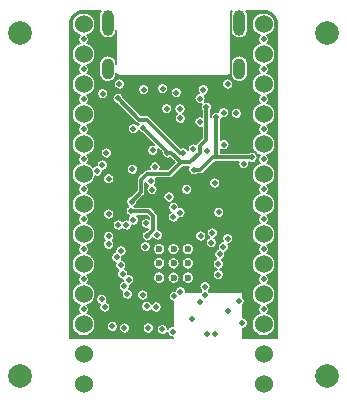
<source format=gbr>
%TF.GenerationSoftware,KiCad,Pcbnew,(5.1.9)-1*%
%TF.CreationDate,2021-01-08T11:53:25+08:00*%
%TF.ProjectId,akami,616b616d-692e-46b6-9963-61645f706362,rev?*%
%TF.SameCoordinates,Original*%
%TF.FileFunction,Copper,L3,Inr*%
%TF.FilePolarity,Positive*%
%FSLAX46Y46*%
G04 Gerber Fmt 4.6, Leading zero omitted, Abs format (unit mm)*
G04 Created by KiCad (PCBNEW (5.1.9)-1) date 2021-01-08 11:53:25*
%MOMM*%
%LPD*%
G01*
G04 APERTURE LIST*
%TA.AperFunction,WasherPad*%
%ADD10C,2.000000*%
%TD*%
%TA.AperFunction,ComponentPad*%
%ADD11C,1.524000*%
%TD*%
%TA.AperFunction,ComponentPad*%
%ADD12O,1.000000X1.800000*%
%TD*%
%TA.AperFunction,ComponentPad*%
%ADD13O,1.000000X2.200000*%
%TD*%
%TA.AperFunction,ViaPad*%
%ADD14C,0.500000*%
%TD*%
%TA.AperFunction,ViaPad*%
%ADD15C,0.600000*%
%TD*%
%TA.AperFunction,Conductor*%
%ADD16C,0.300000*%
%TD*%
%TA.AperFunction,Conductor*%
%ADD17C,0.150000*%
%TD*%
%TA.AperFunction,Conductor*%
%ADD18C,0.100000*%
%TD*%
G04 APERTURE END LIST*
D10*
%TO.N,*%
%TO.C,DUMMY8*%
X12990000Y-14500000D03*
%TD*%
%TO.N,*%
%TO.C,DUMMY7*%
X12990000Y14500000D03*
%TD*%
%TO.N,*%
%TO.C,DUMMY6*%
X-12990000Y-14500000D03*
%TD*%
%TO.N,*%
%TO.C,DUMMY5*%
X-12990000Y14500000D03*
%TD*%
D11*
%TO.N,VBAT*%
%TO.C,U4*%
X7620000Y12690000D03*
%TO.N,GND*%
X7620000Y10150000D03*
%TO.N,RESET*%
X7620000Y7610000D03*
%TO.N,EXT_VCC*%
X7620000Y5070000D03*
%TO.N,P0.31*%
X7620000Y2530000D03*
%TO.N,P0.29*%
X7620000Y-10000D03*
%TO.N,P0.02*%
X7620000Y-2550000D03*
%TO.N,P1.15*%
X7620000Y-5090000D03*
%TO.N,P1.13*%
X7620000Y-7630000D03*
%TO.N,P1.11*%
X7620000Y-10170000D03*
%TO.N,P0.10*%
X7620000Y-12710000D03*
%TO.N,P0.09*%
X7620000Y-15250000D03*
%TO.N,P1.06*%
X-7620000Y-15250000D03*
%TO.N,P1.04*%
X-7620000Y-12710000D03*
%TO.N,P0.11*%
X-7620000Y-10170000D03*
%TO.N,P1.00*%
X-7620000Y-7630000D03*
%TO.N,P0.24*%
X-7620000Y-5090000D03*
%TO.N,P0.22*%
X-7620000Y-2550000D03*
%TO.N,P0.20*%
X-7620000Y-10000D03*
%TO.N,P0.17*%
X-7620000Y2530000D03*
%TO.N,GND*%
X-7620000Y5070000D03*
X-7620000Y7610000D03*
%TO.N,P0.08*%
X-7620000Y10150000D03*
%TO.N,P0.06*%
X-7620000Y12690000D03*
%TD*%
%TO.N,VBAT*%
%TO.C,J2*%
X7620000Y15230000D03*
%TD*%
%TO.N,GND*%
%TO.C,J3*%
X-7620000Y15230000D03*
%TD*%
D12*
%TO.N,Net-(J1-PadS1)*%
%TO.C,J1*%
X-5575000Y11473200D03*
X5575600Y11473200D03*
D13*
X5575600Y15373200D03*
X-5575000Y15373200D03*
%TD*%
D14*
%TO.N,VDD_NRF*%
X-3800000Y-5410000D03*
X3730000Y-6900000D03*
X-4900000Y-7600000D03*
X-1912500Y587500D03*
X3550000Y-1275000D03*
X-1600000Y3900000D03*
X-3200000Y-10475000D03*
%TO.N,Net-(C11-Pad1)*%
X5550000Y-8200000D03*
X2675000Y-7700000D03*
%TO.N,VBUS*%
X575000Y7275000D03*
X-2525000Y9700000D03*
X2525000Y9700000D03*
X-375000Y625000D03*
X-3400000Y-1325000D03*
X4275000Y5050000D03*
%TO.N,Net-(C15-Pad2)*%
X-6075000Y-8050000D03*
X2225000Y-8250000D03*
X3275000Y-2425000D03*
%TO.N,BAT_VOLT*%
X3475000Y1800000D03*
X2250000Y6975000D03*
%TO.N,VBAT*%
X-4692500Y8967500D03*
X800000Y4350000D03*
X2850000Y4525000D03*
X5325000Y7700000D03*
%TO.N,BLUE_LED*%
X-4450000Y-3950000D03*
X-5700000Y4350000D03*
%TO.N,USB_D+*%
X250000Y9450000D03*
X-920000Y9790000D03*
X-4687500Y-1760000D03*
%TO.N,USB_D-*%
X550000Y8075000D03*
X-580000Y8086681D03*
X-4010000Y-1760000D03*
%TO.N,Net-(L3-Pad2)*%
X2290000Y-2690000D03*
X-4800000Y-4500000D03*
%TO.N,SWD*%
X-2600000Y-7675000D03*
%TO.N,SWC*%
X-2260000Y-8640000D03*
%TO.N,RESET*%
X-2400000Y-3600000D03*
D15*
%TO.N,GND*%
X-1212500Y-5000000D03*
X1212500Y-5000000D03*
X0Y-5000000D03*
X0Y-6212500D03*
X0Y-3787500D03*
X-1212500Y-3787500D03*
X-1212500Y-6212500D03*
X1212500Y-3787500D03*
D14*
X4575000Y10175000D03*
X-4575000Y10175000D03*
X3500000Y-10990000D03*
X-7620000Y-8900000D03*
X7620000Y-8900000D03*
X1675000Y4675000D03*
X-5825000Y-8700000D03*
D15*
X1212500Y-6212500D03*
D14*
X1550000Y-9750000D03*
X2850000Y-10990000D03*
X5825000Y-10050000D03*
X4600000Y-9000000D03*
X5950000Y3425000D03*
X-7620000Y-6360000D03*
X7620000Y-6360000D03*
X7620000Y-3820000D03*
X7620000Y-1280000D03*
X7620000Y1260000D03*
X7620000Y3800000D03*
X7620000Y6340000D03*
X7620000Y8880000D03*
X-7620000Y8880000D03*
X-7620000Y6340000D03*
X-7620000Y3800000D03*
X-7620000Y1260000D03*
X-7620000Y-1280000D03*
X-7620000Y-3820000D03*
X-75000Y-10800000D03*
X-1750000Y4575000D03*
%TO.N,P0.09*%
X60000Y-7790000D03*
%TO.N,P0.10*%
X590000Y-7400000D03*
%TO.N,P1.11*%
X2675000Y-6975000D03*
%TO.N,P1.13*%
X3800000Y-5950000D03*
%TO.N,P1.15*%
X3800000Y-5050000D03*
%TO.N,P0.02*%
X3925000Y-4225000D03*
%TO.N,P0.29*%
X4200000Y-3625000D03*
%TO.N,P1.04*%
X-1475000Y-8700000D03*
%TO.N,P1.06*%
X-950000Y-10600000D03*
%TO.N,P0.11*%
X-5475000Y-3375000D03*
X-1375000Y-2600000D03*
%TO.N,P1.00*%
X-3925000Y-7600000D03*
%TO.N,P0.24*%
X-4160000Y-6950000D03*
%TO.N,P0.22*%
X-3790000Y-6390000D03*
%TO.N,P0.20*%
X-4310000Y-5900000D03*
%TO.N,P0.17*%
X-4470000Y-5150000D03*
%TO.N,P0.08*%
X-5500000Y-2725000D03*
%TO.N,VDD_HV*%
X-2575000Y6500000D03*
%TO.N,GND*%
X2250000Y8950000D03*
X-1825000Y1250000D03*
X-7620000Y11420000D03*
X-7620000Y13960000D03*
X7620000Y11420000D03*
X7620000Y13960000D03*
X-1925000Y1975000D03*
X-5500000Y-825000D03*
X3825000Y-675000D03*
X4575000Y-2900000D03*
X1125000Y1275000D03*
X0Y-250000D03*
X-3400000Y6400000D03*
X4250000Y7750000D03*
X-6000000Y9375000D03*
X-4150000Y-10475000D03*
X-2150000Y-10475000D03*
X-5175000Y-10325000D03*
%TO.N,P0.31*%
X3200000Y-3250000D03*
%TO.N,P0.06*%
X-3500000Y2975000D03*
X-6025000Y3325000D03*
X550000Y-700000D03*
%TO.N,P0.08*%
X-6475000Y2825000D03*
X-25000Y-1075000D03*
%TO.N,VDD_HV*%
X-2225000Y-2675000D03*
X-3550000Y225000D03*
X-3575000Y-575000D03*
X-525000Y4350000D03*
X2775000Y8225000D03*
%TO.N,EXT_VCC*%
X1725000Y2925000D03*
X-1575000Y3150000D03*
X6650000Y3975000D03*
X3625000Y7350000D03*
%TO.N,Net-(L4-Pad2)*%
X-2300000Y-1625000D03*
X-5475000Y2150000D03*
%TD*%
D16*
%TO.N,VBAT*%
X-2900000Y7175000D02*
X-4692500Y8967500D01*
X-2250000Y7175000D02*
X-2900000Y7175000D01*
X800000Y4350000D02*
X575000Y4350000D01*
X575000Y4350000D02*
X-2250000Y7175000D01*
%TO.N,VDD_HV*%
X-350000Y2575000D02*
X625000Y3550000D01*
X-2250000Y2575000D02*
X-350000Y2575000D01*
X-2750000Y2075000D02*
X-2250000Y2575000D01*
X-2750000Y1025000D02*
X-2750000Y2075000D01*
X-3550000Y225000D02*
X-2750000Y1025000D01*
X-1700000Y-2150000D02*
X-2225000Y-2675000D01*
X-1700000Y-1000000D02*
X-1700000Y-2150000D01*
X-2125000Y-575000D02*
X-1700000Y-1000000D01*
X-3575000Y-575000D02*
X-2125000Y-575000D01*
X-175000Y4350000D02*
X625000Y3550000D01*
X-525000Y4350000D02*
X-175000Y4350000D01*
X-525000Y4450000D02*
X-2575000Y6500000D01*
X-525000Y4350000D02*
X-525000Y4450000D01*
X1425000Y3550000D02*
X625000Y3550000D01*
X2250000Y4375000D02*
X1425000Y3550000D01*
X2775000Y5475000D02*
X2250000Y4950000D01*
X2250000Y4950000D02*
X2250000Y4375000D01*
X2775000Y8225000D02*
X2775000Y5475000D01*
%TO.N,EXT_VCC*%
X4350000Y3975000D02*
X6650000Y3975000D01*
X2275000Y2925000D02*
X3325000Y3975000D01*
X1725000Y2925000D02*
X2275000Y2925000D01*
X3625000Y4025000D02*
X3675000Y3975000D01*
X3625000Y7350000D02*
X3625000Y4025000D01*
X3675000Y3975000D02*
X4350000Y3975000D01*
X3325000Y3975000D02*
X3675000Y3975000D01*
%TD*%
D17*
%TO.N,VDD_NRF*%
X-6180731Y16377936D02*
X-6248053Y16251987D01*
X-6289509Y16115324D01*
X-6300000Y16008806D01*
X-6299999Y14737593D01*
X-6289508Y14631075D01*
X-6248052Y14494412D01*
X-6180730Y14368463D01*
X-6090131Y14258068D01*
X-5979736Y14167469D01*
X-5853787Y14100147D01*
X-5717124Y14058691D01*
X-5575000Y14044693D01*
X-5432875Y14058691D01*
X-5296212Y14100147D01*
X-5170263Y14167469D01*
X-5059868Y14258068D01*
X-4969269Y14368463D01*
X-4901947Y14494412D01*
X-4860491Y14631075D01*
X-4850000Y14737593D01*
X-4849999Y12062284D01*
X-4850000Y12062274D01*
X-4850000Y11908807D01*
X-4860491Y12015325D01*
X-4901947Y12151988D01*
X-4969269Y12277937D01*
X-5059869Y12388332D01*
X-5170264Y12478931D01*
X-5296213Y12546253D01*
X-5432876Y12587709D01*
X-5575000Y12601707D01*
X-5717125Y12587709D01*
X-5853788Y12546253D01*
X-5979737Y12478931D01*
X-6090132Y12388331D01*
X-6180731Y12277936D01*
X-6248053Y12151987D01*
X-6289509Y12015324D01*
X-6300000Y11908806D01*
X-6300000Y11037593D01*
X-6289509Y10931075D01*
X-6248052Y10794412D01*
X-6180730Y10668463D01*
X-6090131Y10558068D01*
X-5979736Y10467469D01*
X-5853787Y10400147D01*
X-5717124Y10358691D01*
X-5575000Y10344693D01*
X-5432875Y10358691D01*
X-5296212Y10400147D01*
X-5170263Y10467469D01*
X-5059868Y10558068D01*
X-4969269Y10668463D01*
X-4901947Y10794412D01*
X-4860491Y10931075D01*
X-4850000Y11037593D01*
X-4850000Y11137726D01*
X-4846382Y11100992D01*
X-4832087Y11053866D01*
X-4808873Y11010436D01*
X-4777632Y10972368D01*
X-4739564Y10941127D01*
X-4696134Y10917913D01*
X-4649008Y10903618D01*
X-4612275Y10900000D01*
X-4600000Y10898791D01*
X-4587725Y10900000D01*
X4587725Y10900000D01*
X4600000Y10898791D01*
X4612275Y10900000D01*
X4649008Y10903618D01*
X4696134Y10917913D01*
X4739564Y10941127D01*
X4777632Y10972368D01*
X4808873Y11010436D01*
X4832087Y11053866D01*
X4846382Y11100992D01*
X4850600Y11143817D01*
X4850600Y11037593D01*
X4861091Y10931075D01*
X4902548Y10794412D01*
X4969870Y10668463D01*
X5060469Y10558068D01*
X5170864Y10467469D01*
X5296813Y10400147D01*
X5433476Y10358691D01*
X5575600Y10344693D01*
X5717725Y10358691D01*
X5854388Y10400147D01*
X5980337Y10467469D01*
X6090732Y10558068D01*
X6181331Y10668463D01*
X6248653Y10794412D01*
X6290109Y10931075D01*
X6300600Y11037593D01*
X6300600Y11908807D01*
X6290109Y12015325D01*
X6248653Y12151988D01*
X6181331Y12277937D01*
X6090731Y12388332D01*
X5980336Y12478931D01*
X5854387Y12546253D01*
X5717724Y12587709D01*
X5575600Y12601707D01*
X5433475Y12587709D01*
X5296812Y12546253D01*
X5170863Y12478931D01*
X5060468Y12388331D01*
X4969869Y12277936D01*
X4902547Y12151987D01*
X4861091Y12015324D01*
X4850600Y11908806D01*
X4850600Y11156183D01*
X4850000Y11162275D01*
X4850000Y16400000D01*
X4987976Y16400000D01*
X4969869Y16377936D01*
X4902547Y16251987D01*
X4861091Y16115324D01*
X4850600Y16008806D01*
X4850601Y14737593D01*
X4861092Y14631075D01*
X4902548Y14494412D01*
X4969870Y14368463D01*
X5060469Y14258068D01*
X5170864Y14167469D01*
X5296813Y14100147D01*
X5433476Y14058691D01*
X5575600Y14044693D01*
X5717725Y14058691D01*
X5854388Y14100147D01*
X5980337Y14167469D01*
X6090732Y14258068D01*
X6181331Y14368463D01*
X6248653Y14494412D01*
X6290109Y14631075D01*
X6300600Y14737593D01*
X6300600Y16008807D01*
X6290109Y16115325D01*
X6248653Y16251988D01*
X6181331Y16377937D01*
X6163224Y16400000D01*
X7607771Y16400000D01*
X7843137Y16376922D01*
X8057775Y16312119D01*
X8255739Y16206860D01*
X8429485Y16065156D01*
X8572399Y15892402D01*
X8679036Y15695181D01*
X8745338Y15480994D01*
X8770000Y15246352D01*
X8770001Y1987725D01*
X8770086Y1986863D01*
X8770102Y1984563D01*
X8771289Y1973274D01*
X8771289Y1961923D01*
X8771654Y1958451D01*
X8792973Y1768381D01*
X8795000Y1758844D01*
X8795000Y892767D01*
X8793254Y888552D01*
X8775000Y796783D01*
X8775000Y703217D01*
X8793254Y611448D01*
X8795000Y607233D01*
X8795000Y142767D01*
X8793254Y138552D01*
X8775000Y46783D01*
X8775000Y-46783D01*
X8793254Y-138552D01*
X8795000Y-142767D01*
X8795000Y-607233D01*
X8793254Y-611448D01*
X8775000Y-703217D01*
X8775000Y-796783D01*
X8793254Y-888552D01*
X8795000Y-892767D01*
X8795000Y-1759280D01*
X8794935Y-1759610D01*
X8790222Y-1781782D01*
X8789857Y-1785254D01*
X8771193Y-1975604D01*
X8771193Y-1975614D01*
X8770000Y-1987726D01*
X8770001Y-11325000D01*
X5875000Y-11325000D01*
X5875000Y-10524360D01*
X5963552Y-10506746D01*
X6049997Y-10470939D01*
X6127795Y-10418956D01*
X6193956Y-10352795D01*
X6245939Y-10274997D01*
X6281746Y-10188552D01*
X6300000Y-10096783D01*
X6300000Y-10003217D01*
X6281746Y-9911448D01*
X6245939Y-9825003D01*
X6193956Y-9747205D01*
X6127795Y-9681044D01*
X6049997Y-9629061D01*
X5963552Y-9593254D01*
X5875000Y-9575640D01*
X5875000Y-8546751D01*
X5918956Y-8502795D01*
X5970939Y-8424997D01*
X6006746Y-8338552D01*
X6025000Y-8246783D01*
X6025000Y-8153217D01*
X6006746Y-8061448D01*
X5970939Y-7975003D01*
X5918956Y-7897205D01*
X5875000Y-7853249D01*
X5875000Y-7500000D01*
X5873559Y-7485368D01*
X5869291Y-7471299D01*
X5862360Y-7458332D01*
X5853033Y-7446967D01*
X5841668Y-7437640D01*
X5828701Y-7430709D01*
X5814632Y-7426441D01*
X5800000Y-7425000D01*
X3062528Y-7425000D01*
X3043956Y-7397205D01*
X2984251Y-7337500D01*
X3043956Y-7277795D01*
X3095939Y-7199997D01*
X3131746Y-7113552D01*
X3150000Y-7021783D01*
X3150000Y-6928217D01*
X3131746Y-6836448D01*
X3095939Y-6750003D01*
X3043956Y-6672205D01*
X2977795Y-6606044D01*
X2899997Y-6554061D01*
X2813552Y-6518254D01*
X2721783Y-6500000D01*
X2628217Y-6500000D01*
X2536448Y-6518254D01*
X2450003Y-6554061D01*
X2372205Y-6606044D01*
X2306044Y-6672205D01*
X2254061Y-6750003D01*
X2218254Y-6836448D01*
X2200000Y-6928217D01*
X2200000Y-7021783D01*
X2218254Y-7113552D01*
X2254061Y-7199997D01*
X2306044Y-7277795D01*
X2365749Y-7337500D01*
X2306044Y-7397205D01*
X2287472Y-7425000D01*
X1065000Y-7425000D01*
X1065000Y-7353217D01*
X1046746Y-7261448D01*
X1010939Y-7175003D01*
X958956Y-7097205D01*
X892795Y-7031044D01*
X814997Y-6979061D01*
X728552Y-6943254D01*
X636783Y-6925000D01*
X543217Y-6925000D01*
X451448Y-6943254D01*
X365003Y-6979061D01*
X287205Y-7031044D01*
X221044Y-7097205D01*
X169061Y-7175003D01*
X133254Y-7261448D01*
X122000Y-7318027D01*
X106783Y-7315000D01*
X13217Y-7315000D01*
X-78552Y-7333254D01*
X-164997Y-7369061D01*
X-242795Y-7421044D01*
X-308956Y-7487205D01*
X-360939Y-7565003D01*
X-396746Y-7651448D01*
X-415000Y-7743217D01*
X-415000Y-7836783D01*
X-396746Y-7928552D01*
X-360939Y-8014997D01*
X-308956Y-8092795D01*
X-242795Y-8158956D01*
X-164997Y-8210939D01*
X-78552Y-8246746D01*
X-75000Y-8247453D01*
X-75000Y-10325000D01*
X-121783Y-10325000D01*
X-213552Y-10343254D01*
X-299997Y-10379061D01*
X-377795Y-10431044D01*
X-443956Y-10497205D01*
X-476464Y-10545857D01*
X-493254Y-10461448D01*
X-529061Y-10375003D01*
X-581044Y-10297205D01*
X-647205Y-10231044D01*
X-725003Y-10179061D01*
X-811448Y-10143254D01*
X-903217Y-10125000D01*
X-996783Y-10125000D01*
X-1088552Y-10143254D01*
X-1174997Y-10179061D01*
X-1252795Y-10231044D01*
X-1318956Y-10297205D01*
X-1370939Y-10375003D01*
X-1406746Y-10461448D01*
X-1425000Y-10553217D01*
X-1425000Y-10646783D01*
X-1406746Y-10738552D01*
X-1370939Y-10824997D01*
X-1318956Y-10902795D01*
X-1252795Y-10968956D01*
X-1174997Y-11020939D01*
X-1088552Y-11056746D01*
X-996783Y-11075000D01*
X-903217Y-11075000D01*
X-811448Y-11056746D01*
X-725003Y-11020939D01*
X-647205Y-10968956D01*
X-581044Y-10902795D01*
X-548536Y-10854143D01*
X-531746Y-10938552D01*
X-495939Y-11024997D01*
X-443956Y-11102795D01*
X-377795Y-11168956D01*
X-299997Y-11220939D01*
X-213552Y-11256746D01*
X-121783Y-11275000D01*
X-75000Y-11275000D01*
X-75000Y-11325000D01*
X-8770000Y-11325000D01*
X-8770000Y-1987725D01*
X-8770086Y-1986852D01*
X-8770102Y-1984563D01*
X-8771289Y-1973274D01*
X-8771289Y-1961923D01*
X-8771654Y-1958451D01*
X-8792973Y-1768381D01*
X-8795000Y-1758844D01*
X-8795000Y-892767D01*
X-8793254Y-888552D01*
X-8775000Y-796783D01*
X-8775000Y-703217D01*
X-8793254Y-611448D01*
X-8795000Y-607233D01*
X-8795000Y-142767D01*
X-8793254Y-138552D01*
X-8775000Y-46783D01*
X-8775000Y46783D01*
X-8793254Y138552D01*
X-8795000Y142767D01*
X-8795000Y607233D01*
X-8793254Y611448D01*
X-8775000Y703217D01*
X-8775000Y796783D01*
X-8793254Y888552D01*
X-8795000Y892767D01*
X-8795000Y1759280D01*
X-8794935Y1759610D01*
X-8790222Y1781782D01*
X-8789857Y1785254D01*
X-8771193Y1975604D01*
X-8771193Y1975613D01*
X-8770000Y1987725D01*
X-8770000Y15237771D01*
X-8761231Y15327211D01*
X-8607000Y15327211D01*
X-8607000Y15132789D01*
X-8569070Y14942103D01*
X-8494668Y14762480D01*
X-8386653Y14600824D01*
X-8249176Y14463347D01*
X-8087520Y14355332D01*
X-7952391Y14299360D01*
X-7988956Y14262795D01*
X-8040939Y14184997D01*
X-8076746Y14098552D01*
X-8095000Y14006783D01*
X-8095000Y13913217D01*
X-8076746Y13821448D01*
X-8040939Y13735003D01*
X-7988956Y13657205D01*
X-7952391Y13620640D01*
X-8087520Y13564668D01*
X-8249176Y13456653D01*
X-8386653Y13319176D01*
X-8494668Y13157520D01*
X-8569070Y12977897D01*
X-8607000Y12787211D01*
X-8607000Y12592789D01*
X-8569070Y12402103D01*
X-8494668Y12222480D01*
X-8386653Y12060824D01*
X-8249176Y11923347D01*
X-8087520Y11815332D01*
X-7952391Y11759360D01*
X-7988956Y11722795D01*
X-8040939Y11644997D01*
X-8076746Y11558552D01*
X-8095000Y11466783D01*
X-8095000Y11373217D01*
X-8076746Y11281448D01*
X-8040939Y11195003D01*
X-7988956Y11117205D01*
X-7952391Y11080640D01*
X-8087520Y11024668D01*
X-8249176Y10916653D01*
X-8386653Y10779176D01*
X-8494668Y10617520D01*
X-8569070Y10437897D01*
X-8607000Y10247211D01*
X-8607000Y10052789D01*
X-8569070Y9862103D01*
X-8494668Y9682480D01*
X-8386653Y9520824D01*
X-8249176Y9383347D01*
X-8087520Y9275332D01*
X-7952391Y9219360D01*
X-7988956Y9182795D01*
X-8040939Y9104997D01*
X-8076746Y9018552D01*
X-8095000Y8926783D01*
X-8095000Y8833217D01*
X-8076746Y8741448D01*
X-8040939Y8655003D01*
X-7988956Y8577205D01*
X-7952391Y8540640D01*
X-8087520Y8484668D01*
X-8249176Y8376653D01*
X-8386653Y8239176D01*
X-8494668Y8077520D01*
X-8569070Y7897897D01*
X-8607000Y7707211D01*
X-8607000Y7512789D01*
X-8569070Y7322103D01*
X-8494668Y7142480D01*
X-8386653Y6980824D01*
X-8249176Y6843347D01*
X-8087520Y6735332D01*
X-7952391Y6679360D01*
X-7988956Y6642795D01*
X-8040939Y6564997D01*
X-8076746Y6478552D01*
X-8095000Y6386783D01*
X-8095000Y6293217D01*
X-8076746Y6201448D01*
X-8040939Y6115003D01*
X-7988956Y6037205D01*
X-7952391Y6000640D01*
X-8087520Y5944668D01*
X-8249176Y5836653D01*
X-8386653Y5699176D01*
X-8494668Y5537520D01*
X-8569070Y5357897D01*
X-8607000Y5167211D01*
X-8607000Y4972789D01*
X-8569070Y4782103D01*
X-8494668Y4602480D01*
X-8386653Y4440824D01*
X-8249176Y4303347D01*
X-8087520Y4195332D01*
X-7952391Y4139360D01*
X-7988956Y4102795D01*
X-8040939Y4024997D01*
X-8076746Y3938552D01*
X-8095000Y3846783D01*
X-8095000Y3753217D01*
X-8076746Y3661448D01*
X-8040939Y3575003D01*
X-7988956Y3497205D01*
X-7952391Y3460640D01*
X-8087520Y3404668D01*
X-8249176Y3296653D01*
X-8386653Y3159176D01*
X-8494668Y2997520D01*
X-8569070Y2817897D01*
X-8607000Y2627211D01*
X-8607000Y2432789D01*
X-8569070Y2242103D01*
X-8494668Y2062480D01*
X-8386653Y1900824D01*
X-8249176Y1763347D01*
X-8087520Y1655332D01*
X-7952391Y1599360D01*
X-7988956Y1562795D01*
X-8040939Y1484997D01*
X-8076746Y1398552D01*
X-8095000Y1306783D01*
X-8095000Y1213217D01*
X-8076746Y1121448D01*
X-8040939Y1035003D01*
X-7988956Y957205D01*
X-7952391Y920640D01*
X-8087520Y864668D01*
X-8249176Y756653D01*
X-8386653Y619176D01*
X-8494668Y457520D01*
X-8569070Y277897D01*
X-8607000Y87211D01*
X-8607000Y-107211D01*
X-8569070Y-297897D01*
X-8494668Y-477520D01*
X-8386653Y-639176D01*
X-8249176Y-776653D01*
X-8087520Y-884668D01*
X-7952391Y-940640D01*
X-7988956Y-977205D01*
X-8040939Y-1055003D01*
X-8076746Y-1141448D01*
X-8095000Y-1233217D01*
X-8095000Y-1326783D01*
X-8076746Y-1418552D01*
X-8040939Y-1504997D01*
X-7988956Y-1582795D01*
X-7952391Y-1619360D01*
X-8087520Y-1675332D01*
X-8249176Y-1783347D01*
X-8386653Y-1920824D01*
X-8494668Y-2082480D01*
X-8569070Y-2262103D01*
X-8607000Y-2452789D01*
X-8607000Y-2647211D01*
X-8569070Y-2837897D01*
X-8494668Y-3017520D01*
X-8386653Y-3179176D01*
X-8249176Y-3316653D01*
X-8087520Y-3424668D01*
X-7952391Y-3480640D01*
X-7988956Y-3517205D01*
X-8040939Y-3595003D01*
X-8076746Y-3681448D01*
X-8095000Y-3773217D01*
X-8095000Y-3866783D01*
X-8076746Y-3958552D01*
X-8040939Y-4044997D01*
X-7988956Y-4122795D01*
X-7952391Y-4159360D01*
X-8087520Y-4215332D01*
X-8249176Y-4323347D01*
X-8386653Y-4460824D01*
X-8494668Y-4622480D01*
X-8569070Y-4802103D01*
X-8607000Y-4992789D01*
X-8607000Y-5187211D01*
X-8569070Y-5377897D01*
X-8494668Y-5557520D01*
X-8386653Y-5719176D01*
X-8249176Y-5856653D01*
X-8087520Y-5964668D01*
X-7952391Y-6020640D01*
X-7988956Y-6057205D01*
X-8040939Y-6135003D01*
X-8076746Y-6221448D01*
X-8095000Y-6313217D01*
X-8095000Y-6406783D01*
X-8076746Y-6498552D01*
X-8040939Y-6584997D01*
X-7988956Y-6662795D01*
X-7952391Y-6699360D01*
X-8087520Y-6755332D01*
X-8249176Y-6863347D01*
X-8386653Y-7000824D01*
X-8494668Y-7162480D01*
X-8569070Y-7342103D01*
X-8607000Y-7532789D01*
X-8607000Y-7727211D01*
X-8569070Y-7917897D01*
X-8494668Y-8097520D01*
X-8386653Y-8259176D01*
X-8249176Y-8396653D01*
X-8087520Y-8504668D01*
X-7952391Y-8560640D01*
X-7988956Y-8597205D01*
X-8040939Y-8675003D01*
X-8076746Y-8761448D01*
X-8095000Y-8853217D01*
X-8095000Y-8946783D01*
X-8076746Y-9038552D01*
X-8040939Y-9124997D01*
X-7988956Y-9202795D01*
X-7952391Y-9239360D01*
X-8087520Y-9295332D01*
X-8249176Y-9403347D01*
X-8386653Y-9540824D01*
X-8494668Y-9702480D01*
X-8569070Y-9882103D01*
X-8607000Y-10072789D01*
X-8607000Y-10267211D01*
X-8569070Y-10457897D01*
X-8494668Y-10637520D01*
X-8386653Y-10799176D01*
X-8249176Y-10936653D01*
X-8087520Y-11044668D01*
X-7907897Y-11119070D01*
X-7717211Y-11157000D01*
X-7522789Y-11157000D01*
X-7332103Y-11119070D01*
X-7152480Y-11044668D01*
X-6990824Y-10936653D01*
X-6853347Y-10799176D01*
X-6745332Y-10637520D01*
X-6670930Y-10457897D01*
X-6635190Y-10278217D01*
X-5650000Y-10278217D01*
X-5650000Y-10371783D01*
X-5631746Y-10463552D01*
X-5595939Y-10549997D01*
X-5543956Y-10627795D01*
X-5477795Y-10693956D01*
X-5399997Y-10745939D01*
X-5313552Y-10781746D01*
X-5221783Y-10800000D01*
X-5128217Y-10800000D01*
X-5036448Y-10781746D01*
X-4950003Y-10745939D01*
X-4872205Y-10693956D01*
X-4806044Y-10627795D01*
X-4754061Y-10549997D01*
X-4718254Y-10463552D01*
X-4711226Y-10428217D01*
X-4625000Y-10428217D01*
X-4625000Y-10521783D01*
X-4606746Y-10613552D01*
X-4570939Y-10699997D01*
X-4518956Y-10777795D01*
X-4452795Y-10843956D01*
X-4374997Y-10895939D01*
X-4288552Y-10931746D01*
X-4196783Y-10950000D01*
X-4103217Y-10950000D01*
X-4011448Y-10931746D01*
X-3925003Y-10895939D01*
X-3847205Y-10843956D01*
X-3781044Y-10777795D01*
X-3729061Y-10699997D01*
X-3693254Y-10613552D01*
X-3675000Y-10521783D01*
X-3675000Y-10428217D01*
X-2625000Y-10428217D01*
X-2625000Y-10521783D01*
X-2606746Y-10613552D01*
X-2570939Y-10699997D01*
X-2518956Y-10777795D01*
X-2452795Y-10843956D01*
X-2374997Y-10895939D01*
X-2288552Y-10931746D01*
X-2196783Y-10950000D01*
X-2103217Y-10950000D01*
X-2011448Y-10931746D01*
X-1925003Y-10895939D01*
X-1847205Y-10843956D01*
X-1781044Y-10777795D01*
X-1729061Y-10699997D01*
X-1693254Y-10613552D01*
X-1675000Y-10521783D01*
X-1675000Y-10428217D01*
X-1693254Y-10336448D01*
X-1729061Y-10250003D01*
X-1781044Y-10172205D01*
X-1847205Y-10106044D01*
X-1925003Y-10054061D01*
X-2011448Y-10018254D01*
X-2103217Y-10000000D01*
X-2196783Y-10000000D01*
X-2288552Y-10018254D01*
X-2374997Y-10054061D01*
X-2452795Y-10106044D01*
X-2518956Y-10172205D01*
X-2570939Y-10250003D01*
X-2606746Y-10336448D01*
X-2625000Y-10428217D01*
X-3675000Y-10428217D01*
X-3693254Y-10336448D01*
X-3729061Y-10250003D01*
X-3781044Y-10172205D01*
X-3847205Y-10106044D01*
X-3925003Y-10054061D01*
X-4011448Y-10018254D01*
X-4103217Y-10000000D01*
X-4196783Y-10000000D01*
X-4288552Y-10018254D01*
X-4374997Y-10054061D01*
X-4452795Y-10106044D01*
X-4518956Y-10172205D01*
X-4570939Y-10250003D01*
X-4606746Y-10336448D01*
X-4625000Y-10428217D01*
X-4711226Y-10428217D01*
X-4700000Y-10371783D01*
X-4700000Y-10278217D01*
X-4718254Y-10186448D01*
X-4754061Y-10100003D01*
X-4806044Y-10022205D01*
X-4872205Y-9956044D01*
X-4950003Y-9904061D01*
X-5036448Y-9868254D01*
X-5128217Y-9850000D01*
X-5221783Y-9850000D01*
X-5313552Y-9868254D01*
X-5399997Y-9904061D01*
X-5477795Y-9956044D01*
X-5543956Y-10022205D01*
X-5595939Y-10100003D01*
X-5631746Y-10186448D01*
X-5650000Y-10278217D01*
X-6635190Y-10278217D01*
X-6633000Y-10267211D01*
X-6633000Y-10072789D01*
X-6670930Y-9882103D01*
X-6745332Y-9702480D01*
X-6853347Y-9540824D01*
X-6990824Y-9403347D01*
X-7152480Y-9295332D01*
X-7287609Y-9239360D01*
X-7251044Y-9202795D01*
X-7199061Y-9124997D01*
X-7163254Y-9038552D01*
X-7145000Y-8946783D01*
X-7145000Y-8853217D01*
X-7163254Y-8761448D01*
X-7199061Y-8675003D01*
X-7251044Y-8597205D01*
X-7287609Y-8560640D01*
X-7152480Y-8504668D01*
X-6990824Y-8396653D01*
X-6853347Y-8259176D01*
X-6745332Y-8097520D01*
X-6706271Y-8003217D01*
X-6550000Y-8003217D01*
X-6550000Y-8096783D01*
X-6531746Y-8188552D01*
X-6495939Y-8274997D01*
X-6443956Y-8352795D01*
X-6377795Y-8418956D01*
X-6299997Y-8470939D01*
X-6252419Y-8490647D01*
X-6281746Y-8561448D01*
X-6300000Y-8653217D01*
X-6300000Y-8746783D01*
X-6281746Y-8838552D01*
X-6245939Y-8924997D01*
X-6193956Y-9002795D01*
X-6127795Y-9068956D01*
X-6049997Y-9120939D01*
X-5963552Y-9156746D01*
X-5871783Y-9175000D01*
X-5778217Y-9175000D01*
X-5686448Y-9156746D01*
X-5600003Y-9120939D01*
X-5522205Y-9068956D01*
X-5456044Y-9002795D01*
X-5404061Y-8924997D01*
X-5368254Y-8838552D01*
X-5350000Y-8746783D01*
X-5350000Y-8653217D01*
X-5361934Y-8593217D01*
X-2735000Y-8593217D01*
X-2735000Y-8686783D01*
X-2716746Y-8778552D01*
X-2680939Y-8864997D01*
X-2628956Y-8942795D01*
X-2562795Y-9008956D01*
X-2484997Y-9060939D01*
X-2398552Y-9096746D01*
X-2306783Y-9115000D01*
X-2213217Y-9115000D01*
X-2121448Y-9096746D01*
X-2035003Y-9060939D01*
X-1957205Y-9008956D01*
X-1891044Y-8942795D01*
X-1887545Y-8937559D01*
X-1843956Y-9002795D01*
X-1777795Y-9068956D01*
X-1699997Y-9120939D01*
X-1613552Y-9156746D01*
X-1521783Y-9175000D01*
X-1428217Y-9175000D01*
X-1336448Y-9156746D01*
X-1250003Y-9120939D01*
X-1172205Y-9068956D01*
X-1106044Y-9002795D01*
X-1054061Y-8924997D01*
X-1018254Y-8838552D01*
X-1000000Y-8746783D01*
X-1000000Y-8653217D01*
X-1018254Y-8561448D01*
X-1054061Y-8475003D01*
X-1106044Y-8397205D01*
X-1172205Y-8331044D01*
X-1250003Y-8279061D01*
X-1336448Y-8243254D01*
X-1428217Y-8225000D01*
X-1521783Y-8225000D01*
X-1613552Y-8243254D01*
X-1699997Y-8279061D01*
X-1777795Y-8331044D01*
X-1843956Y-8397205D01*
X-1847455Y-8402441D01*
X-1891044Y-8337205D01*
X-1957205Y-8271044D01*
X-2035003Y-8219061D01*
X-2121448Y-8183254D01*
X-2213217Y-8165000D01*
X-2306783Y-8165000D01*
X-2398552Y-8183254D01*
X-2484997Y-8219061D01*
X-2562795Y-8271044D01*
X-2628956Y-8337205D01*
X-2680939Y-8415003D01*
X-2716746Y-8501448D01*
X-2735000Y-8593217D01*
X-5361934Y-8593217D01*
X-5368254Y-8561448D01*
X-5404061Y-8475003D01*
X-5456044Y-8397205D01*
X-5522205Y-8331044D01*
X-5600003Y-8279061D01*
X-5647581Y-8259353D01*
X-5618254Y-8188552D01*
X-5600000Y-8096783D01*
X-5600000Y-8003217D01*
X-5618254Y-7911448D01*
X-5654061Y-7825003D01*
X-5706044Y-7747205D01*
X-5772205Y-7681044D01*
X-5850003Y-7629061D01*
X-5936448Y-7593254D01*
X-6028217Y-7575000D01*
X-6121783Y-7575000D01*
X-6213552Y-7593254D01*
X-6299997Y-7629061D01*
X-6377795Y-7681044D01*
X-6443956Y-7747205D01*
X-6495939Y-7825003D01*
X-6531746Y-7911448D01*
X-6550000Y-8003217D01*
X-6706271Y-8003217D01*
X-6670930Y-7917897D01*
X-6633000Y-7727211D01*
X-6633000Y-7532789D01*
X-6670930Y-7342103D01*
X-6745332Y-7162480D01*
X-6853347Y-7000824D01*
X-6990824Y-6863347D01*
X-7152480Y-6755332D01*
X-7287609Y-6699360D01*
X-7251044Y-6662795D01*
X-7199061Y-6584997D01*
X-7163254Y-6498552D01*
X-7145000Y-6406783D01*
X-7145000Y-6313217D01*
X-7163254Y-6221448D01*
X-7199061Y-6135003D01*
X-7251044Y-6057205D01*
X-7287609Y-6020640D01*
X-7152480Y-5964668D01*
X-6990824Y-5856653D01*
X-6853347Y-5719176D01*
X-6745332Y-5557520D01*
X-6670930Y-5377897D01*
X-6633000Y-5187211D01*
X-6633000Y-4992789D01*
X-6670930Y-4802103D01*
X-6745332Y-4622480D01*
X-6853347Y-4460824D01*
X-6860954Y-4453217D01*
X-5275000Y-4453217D01*
X-5275000Y-4546783D01*
X-5256746Y-4638552D01*
X-5220939Y-4724997D01*
X-5168956Y-4802795D01*
X-5102795Y-4868956D01*
X-5024997Y-4920939D01*
X-4938552Y-4956746D01*
X-4906711Y-4963080D01*
X-4926746Y-5011448D01*
X-4945000Y-5103217D01*
X-4945000Y-5196783D01*
X-4926746Y-5288552D01*
X-4890939Y-5374997D01*
X-4838956Y-5452795D01*
X-4772795Y-5518956D01*
X-4694997Y-5570939D01*
X-4665082Y-5583331D01*
X-4678956Y-5597205D01*
X-4730939Y-5675003D01*
X-4766746Y-5761448D01*
X-4785000Y-5853217D01*
X-4785000Y-5946783D01*
X-4766746Y-6038552D01*
X-4730939Y-6124997D01*
X-4678956Y-6202795D01*
X-4612795Y-6268956D01*
X-4534997Y-6320939D01*
X-4448552Y-6356746D01*
X-4356783Y-6375000D01*
X-4265000Y-6375000D01*
X-4265000Y-6436783D01*
X-4255472Y-6484685D01*
X-4298552Y-6493254D01*
X-4384997Y-6529061D01*
X-4462795Y-6581044D01*
X-4528956Y-6647205D01*
X-4580939Y-6725003D01*
X-4616746Y-6811448D01*
X-4635000Y-6903217D01*
X-4635000Y-6996783D01*
X-4616746Y-7088552D01*
X-4580939Y-7174997D01*
X-4528956Y-7252795D01*
X-4462795Y-7318956D01*
X-4384997Y-7370939D01*
X-4350222Y-7385343D01*
X-4381746Y-7461448D01*
X-4400000Y-7553217D01*
X-4400000Y-7646783D01*
X-4381746Y-7738552D01*
X-4345939Y-7824997D01*
X-4293956Y-7902795D01*
X-4227795Y-7968956D01*
X-4149997Y-8020939D01*
X-4063552Y-8056746D01*
X-3971783Y-8075000D01*
X-3878217Y-8075000D01*
X-3786448Y-8056746D01*
X-3700003Y-8020939D01*
X-3622205Y-7968956D01*
X-3556044Y-7902795D01*
X-3504061Y-7824997D01*
X-3468254Y-7738552D01*
X-3450000Y-7646783D01*
X-3450000Y-7628217D01*
X-3075000Y-7628217D01*
X-3075000Y-7721783D01*
X-3056746Y-7813552D01*
X-3020939Y-7899997D01*
X-2968956Y-7977795D01*
X-2902795Y-8043956D01*
X-2824997Y-8095939D01*
X-2738552Y-8131746D01*
X-2646783Y-8150000D01*
X-2553217Y-8150000D01*
X-2461448Y-8131746D01*
X-2375003Y-8095939D01*
X-2297205Y-8043956D01*
X-2231044Y-7977795D01*
X-2179061Y-7899997D01*
X-2143254Y-7813552D01*
X-2125000Y-7721783D01*
X-2125000Y-7628217D01*
X-2143254Y-7536448D01*
X-2179061Y-7450003D01*
X-2231044Y-7372205D01*
X-2297205Y-7306044D01*
X-2375003Y-7254061D01*
X-2461448Y-7218254D01*
X-2553217Y-7200000D01*
X-2646783Y-7200000D01*
X-2738552Y-7218254D01*
X-2824997Y-7254061D01*
X-2902795Y-7306044D01*
X-2968956Y-7372205D01*
X-3020939Y-7450003D01*
X-3056746Y-7536448D01*
X-3075000Y-7628217D01*
X-3450000Y-7628217D01*
X-3450000Y-7553217D01*
X-3468254Y-7461448D01*
X-3504061Y-7375003D01*
X-3556044Y-7297205D01*
X-3622205Y-7231044D01*
X-3700003Y-7179061D01*
X-3734778Y-7164657D01*
X-3703254Y-7088552D01*
X-3685000Y-6996783D01*
X-3685000Y-6903217D01*
X-3694528Y-6855315D01*
X-3651448Y-6846746D01*
X-3565003Y-6810939D01*
X-3487205Y-6758956D01*
X-3421044Y-6692795D01*
X-3369061Y-6614997D01*
X-3333254Y-6528552D01*
X-3315000Y-6436783D01*
X-3315000Y-6343217D01*
X-3333254Y-6251448D01*
X-3369061Y-6165003D01*
X-3371874Y-6160792D01*
X-1737500Y-6160792D01*
X-1737500Y-6264208D01*
X-1717324Y-6365637D01*
X-1677749Y-6461181D01*
X-1620294Y-6547168D01*
X-1547168Y-6620294D01*
X-1461181Y-6677749D01*
X-1365637Y-6717324D01*
X-1264208Y-6737500D01*
X-1160792Y-6737500D01*
X-1059363Y-6717324D01*
X-963819Y-6677749D01*
X-877832Y-6620294D01*
X-804706Y-6547168D01*
X-747251Y-6461181D01*
X-707676Y-6365637D01*
X-687500Y-6264208D01*
X-687500Y-6160792D01*
X-525000Y-6160792D01*
X-525000Y-6264208D01*
X-504824Y-6365637D01*
X-465249Y-6461181D01*
X-407794Y-6547168D01*
X-334668Y-6620294D01*
X-248681Y-6677749D01*
X-153137Y-6717324D01*
X-51708Y-6737500D01*
X51708Y-6737500D01*
X153137Y-6717324D01*
X248681Y-6677749D01*
X334668Y-6620294D01*
X407794Y-6547168D01*
X465249Y-6461181D01*
X504824Y-6365637D01*
X525000Y-6264208D01*
X525000Y-6160792D01*
X687500Y-6160792D01*
X687500Y-6264208D01*
X707676Y-6365637D01*
X747251Y-6461181D01*
X804706Y-6547168D01*
X877832Y-6620294D01*
X963819Y-6677749D01*
X1059363Y-6717324D01*
X1160792Y-6737500D01*
X1264208Y-6737500D01*
X1365637Y-6717324D01*
X1461181Y-6677749D01*
X1547168Y-6620294D01*
X1620294Y-6547168D01*
X1677749Y-6461181D01*
X1717324Y-6365637D01*
X1737500Y-6264208D01*
X1737500Y-6160792D01*
X1717324Y-6059363D01*
X1677749Y-5963819D01*
X1620294Y-5877832D01*
X1547168Y-5804706D01*
X1461181Y-5747251D01*
X1365637Y-5707676D01*
X1264208Y-5687500D01*
X1160792Y-5687500D01*
X1059363Y-5707676D01*
X963819Y-5747251D01*
X877832Y-5804706D01*
X804706Y-5877832D01*
X747251Y-5963819D01*
X707676Y-6059363D01*
X687500Y-6160792D01*
X525000Y-6160792D01*
X504824Y-6059363D01*
X465249Y-5963819D01*
X407794Y-5877832D01*
X334668Y-5804706D01*
X248681Y-5747251D01*
X153137Y-5707676D01*
X51708Y-5687500D01*
X-51708Y-5687500D01*
X-153137Y-5707676D01*
X-248681Y-5747251D01*
X-334668Y-5804706D01*
X-407794Y-5877832D01*
X-465249Y-5963819D01*
X-504824Y-6059363D01*
X-525000Y-6160792D01*
X-687500Y-6160792D01*
X-707676Y-6059363D01*
X-747251Y-5963819D01*
X-804706Y-5877832D01*
X-877832Y-5804706D01*
X-963819Y-5747251D01*
X-1059363Y-5707676D01*
X-1160792Y-5687500D01*
X-1264208Y-5687500D01*
X-1365637Y-5707676D01*
X-1461181Y-5747251D01*
X-1547168Y-5804706D01*
X-1620294Y-5877832D01*
X-1677749Y-5963819D01*
X-1717324Y-6059363D01*
X-1737500Y-6160792D01*
X-3371874Y-6160792D01*
X-3421044Y-6087205D01*
X-3487205Y-6021044D01*
X-3565003Y-5969061D01*
X-3651448Y-5933254D01*
X-3743217Y-5915000D01*
X-3835000Y-5915000D01*
X-3835000Y-5853217D01*
X-3853254Y-5761448D01*
X-3889061Y-5675003D01*
X-3941044Y-5597205D01*
X-4007205Y-5531044D01*
X-4085003Y-5479061D01*
X-4114918Y-5466669D01*
X-4101044Y-5452795D01*
X-4049061Y-5374997D01*
X-4013254Y-5288552D01*
X-3995000Y-5196783D01*
X-3995000Y-5103217D01*
X-4013254Y-5011448D01*
X-4039414Y-4948292D01*
X-1737500Y-4948292D01*
X-1737500Y-5051708D01*
X-1717324Y-5153137D01*
X-1677749Y-5248681D01*
X-1620294Y-5334668D01*
X-1547168Y-5407794D01*
X-1461181Y-5465249D01*
X-1365637Y-5504824D01*
X-1264208Y-5525000D01*
X-1160792Y-5525000D01*
X-1059363Y-5504824D01*
X-963819Y-5465249D01*
X-877832Y-5407794D01*
X-804706Y-5334668D01*
X-747251Y-5248681D01*
X-707676Y-5153137D01*
X-687500Y-5051708D01*
X-687500Y-4948292D01*
X-525000Y-4948292D01*
X-525000Y-5051708D01*
X-504824Y-5153137D01*
X-465249Y-5248681D01*
X-407794Y-5334668D01*
X-334668Y-5407794D01*
X-248681Y-5465249D01*
X-153137Y-5504824D01*
X-51708Y-5525000D01*
X51708Y-5525000D01*
X153137Y-5504824D01*
X248681Y-5465249D01*
X334668Y-5407794D01*
X407794Y-5334668D01*
X465249Y-5248681D01*
X504824Y-5153137D01*
X525000Y-5051708D01*
X525000Y-4948292D01*
X687500Y-4948292D01*
X687500Y-5051708D01*
X707676Y-5153137D01*
X747251Y-5248681D01*
X804706Y-5334668D01*
X877832Y-5407794D01*
X963819Y-5465249D01*
X1059363Y-5504824D01*
X1160792Y-5525000D01*
X1264208Y-5525000D01*
X1365637Y-5504824D01*
X1461181Y-5465249D01*
X1547168Y-5407794D01*
X1620294Y-5334668D01*
X1677749Y-5248681D01*
X1717324Y-5153137D01*
X1737500Y-5051708D01*
X1737500Y-5003217D01*
X3325000Y-5003217D01*
X3325000Y-5096783D01*
X3343254Y-5188552D01*
X3379061Y-5274997D01*
X3431044Y-5352795D01*
X3497205Y-5418956D01*
X3575003Y-5470939D01*
X3645162Y-5500000D01*
X3575003Y-5529061D01*
X3497205Y-5581044D01*
X3431044Y-5647205D01*
X3379061Y-5725003D01*
X3343254Y-5811448D01*
X3325000Y-5903217D01*
X3325000Y-5996783D01*
X3343254Y-6088552D01*
X3379061Y-6174997D01*
X3431044Y-6252795D01*
X3497205Y-6318956D01*
X3575003Y-6370939D01*
X3661448Y-6406746D01*
X3753217Y-6425000D01*
X3846783Y-6425000D01*
X3938552Y-6406746D01*
X4024997Y-6370939D01*
X4102795Y-6318956D01*
X4168956Y-6252795D01*
X4220939Y-6174997D01*
X4256746Y-6088552D01*
X4275000Y-5996783D01*
X4275000Y-5903217D01*
X4256746Y-5811448D01*
X4220939Y-5725003D01*
X4168956Y-5647205D01*
X4102795Y-5581044D01*
X4024997Y-5529061D01*
X3954838Y-5500000D01*
X4024997Y-5470939D01*
X4102795Y-5418956D01*
X4168956Y-5352795D01*
X4220939Y-5274997D01*
X4256746Y-5188552D01*
X4275000Y-5096783D01*
X4275000Y-5003217D01*
X4256746Y-4911448D01*
X4220939Y-4825003D01*
X4168956Y-4747205D01*
X4102795Y-4681044D01*
X4088426Y-4671443D01*
X4149997Y-4645939D01*
X4227795Y-4593956D01*
X4293956Y-4527795D01*
X4345939Y-4449997D01*
X4381746Y-4363552D01*
X4400000Y-4271783D01*
X4400000Y-4178217D01*
X4381746Y-4086448D01*
X4373758Y-4067163D01*
X4424997Y-4045939D01*
X4502795Y-3993956D01*
X4568956Y-3927795D01*
X4620939Y-3849997D01*
X4656746Y-3763552D01*
X4675000Y-3671783D01*
X4675000Y-3578217D01*
X4656746Y-3486448D01*
X4620939Y-3400003D01*
X4604233Y-3375000D01*
X4621783Y-3375000D01*
X4713552Y-3356746D01*
X4799997Y-3320939D01*
X4877795Y-3268956D01*
X4943956Y-3202795D01*
X4995939Y-3124997D01*
X5031746Y-3038552D01*
X5050000Y-2946783D01*
X5050000Y-2853217D01*
X5031746Y-2761448D01*
X4995939Y-2675003D01*
X4943956Y-2597205D01*
X4877795Y-2531044D01*
X4799997Y-2479061D01*
X4713552Y-2443254D01*
X4621783Y-2425000D01*
X4528217Y-2425000D01*
X4436448Y-2443254D01*
X4350003Y-2479061D01*
X4272205Y-2531044D01*
X4206044Y-2597205D01*
X4154061Y-2675003D01*
X4118254Y-2761448D01*
X4100000Y-2853217D01*
X4100000Y-2946783D01*
X4118254Y-3038552D01*
X4154061Y-3124997D01*
X4170767Y-3150000D01*
X4153217Y-3150000D01*
X4061448Y-3168254D01*
X3975003Y-3204061D01*
X3897205Y-3256044D01*
X3831044Y-3322205D01*
X3779061Y-3400003D01*
X3743254Y-3486448D01*
X3725000Y-3578217D01*
X3725000Y-3671783D01*
X3743254Y-3763552D01*
X3751242Y-3782837D01*
X3700003Y-3804061D01*
X3622205Y-3856044D01*
X3556044Y-3922205D01*
X3504061Y-4000003D01*
X3468254Y-4086448D01*
X3450000Y-4178217D01*
X3450000Y-4271783D01*
X3468254Y-4363552D01*
X3504061Y-4449997D01*
X3556044Y-4527795D01*
X3622205Y-4593956D01*
X3636574Y-4603557D01*
X3575003Y-4629061D01*
X3497205Y-4681044D01*
X3431044Y-4747205D01*
X3379061Y-4825003D01*
X3343254Y-4911448D01*
X3325000Y-5003217D01*
X1737500Y-5003217D01*
X1737500Y-4948292D01*
X1717324Y-4846863D01*
X1677749Y-4751319D01*
X1620294Y-4665332D01*
X1547168Y-4592206D01*
X1461181Y-4534751D01*
X1365637Y-4495176D01*
X1264208Y-4475000D01*
X1160792Y-4475000D01*
X1059363Y-4495176D01*
X963819Y-4534751D01*
X877832Y-4592206D01*
X804706Y-4665332D01*
X747251Y-4751319D01*
X707676Y-4846863D01*
X687500Y-4948292D01*
X525000Y-4948292D01*
X504824Y-4846863D01*
X465249Y-4751319D01*
X407794Y-4665332D01*
X334668Y-4592206D01*
X248681Y-4534751D01*
X153137Y-4495176D01*
X51708Y-4475000D01*
X-51708Y-4475000D01*
X-153137Y-4495176D01*
X-248681Y-4534751D01*
X-334668Y-4592206D01*
X-407794Y-4665332D01*
X-465249Y-4751319D01*
X-504824Y-4846863D01*
X-525000Y-4948292D01*
X-687500Y-4948292D01*
X-707676Y-4846863D01*
X-747251Y-4751319D01*
X-804706Y-4665332D01*
X-877832Y-4592206D01*
X-963819Y-4534751D01*
X-1059363Y-4495176D01*
X-1160792Y-4475000D01*
X-1264208Y-4475000D01*
X-1365637Y-4495176D01*
X-1461181Y-4534751D01*
X-1547168Y-4592206D01*
X-1620294Y-4665332D01*
X-1677749Y-4751319D01*
X-1717324Y-4846863D01*
X-1737500Y-4948292D01*
X-4039414Y-4948292D01*
X-4049061Y-4925003D01*
X-4101044Y-4847205D01*
X-4167205Y-4781044D01*
X-4245003Y-4729061D01*
X-4331448Y-4693254D01*
X-4363289Y-4686920D01*
X-4343254Y-4638552D01*
X-4325000Y-4546783D01*
X-4325000Y-4453217D01*
X-4333376Y-4411108D01*
X-4311448Y-4406746D01*
X-4225003Y-4370939D01*
X-4147205Y-4318956D01*
X-4081044Y-4252795D01*
X-4029061Y-4174997D01*
X-3993254Y-4088552D01*
X-3975000Y-3996783D01*
X-3975000Y-3903217D01*
X-3993254Y-3811448D01*
X-4029061Y-3725003D01*
X-4081044Y-3647205D01*
X-4147205Y-3581044D01*
X-4225003Y-3529061D01*
X-4311448Y-3493254D01*
X-4403217Y-3475000D01*
X-4496783Y-3475000D01*
X-4588552Y-3493254D01*
X-4674997Y-3529061D01*
X-4752795Y-3581044D01*
X-4818956Y-3647205D01*
X-4870939Y-3725003D01*
X-4906746Y-3811448D01*
X-4925000Y-3903217D01*
X-4925000Y-3996783D01*
X-4916624Y-4038892D01*
X-4938552Y-4043254D01*
X-5024997Y-4079061D01*
X-5102795Y-4131044D01*
X-5168956Y-4197205D01*
X-5220939Y-4275003D01*
X-5256746Y-4361448D01*
X-5275000Y-4453217D01*
X-6860954Y-4453217D01*
X-6990824Y-4323347D01*
X-7152480Y-4215332D01*
X-7287609Y-4159360D01*
X-7251044Y-4122795D01*
X-7199061Y-4044997D01*
X-7163254Y-3958552D01*
X-7145000Y-3866783D01*
X-7145000Y-3773217D01*
X-7163254Y-3681448D01*
X-7199061Y-3595003D01*
X-7251044Y-3517205D01*
X-7287609Y-3480640D01*
X-7152480Y-3424668D01*
X-6990824Y-3316653D01*
X-6853347Y-3179176D01*
X-6745332Y-3017520D01*
X-6670930Y-2837897D01*
X-6639168Y-2678217D01*
X-5975000Y-2678217D01*
X-5975000Y-2771783D01*
X-5956746Y-2863552D01*
X-5920939Y-2949997D01*
X-5868956Y-3027795D01*
X-5834251Y-3062500D01*
X-5843956Y-3072205D01*
X-5895939Y-3150003D01*
X-5931746Y-3236448D01*
X-5950000Y-3328217D01*
X-5950000Y-3421783D01*
X-5931746Y-3513552D01*
X-5895939Y-3599997D01*
X-5843956Y-3677795D01*
X-5777795Y-3743956D01*
X-5699997Y-3795939D01*
X-5613552Y-3831746D01*
X-5521783Y-3850000D01*
X-5428217Y-3850000D01*
X-5336448Y-3831746D01*
X-5250003Y-3795939D01*
X-5172205Y-3743956D01*
X-5106044Y-3677795D01*
X-5054061Y-3599997D01*
X-5018254Y-3513552D01*
X-5000000Y-3421783D01*
X-5000000Y-3328217D01*
X-5018254Y-3236448D01*
X-5054061Y-3150003D01*
X-5106044Y-3072205D01*
X-5140749Y-3037500D01*
X-5131044Y-3027795D01*
X-5079061Y-2949997D01*
X-5043254Y-2863552D01*
X-5025000Y-2771783D01*
X-5025000Y-2678217D01*
X-5043254Y-2586448D01*
X-5079061Y-2500003D01*
X-5131044Y-2422205D01*
X-5197205Y-2356044D01*
X-5275003Y-2304061D01*
X-5361448Y-2268254D01*
X-5453217Y-2250000D01*
X-5546783Y-2250000D01*
X-5638552Y-2268254D01*
X-5724997Y-2304061D01*
X-5802795Y-2356044D01*
X-5868956Y-2422205D01*
X-5920939Y-2500003D01*
X-5956746Y-2586448D01*
X-5975000Y-2678217D01*
X-6639168Y-2678217D01*
X-6633000Y-2647211D01*
X-6633000Y-2452789D01*
X-6670930Y-2262103D01*
X-6745332Y-2082480D01*
X-6853347Y-1920824D01*
X-6990824Y-1783347D01*
X-7152480Y-1675332D01*
X-7287609Y-1619360D01*
X-7251044Y-1582795D01*
X-7199061Y-1504997D01*
X-7163254Y-1418552D01*
X-7145000Y-1326783D01*
X-7145000Y-1233217D01*
X-7163254Y-1141448D01*
X-7199061Y-1055003D01*
X-7251044Y-977205D01*
X-7287609Y-940640D01*
X-7152480Y-884668D01*
X-6993165Y-778217D01*
X-5975000Y-778217D01*
X-5975000Y-871783D01*
X-5956746Y-963552D01*
X-5920939Y-1049997D01*
X-5868956Y-1127795D01*
X-5802795Y-1193956D01*
X-5724997Y-1245939D01*
X-5638552Y-1281746D01*
X-5546783Y-1300000D01*
X-5453217Y-1300000D01*
X-5361448Y-1281746D01*
X-5275003Y-1245939D01*
X-5197205Y-1193956D01*
X-5131044Y-1127795D01*
X-5079061Y-1049997D01*
X-5043254Y-963552D01*
X-5025000Y-871783D01*
X-5025000Y-778217D01*
X-5043254Y-686448D01*
X-5079061Y-600003D01*
X-5131044Y-522205D01*
X-5197205Y-456044D01*
X-5275003Y-404061D01*
X-5361448Y-368254D01*
X-5453217Y-350000D01*
X-5546783Y-350000D01*
X-5638552Y-368254D01*
X-5724997Y-404061D01*
X-5802795Y-456044D01*
X-5868956Y-522205D01*
X-5920939Y-600003D01*
X-5956746Y-686448D01*
X-5975000Y-778217D01*
X-6993165Y-778217D01*
X-6990824Y-776653D01*
X-6853347Y-639176D01*
X-6745332Y-477520D01*
X-6670930Y-297897D01*
X-6633000Y-107211D01*
X-6633000Y87211D01*
X-6670930Y277897D01*
X-6745332Y457520D01*
X-6853347Y619176D01*
X-6990824Y756653D01*
X-7152480Y864668D01*
X-7287609Y920640D01*
X-7251044Y957205D01*
X-7199061Y1035003D01*
X-7163254Y1121448D01*
X-7145000Y1213217D01*
X-7145000Y1306783D01*
X-7163254Y1398552D01*
X-7199061Y1484997D01*
X-7251044Y1562795D01*
X-7287609Y1599360D01*
X-7152480Y1655332D01*
X-6990824Y1763347D01*
X-6853347Y1900824D01*
X-6745332Y2062480D01*
X-6689703Y2196783D01*
X-5950000Y2196783D01*
X-5950000Y2103217D01*
X-5931746Y2011448D01*
X-5895939Y1925003D01*
X-5843956Y1847205D01*
X-5777795Y1781044D01*
X-5699997Y1729061D01*
X-5613552Y1693254D01*
X-5521783Y1675000D01*
X-5428217Y1675000D01*
X-5336448Y1693254D01*
X-5250003Y1729061D01*
X-5172205Y1781044D01*
X-5106044Y1847205D01*
X-5054061Y1925003D01*
X-5018254Y2011448D01*
X-5000000Y2103217D01*
X-5000000Y2196783D01*
X-5018254Y2288552D01*
X-5054061Y2374997D01*
X-5106044Y2452795D01*
X-5172205Y2518956D01*
X-5250003Y2570939D01*
X-5336448Y2606746D01*
X-5428217Y2625000D01*
X-5521783Y2625000D01*
X-5613552Y2606746D01*
X-5699997Y2570939D01*
X-5777795Y2518956D01*
X-5843956Y2452795D01*
X-5895939Y2374997D01*
X-5931746Y2288552D01*
X-5950000Y2196783D01*
X-6689703Y2196783D01*
X-6670930Y2242103D01*
X-6643379Y2380609D01*
X-6613552Y2368254D01*
X-6521783Y2350000D01*
X-6428217Y2350000D01*
X-6336448Y2368254D01*
X-6250003Y2404061D01*
X-6172205Y2456044D01*
X-6106044Y2522205D01*
X-6054061Y2600003D01*
X-6018254Y2686448D01*
X-6000000Y2778217D01*
X-6000000Y2850000D01*
X-5978217Y2850000D01*
X-5886448Y2868254D01*
X-5800003Y2904061D01*
X-5722205Y2956044D01*
X-5656466Y3021783D01*
X-3975000Y3021783D01*
X-3975000Y2928217D01*
X-3956746Y2836448D01*
X-3920939Y2750003D01*
X-3868956Y2672205D01*
X-3802795Y2606044D01*
X-3724997Y2554061D01*
X-3638552Y2518254D01*
X-3546783Y2500000D01*
X-3453217Y2500000D01*
X-3361448Y2518254D01*
X-3275003Y2554061D01*
X-3197205Y2606044D01*
X-3131044Y2672205D01*
X-3079061Y2750003D01*
X-3043254Y2836448D01*
X-3025000Y2928217D01*
X-3025000Y3021783D01*
X-3043254Y3113552D01*
X-3079061Y3199997D01*
X-3131044Y3277795D01*
X-3197205Y3343956D01*
X-3275003Y3395939D01*
X-3361448Y3431746D01*
X-3453217Y3450000D01*
X-3546783Y3450000D01*
X-3638552Y3431746D01*
X-3724997Y3395939D01*
X-3802795Y3343956D01*
X-3868956Y3277795D01*
X-3920939Y3199997D01*
X-3956746Y3113552D01*
X-3975000Y3021783D01*
X-5656466Y3021783D01*
X-5656044Y3022205D01*
X-5604061Y3100003D01*
X-5568254Y3186448D01*
X-5550000Y3278217D01*
X-5550000Y3371783D01*
X-5568254Y3463552D01*
X-5604061Y3549997D01*
X-5656044Y3627795D01*
X-5722205Y3693956D01*
X-5800003Y3745939D01*
X-5886448Y3781746D01*
X-5978217Y3800000D01*
X-6071783Y3800000D01*
X-6163552Y3781746D01*
X-6249997Y3745939D01*
X-6327795Y3693956D01*
X-6393956Y3627795D01*
X-6445939Y3549997D01*
X-6481746Y3463552D01*
X-6500000Y3371783D01*
X-6500000Y3300000D01*
X-6521783Y3300000D01*
X-6613552Y3281746D01*
X-6699997Y3245939D01*
X-6777795Y3193956D01*
X-6837016Y3134735D01*
X-6853347Y3159176D01*
X-6990824Y3296653D01*
X-7152480Y3404668D01*
X-7287609Y3460640D01*
X-7251044Y3497205D01*
X-7199061Y3575003D01*
X-7163254Y3661448D01*
X-7145000Y3753217D01*
X-7145000Y3846783D01*
X-7163254Y3938552D01*
X-7199061Y4024997D01*
X-7251044Y4102795D01*
X-7287609Y4139360D01*
X-7152480Y4195332D01*
X-6990824Y4303347D01*
X-6897388Y4396783D01*
X-6175000Y4396783D01*
X-6175000Y4303217D01*
X-6156746Y4211448D01*
X-6120939Y4125003D01*
X-6068956Y4047205D01*
X-6002795Y3981044D01*
X-5924997Y3929061D01*
X-5838552Y3893254D01*
X-5746783Y3875000D01*
X-5653217Y3875000D01*
X-5561448Y3893254D01*
X-5475003Y3929061D01*
X-5397205Y3981044D01*
X-5331044Y4047205D01*
X-5279061Y4125003D01*
X-5243254Y4211448D01*
X-5225000Y4303217D01*
X-5225000Y4396783D01*
X-5243254Y4488552D01*
X-5279061Y4574997D01*
X-5331044Y4652795D01*
X-5397205Y4718956D01*
X-5475003Y4770939D01*
X-5561448Y4806746D01*
X-5653217Y4825000D01*
X-5746783Y4825000D01*
X-5838552Y4806746D01*
X-5924997Y4770939D01*
X-6002795Y4718956D01*
X-6068956Y4652795D01*
X-6120939Y4574997D01*
X-6156746Y4488552D01*
X-6175000Y4396783D01*
X-6897388Y4396783D01*
X-6853347Y4440824D01*
X-6745332Y4602480D01*
X-6670930Y4782103D01*
X-6633000Y4972789D01*
X-6633000Y5167211D01*
X-6670930Y5357897D01*
X-6745332Y5537520D01*
X-6853347Y5699176D01*
X-6990824Y5836653D01*
X-7152480Y5944668D01*
X-7287609Y6000640D01*
X-7251044Y6037205D01*
X-7199061Y6115003D01*
X-7163254Y6201448D01*
X-7145000Y6293217D01*
X-7145000Y6386783D01*
X-7163254Y6478552D01*
X-7199061Y6564997D01*
X-7251044Y6642795D01*
X-7287609Y6679360D01*
X-7152480Y6735332D01*
X-6990824Y6843347D01*
X-6853347Y6980824D01*
X-6745332Y7142480D01*
X-6670930Y7322103D01*
X-6633000Y7512789D01*
X-6633000Y7707211D01*
X-6670930Y7897897D01*
X-6745332Y8077520D01*
X-6853347Y8239176D01*
X-6990824Y8376653D01*
X-7152480Y8484668D01*
X-7287609Y8540640D01*
X-7251044Y8577205D01*
X-7199061Y8655003D01*
X-7163254Y8741448D01*
X-7145000Y8833217D01*
X-7145000Y8926783D01*
X-7163254Y9018552D01*
X-7199061Y9104997D01*
X-7251044Y9182795D01*
X-7287609Y9219360D01*
X-7152480Y9275332D01*
X-6990824Y9383347D01*
X-6952388Y9421783D01*
X-6475000Y9421783D01*
X-6475000Y9328217D01*
X-6456746Y9236448D01*
X-6420939Y9150003D01*
X-6368956Y9072205D01*
X-6302795Y9006044D01*
X-6224997Y8954061D01*
X-6138552Y8918254D01*
X-6046783Y8900000D01*
X-5953217Y8900000D01*
X-5861448Y8918254D01*
X-5775003Y8954061D01*
X-5697205Y9006044D01*
X-5688966Y9014283D01*
X-5167500Y9014283D01*
X-5167500Y8920717D01*
X-5149246Y8828948D01*
X-5113439Y8742503D01*
X-5061456Y8664705D01*
X-4995295Y8598544D01*
X-4917497Y8546561D01*
X-4831052Y8510754D01*
X-4749951Y8494622D01*
X-3178191Y6922861D01*
X-3166448Y6908552D01*
X-3109347Y6861691D01*
X-3044200Y6826869D01*
X-2973513Y6805426D01*
X-2944132Y6802532D01*
X-2995939Y6724997D01*
X-3015050Y6678859D01*
X-3031044Y6702795D01*
X-3097205Y6768956D01*
X-3175003Y6820939D01*
X-3261448Y6856746D01*
X-3353217Y6875000D01*
X-3446783Y6875000D01*
X-3538552Y6856746D01*
X-3624997Y6820939D01*
X-3702795Y6768956D01*
X-3768956Y6702795D01*
X-3820939Y6624997D01*
X-3856746Y6538552D01*
X-3875000Y6446783D01*
X-3875000Y6353217D01*
X-3856746Y6261448D01*
X-3820939Y6175003D01*
X-3768956Y6097205D01*
X-3702795Y6031044D01*
X-3624997Y5979061D01*
X-3538552Y5943254D01*
X-3446783Y5925000D01*
X-3353217Y5925000D01*
X-3261448Y5943254D01*
X-3175003Y5979061D01*
X-3097205Y6031044D01*
X-3031044Y6097205D01*
X-2979061Y6175003D01*
X-2959950Y6221141D01*
X-2943956Y6197205D01*
X-2877795Y6131044D01*
X-2799997Y6079061D01*
X-2713552Y6043254D01*
X-2632451Y6027122D01*
X-1643439Y5038109D01*
X-1703217Y5050000D01*
X-1796783Y5050000D01*
X-1888552Y5031746D01*
X-1974997Y4995939D01*
X-2052795Y4943956D01*
X-2118956Y4877795D01*
X-2170939Y4799997D01*
X-2206746Y4713552D01*
X-2225000Y4621783D01*
X-2225000Y4528217D01*
X-2206746Y4436448D01*
X-2170939Y4350003D01*
X-2118956Y4272205D01*
X-2052795Y4206044D01*
X-1974997Y4154061D01*
X-1888552Y4118254D01*
X-1796783Y4100000D01*
X-1703217Y4100000D01*
X-1611448Y4118254D01*
X-1525003Y4154061D01*
X-1447205Y4206044D01*
X-1381044Y4272205D01*
X-1329061Y4350003D01*
X-1293254Y4436448D01*
X-1275000Y4528217D01*
X-1275000Y4621783D01*
X-1286891Y4681561D01*
X-1000000Y4394670D01*
X-1000000Y4303217D01*
X-981746Y4211448D01*
X-945939Y4125003D01*
X-893956Y4047205D01*
X-827795Y3981044D01*
X-749997Y3929061D01*
X-663552Y3893254D01*
X-571783Y3875000D01*
X-478217Y3875000D01*
X-386448Y3893254D01*
X-300003Y3929061D01*
X-290644Y3935315D01*
X94670Y3550000D01*
X-505329Y2950000D01*
X-1143707Y2950000D01*
X-1118254Y3011448D01*
X-1100000Y3103217D01*
X-1100000Y3196783D01*
X-1118254Y3288552D01*
X-1154061Y3374997D01*
X-1206044Y3452795D01*
X-1272205Y3518956D01*
X-1350003Y3570939D01*
X-1436448Y3606746D01*
X-1528217Y3625000D01*
X-1621783Y3625000D01*
X-1713552Y3606746D01*
X-1799997Y3570939D01*
X-1877795Y3518956D01*
X-1943956Y3452795D01*
X-1995939Y3374997D01*
X-2031746Y3288552D01*
X-2050000Y3196783D01*
X-2050000Y3103217D01*
X-2031746Y3011448D01*
X-2006293Y2950000D01*
X-2231584Y2950000D01*
X-2250000Y2951814D01*
X-2268416Y2950000D01*
X-2268419Y2950000D01*
X-2323513Y2944574D01*
X-2394200Y2923131D01*
X-2459347Y2888309D01*
X-2516448Y2841448D01*
X-2528190Y2827140D01*
X-3002139Y2353190D01*
X-3016447Y2341448D01*
X-3028189Y2327140D01*
X-3063309Y2284346D01*
X-3091748Y2231140D01*
X-3098130Y2219200D01*
X-3116692Y2158008D01*
X-3119573Y2148512D01*
X-3126814Y2075000D01*
X-3124999Y2056574D01*
X-3125000Y1180330D01*
X-3607451Y697878D01*
X-3688552Y681746D01*
X-3774997Y645939D01*
X-3852795Y593956D01*
X-3918956Y527795D01*
X-3970939Y449997D01*
X-4006746Y363552D01*
X-4025000Y271783D01*
X-4025000Y178217D01*
X-4006746Y86448D01*
X-3970939Y3D01*
X-3918956Y-77795D01*
X-3852795Y-143956D01*
X-3818834Y-166648D01*
X-3877795Y-206044D01*
X-3943956Y-272205D01*
X-3995939Y-350003D01*
X-4031746Y-436448D01*
X-4050000Y-528217D01*
X-4050000Y-621783D01*
X-4031746Y-713552D01*
X-3995939Y-799997D01*
X-3943956Y-877795D01*
X-3877795Y-943956D01*
X-3799997Y-995939D01*
X-3759475Y-1012724D01*
X-3768956Y-1022205D01*
X-3820939Y-1100003D01*
X-3856746Y-1186448D01*
X-3875000Y-1278217D01*
X-3875000Y-1302547D01*
X-3963217Y-1285000D01*
X-4056783Y-1285000D01*
X-4148552Y-1303254D01*
X-4234997Y-1339061D01*
X-4312795Y-1391044D01*
X-4348750Y-1426999D01*
X-4384705Y-1391044D01*
X-4462503Y-1339061D01*
X-4548948Y-1303254D01*
X-4640717Y-1285000D01*
X-4734283Y-1285000D01*
X-4826052Y-1303254D01*
X-4912497Y-1339061D01*
X-4990295Y-1391044D01*
X-5056456Y-1457205D01*
X-5108439Y-1535003D01*
X-5144246Y-1621448D01*
X-5162500Y-1713217D01*
X-5162500Y-1806783D01*
X-5144246Y-1898552D01*
X-5108439Y-1984997D01*
X-5056456Y-2062795D01*
X-4990295Y-2128956D01*
X-4912497Y-2180939D01*
X-4826052Y-2216746D01*
X-4734283Y-2235000D01*
X-4640717Y-2235000D01*
X-4548948Y-2216746D01*
X-4462503Y-2180939D01*
X-4384705Y-2128956D01*
X-4348750Y-2093001D01*
X-4312795Y-2128956D01*
X-4234997Y-2180939D01*
X-4148552Y-2216746D01*
X-4056783Y-2235000D01*
X-3963217Y-2235000D01*
X-3871448Y-2216746D01*
X-3785003Y-2180939D01*
X-3707205Y-2128956D01*
X-3641044Y-2062795D01*
X-3589061Y-1984997D01*
X-3553254Y-1898552D01*
X-3535000Y-1806783D01*
X-3535000Y-1782453D01*
X-3446783Y-1800000D01*
X-3353217Y-1800000D01*
X-3261448Y-1781746D01*
X-3175003Y-1745939D01*
X-3097205Y-1693956D01*
X-3031044Y-1627795D01*
X-2979061Y-1549997D01*
X-2943254Y-1463552D01*
X-2925000Y-1371783D01*
X-2925000Y-1278217D01*
X-2943254Y-1186448D01*
X-2979061Y-1100003D01*
X-3031044Y-1022205D01*
X-3097205Y-956044D01*
X-3106250Y-950000D01*
X-2280329Y-950000D01*
X-2075000Y-1155330D01*
X-2075000Y-1204063D01*
X-2075003Y-1204061D01*
X-2161448Y-1168254D01*
X-2253217Y-1150000D01*
X-2346783Y-1150000D01*
X-2438552Y-1168254D01*
X-2524997Y-1204061D01*
X-2602795Y-1256044D01*
X-2668956Y-1322205D01*
X-2720939Y-1400003D01*
X-2756746Y-1486448D01*
X-2775000Y-1578217D01*
X-2775000Y-1671783D01*
X-2756746Y-1763552D01*
X-2720939Y-1849997D01*
X-2668956Y-1927795D01*
X-2602795Y-1993956D01*
X-2524997Y-2045939D01*
X-2438552Y-2081746D01*
X-2346783Y-2100000D01*
X-2253217Y-2100000D01*
X-2162231Y-2081902D01*
X-2282451Y-2202122D01*
X-2363552Y-2218254D01*
X-2449997Y-2254061D01*
X-2527795Y-2306044D01*
X-2593956Y-2372205D01*
X-2645939Y-2450003D01*
X-2681746Y-2536448D01*
X-2700000Y-2628217D01*
X-2700000Y-2721783D01*
X-2681746Y-2813552D01*
X-2645939Y-2899997D01*
X-2593956Y-2977795D01*
X-2527795Y-3043956D01*
X-2449997Y-3095939D01*
X-2379838Y-3125000D01*
X-2446783Y-3125000D01*
X-2538552Y-3143254D01*
X-2624997Y-3179061D01*
X-2702795Y-3231044D01*
X-2768956Y-3297205D01*
X-2820939Y-3375003D01*
X-2856746Y-3461448D01*
X-2875000Y-3553217D01*
X-2875000Y-3646783D01*
X-2856746Y-3738552D01*
X-2820939Y-3824997D01*
X-2768956Y-3902795D01*
X-2702795Y-3968956D01*
X-2624997Y-4020939D01*
X-2538552Y-4056746D01*
X-2446783Y-4075000D01*
X-2353217Y-4075000D01*
X-2261448Y-4056746D01*
X-2175003Y-4020939D01*
X-2097205Y-3968956D01*
X-2031044Y-3902795D01*
X-1979061Y-3824997D01*
X-1943254Y-3738552D01*
X-1942706Y-3735792D01*
X-1737500Y-3735792D01*
X-1737500Y-3839208D01*
X-1717324Y-3940637D01*
X-1677749Y-4036181D01*
X-1620294Y-4122168D01*
X-1547168Y-4195294D01*
X-1461181Y-4252749D01*
X-1365637Y-4292324D01*
X-1264208Y-4312500D01*
X-1160792Y-4312500D01*
X-1059363Y-4292324D01*
X-963819Y-4252749D01*
X-877832Y-4195294D01*
X-804706Y-4122168D01*
X-747251Y-4036181D01*
X-707676Y-3940637D01*
X-687500Y-3839208D01*
X-687500Y-3735792D01*
X-525000Y-3735792D01*
X-525000Y-3839208D01*
X-504824Y-3940637D01*
X-465249Y-4036181D01*
X-407794Y-4122168D01*
X-334668Y-4195294D01*
X-248681Y-4252749D01*
X-153137Y-4292324D01*
X-51708Y-4312500D01*
X51708Y-4312500D01*
X153137Y-4292324D01*
X248681Y-4252749D01*
X334668Y-4195294D01*
X407794Y-4122168D01*
X465249Y-4036181D01*
X504824Y-3940637D01*
X525000Y-3839208D01*
X525000Y-3735792D01*
X687500Y-3735792D01*
X687500Y-3839208D01*
X707676Y-3940637D01*
X747251Y-4036181D01*
X804706Y-4122168D01*
X877832Y-4195294D01*
X963819Y-4252749D01*
X1059363Y-4292324D01*
X1160792Y-4312500D01*
X1264208Y-4312500D01*
X1365637Y-4292324D01*
X1461181Y-4252749D01*
X1547168Y-4195294D01*
X1620294Y-4122168D01*
X1677749Y-4036181D01*
X1717324Y-3940637D01*
X1737500Y-3839208D01*
X1737500Y-3735792D01*
X1717324Y-3634363D01*
X1677749Y-3538819D01*
X1620294Y-3452832D01*
X1547168Y-3379706D01*
X1461181Y-3322251D01*
X1365637Y-3282676D01*
X1264208Y-3262500D01*
X1160792Y-3262500D01*
X1059363Y-3282676D01*
X963819Y-3322251D01*
X877832Y-3379706D01*
X804706Y-3452832D01*
X747251Y-3538819D01*
X707676Y-3634363D01*
X687500Y-3735792D01*
X525000Y-3735792D01*
X504824Y-3634363D01*
X465249Y-3538819D01*
X407794Y-3452832D01*
X334668Y-3379706D01*
X248681Y-3322251D01*
X153137Y-3282676D01*
X51708Y-3262500D01*
X-51708Y-3262500D01*
X-153137Y-3282676D01*
X-248681Y-3322251D01*
X-334668Y-3379706D01*
X-407794Y-3452832D01*
X-465249Y-3538819D01*
X-504824Y-3634363D01*
X-525000Y-3735792D01*
X-687500Y-3735792D01*
X-707676Y-3634363D01*
X-747251Y-3538819D01*
X-804706Y-3452832D01*
X-877832Y-3379706D01*
X-963819Y-3322251D01*
X-1059363Y-3282676D01*
X-1160792Y-3262500D01*
X-1264208Y-3262500D01*
X-1365637Y-3282676D01*
X-1461181Y-3322251D01*
X-1547168Y-3379706D01*
X-1620294Y-3452832D01*
X-1677749Y-3538819D01*
X-1717324Y-3634363D01*
X-1737500Y-3735792D01*
X-1942706Y-3735792D01*
X-1925000Y-3646783D01*
X-1925000Y-3553217D01*
X-1943254Y-3461448D01*
X-1979061Y-3375003D01*
X-2031044Y-3297205D01*
X-2097205Y-3231044D01*
X-2138851Y-3203217D01*
X2725000Y-3203217D01*
X2725000Y-3296783D01*
X2743254Y-3388552D01*
X2779061Y-3474997D01*
X2831044Y-3552795D01*
X2897205Y-3618956D01*
X2975003Y-3670939D01*
X3061448Y-3706746D01*
X3153217Y-3725000D01*
X3246783Y-3725000D01*
X3338552Y-3706746D01*
X3424997Y-3670939D01*
X3502795Y-3618956D01*
X3568956Y-3552795D01*
X3620939Y-3474997D01*
X3656746Y-3388552D01*
X3675000Y-3296783D01*
X3675000Y-3203217D01*
X3656746Y-3111448D01*
X3620939Y-3025003D01*
X3568956Y-2947205D01*
X3502795Y-2881044D01*
X3469292Y-2858658D01*
X3499997Y-2845939D01*
X3577795Y-2793956D01*
X3643956Y-2727795D01*
X3695939Y-2649997D01*
X3731746Y-2563552D01*
X3750000Y-2471783D01*
X3750000Y-2378217D01*
X3731746Y-2286448D01*
X3695939Y-2200003D01*
X3643956Y-2122205D01*
X3577795Y-2056044D01*
X3499997Y-2004061D01*
X3413552Y-1968254D01*
X3321783Y-1950000D01*
X3228217Y-1950000D01*
X3136448Y-1968254D01*
X3050003Y-2004061D01*
X2972205Y-2056044D01*
X2906044Y-2122205D01*
X2854061Y-2200003D01*
X2818254Y-2286448D01*
X2800000Y-2378217D01*
X2800000Y-2471783D01*
X2818254Y-2563552D01*
X2854061Y-2649997D01*
X2906044Y-2727795D01*
X2972205Y-2793956D01*
X3005708Y-2816342D01*
X2975003Y-2829061D01*
X2897205Y-2881044D01*
X2831044Y-2947205D01*
X2779061Y-3025003D01*
X2743254Y-3111448D01*
X2725000Y-3203217D01*
X-2138851Y-3203217D01*
X-2175003Y-3179061D01*
X-2245162Y-3150000D01*
X-2178217Y-3150000D01*
X-2086448Y-3131746D01*
X-2000003Y-3095939D01*
X-1922205Y-3043956D01*
X-1856044Y-2977795D01*
X-1804061Y-2899997D01*
X-1781775Y-2846195D01*
X-1743956Y-2902795D01*
X-1677795Y-2968956D01*
X-1599997Y-3020939D01*
X-1513552Y-3056746D01*
X-1421783Y-3075000D01*
X-1328217Y-3075000D01*
X-1236448Y-3056746D01*
X-1150003Y-3020939D01*
X-1072205Y-2968956D01*
X-1006044Y-2902795D01*
X-954061Y-2824997D01*
X-918254Y-2738552D01*
X-900000Y-2646783D01*
X-900000Y-2643217D01*
X1815000Y-2643217D01*
X1815000Y-2736783D01*
X1833254Y-2828552D01*
X1869061Y-2914997D01*
X1921044Y-2992795D01*
X1987205Y-3058956D01*
X2065003Y-3110939D01*
X2151448Y-3146746D01*
X2243217Y-3165000D01*
X2336783Y-3165000D01*
X2428552Y-3146746D01*
X2514997Y-3110939D01*
X2592795Y-3058956D01*
X2658956Y-2992795D01*
X2710939Y-2914997D01*
X2746746Y-2828552D01*
X2765000Y-2736783D01*
X2765000Y-2643217D01*
X2746746Y-2551448D01*
X2710939Y-2465003D01*
X2658956Y-2387205D01*
X2592795Y-2321044D01*
X2514997Y-2269061D01*
X2428552Y-2233254D01*
X2336783Y-2215000D01*
X2243217Y-2215000D01*
X2151448Y-2233254D01*
X2065003Y-2269061D01*
X1987205Y-2321044D01*
X1921044Y-2387205D01*
X1869061Y-2465003D01*
X1833254Y-2551448D01*
X1815000Y-2643217D01*
X-900000Y-2643217D01*
X-900000Y-2553217D01*
X-918254Y-2461448D01*
X-954061Y-2375003D01*
X-1006044Y-2297205D01*
X-1072205Y-2231044D01*
X-1150003Y-2179061D01*
X-1236448Y-2143254D01*
X-1325000Y-2125640D01*
X-1325000Y-1028217D01*
X-500000Y-1028217D01*
X-500000Y-1121783D01*
X-481746Y-1213552D01*
X-445939Y-1299997D01*
X-393956Y-1377795D01*
X-327795Y-1443956D01*
X-249997Y-1495939D01*
X-163552Y-1531746D01*
X-71783Y-1550000D01*
X21783Y-1550000D01*
X113552Y-1531746D01*
X199997Y-1495939D01*
X277795Y-1443956D01*
X343956Y-1377795D01*
X395939Y-1299997D01*
X431746Y-1213552D01*
X441843Y-1162792D01*
X503217Y-1175000D01*
X596783Y-1175000D01*
X688552Y-1156746D01*
X774997Y-1120939D01*
X852795Y-1068956D01*
X918956Y-1002795D01*
X970939Y-924997D01*
X1006746Y-838552D01*
X1025000Y-746783D01*
X1025000Y-653217D01*
X1020028Y-628217D01*
X3350000Y-628217D01*
X3350000Y-721783D01*
X3368254Y-813552D01*
X3404061Y-899997D01*
X3456044Y-977795D01*
X3522205Y-1043956D01*
X3600003Y-1095939D01*
X3686448Y-1131746D01*
X3778217Y-1150000D01*
X3871783Y-1150000D01*
X3963552Y-1131746D01*
X4049997Y-1095939D01*
X4127795Y-1043956D01*
X4193956Y-977795D01*
X4245939Y-899997D01*
X4281746Y-813552D01*
X4300000Y-721783D01*
X4300000Y-628217D01*
X4281746Y-536448D01*
X4245939Y-450003D01*
X4193956Y-372205D01*
X4127795Y-306044D01*
X4049997Y-254061D01*
X3963552Y-218254D01*
X3871783Y-200000D01*
X3778217Y-200000D01*
X3686448Y-218254D01*
X3600003Y-254061D01*
X3522205Y-306044D01*
X3456044Y-372205D01*
X3404061Y-450003D01*
X3368254Y-536448D01*
X3350000Y-628217D01*
X1020028Y-628217D01*
X1006746Y-561448D01*
X970939Y-475003D01*
X918956Y-397205D01*
X852795Y-331044D01*
X774997Y-279061D01*
X688552Y-243254D01*
X596783Y-225000D01*
X503217Y-225000D01*
X475000Y-230613D01*
X475000Y-203217D01*
X456746Y-111448D01*
X420939Y-25003D01*
X368956Y52795D01*
X302795Y118956D01*
X224997Y170939D01*
X138552Y206746D01*
X46783Y225000D01*
X-46783Y225000D01*
X-138552Y206746D01*
X-224997Y170939D01*
X-302795Y118956D01*
X-368956Y52795D01*
X-420939Y-25003D01*
X-456746Y-111448D01*
X-475000Y-203217D01*
X-475000Y-296783D01*
X-456746Y-388552D01*
X-420939Y-474997D01*
X-368956Y-552795D01*
X-302795Y-618956D01*
X-250127Y-654148D01*
X-327795Y-706044D01*
X-393956Y-772205D01*
X-445939Y-850003D01*
X-481746Y-936448D01*
X-500000Y-1028217D01*
X-1325000Y-1028217D01*
X-1325000Y-1018416D01*
X-1323186Y-1000000D01*
X-1325431Y-977205D01*
X-1330426Y-926487D01*
X-1351869Y-855800D01*
X-1386691Y-790653D01*
X-1433552Y-733552D01*
X-1447860Y-721810D01*
X-1846805Y-322866D01*
X-1858552Y-308552D01*
X-1915653Y-261691D01*
X-1980800Y-226869D01*
X-2051487Y-205426D01*
X-2106581Y-200000D01*
X-2106584Y-200000D01*
X-2125000Y-198186D01*
X-2143416Y-200000D01*
X-3281250Y-200000D01*
X-3306166Y-183352D01*
X-3247205Y-143956D01*
X-3181044Y-77795D01*
X-3129061Y3D01*
X-3093254Y86448D01*
X-3077122Y167549D01*
X-2572888Y671783D01*
X-850000Y671783D01*
X-850000Y578217D01*
X-831746Y486448D01*
X-795939Y400003D01*
X-743956Y322205D01*
X-677795Y256044D01*
X-599997Y204061D01*
X-513552Y168254D01*
X-421783Y150000D01*
X-328217Y150000D01*
X-236448Y168254D01*
X-150003Y204061D01*
X-72205Y256044D01*
X-6044Y322205D01*
X45939Y400003D01*
X81746Y486448D01*
X100000Y578217D01*
X100000Y671783D01*
X81746Y763552D01*
X45939Y849997D01*
X-6044Y927795D01*
X-72205Y993956D01*
X-150003Y1045939D01*
X-236448Y1081746D01*
X-328217Y1100000D01*
X-421783Y1100000D01*
X-513552Y1081746D01*
X-599997Y1045939D01*
X-677795Y993956D01*
X-743956Y927795D01*
X-795939Y849997D01*
X-831746Y763552D01*
X-850000Y671783D01*
X-2572888Y671783D01*
X-2497860Y746810D01*
X-2483552Y758552D01*
X-2436691Y815653D01*
X-2401869Y880800D01*
X-2380426Y951487D01*
X-2375000Y1006581D01*
X-2375000Y1006584D01*
X-2373186Y1025000D01*
X-2375000Y1043416D01*
X-2375000Y1820162D01*
X-2345939Y1750003D01*
X-2293956Y1672205D01*
X-2227795Y1606044D01*
X-2175590Y1571161D01*
X-2193956Y1552795D01*
X-2245939Y1474997D01*
X-2281746Y1388552D01*
X-2300000Y1296783D01*
X-2300000Y1203217D01*
X-2281746Y1111448D01*
X-2245939Y1025003D01*
X-2193956Y947205D01*
X-2127795Y881044D01*
X-2049997Y829061D01*
X-1963552Y793254D01*
X-1871783Y775000D01*
X-1778217Y775000D01*
X-1686448Y793254D01*
X-1600003Y829061D01*
X-1522205Y881044D01*
X-1456044Y947205D01*
X-1404061Y1025003D01*
X-1368254Y1111448D01*
X-1350000Y1203217D01*
X-1350000Y1296783D01*
X-1354972Y1321783D01*
X650000Y1321783D01*
X650000Y1228217D01*
X668254Y1136448D01*
X704061Y1050003D01*
X756044Y972205D01*
X822205Y906044D01*
X900003Y854061D01*
X986448Y818254D01*
X1078217Y800000D01*
X1171783Y800000D01*
X1263552Y818254D01*
X1349997Y854061D01*
X1427795Y906044D01*
X1493956Y972205D01*
X1545939Y1050003D01*
X1581746Y1136448D01*
X1600000Y1228217D01*
X1600000Y1321783D01*
X1581746Y1413552D01*
X1545939Y1499997D01*
X1493956Y1577795D01*
X1427795Y1643956D01*
X1349997Y1695939D01*
X1263552Y1731746D01*
X1171783Y1750000D01*
X1078217Y1750000D01*
X986448Y1731746D01*
X900003Y1695939D01*
X822205Y1643956D01*
X756044Y1577795D01*
X704061Y1499997D01*
X668254Y1413552D01*
X650000Y1321783D01*
X-1354972Y1321783D01*
X-1368254Y1388552D01*
X-1404061Y1474997D01*
X-1456044Y1552795D01*
X-1522205Y1618956D01*
X-1574410Y1653839D01*
X-1556044Y1672205D01*
X-1504061Y1750003D01*
X-1468254Y1836448D01*
X-1466199Y1846783D01*
X3000000Y1846783D01*
X3000000Y1753217D01*
X3018254Y1661448D01*
X3054061Y1575003D01*
X3106044Y1497205D01*
X3172205Y1431044D01*
X3250003Y1379061D01*
X3336448Y1343254D01*
X3428217Y1325000D01*
X3521783Y1325000D01*
X3613552Y1343254D01*
X3699997Y1379061D01*
X3777795Y1431044D01*
X3843956Y1497205D01*
X3895939Y1575003D01*
X3931746Y1661448D01*
X3950000Y1753217D01*
X3950000Y1846783D01*
X3931746Y1938552D01*
X3895939Y2024997D01*
X3843956Y2102795D01*
X3777795Y2168956D01*
X3699997Y2220939D01*
X3613552Y2256746D01*
X3521783Y2275000D01*
X3428217Y2275000D01*
X3336448Y2256746D01*
X3250003Y2220939D01*
X3172205Y2168956D01*
X3106044Y2102795D01*
X3054061Y2024997D01*
X3018254Y1938552D01*
X3000000Y1846783D01*
X-1466199Y1846783D01*
X-1450000Y1928217D01*
X-1450000Y2021783D01*
X-1468254Y2113552D01*
X-1504061Y2199997D01*
X-1504063Y2200000D01*
X-368416Y2200000D01*
X-350000Y2198186D01*
X-331584Y2200000D01*
X-331581Y2200000D01*
X-276487Y2205426D01*
X-205800Y2226869D01*
X-140653Y2261691D01*
X-83552Y2308552D01*
X-71805Y2322866D01*
X780331Y3175000D01*
X1320767Y3175000D01*
X1304061Y3149997D01*
X1268254Y3063552D01*
X1250000Y2971783D01*
X1250000Y2878217D01*
X1268254Y2786448D01*
X1304061Y2700003D01*
X1356044Y2622205D01*
X1422205Y2556044D01*
X1500003Y2504061D01*
X1586448Y2468254D01*
X1678217Y2450000D01*
X1771783Y2450000D01*
X1863552Y2468254D01*
X1949997Y2504061D01*
X2018750Y2550000D01*
X2256584Y2550000D01*
X2275000Y2548186D01*
X2293416Y2550000D01*
X2293419Y2550000D01*
X2348513Y2555426D01*
X2419200Y2576869D01*
X2484347Y2611691D01*
X2541448Y2658552D01*
X2553195Y2672866D01*
X3480331Y3600000D01*
X3656584Y3600000D01*
X3675000Y3598186D01*
X3693416Y3600000D01*
X5508351Y3600000D01*
X5493254Y3563552D01*
X5475000Y3471783D01*
X5475000Y3378217D01*
X5493254Y3286448D01*
X5529061Y3200003D01*
X5581044Y3122205D01*
X5647205Y3056044D01*
X5725003Y3004061D01*
X5811448Y2968254D01*
X5903217Y2950000D01*
X5996783Y2950000D01*
X6088552Y2968254D01*
X6174997Y3004061D01*
X6252795Y3056044D01*
X6318956Y3122205D01*
X6370939Y3200003D01*
X6406746Y3286448D01*
X6425000Y3378217D01*
X6425000Y3471783D01*
X6406746Y3563552D01*
X6405195Y3567296D01*
X6425003Y3554061D01*
X6511448Y3518254D01*
X6603217Y3500000D01*
X6696783Y3500000D01*
X6788552Y3518254D01*
X6874997Y3554061D01*
X6952795Y3606044D01*
X7018956Y3672205D01*
X7070939Y3750003D01*
X7106746Y3836448D01*
X7125000Y3928217D01*
X7125000Y4021783D01*
X7106746Y4113552D01*
X7070939Y4199997D01*
X7018956Y4277795D01*
X6998599Y4298152D01*
X7152480Y4195332D01*
X7287609Y4139360D01*
X7251044Y4102795D01*
X7199061Y4024997D01*
X7163254Y3938552D01*
X7145000Y3846783D01*
X7145000Y3753217D01*
X7163254Y3661448D01*
X7199061Y3575003D01*
X7251044Y3497205D01*
X7287609Y3460640D01*
X7152480Y3404668D01*
X6990824Y3296653D01*
X6853347Y3159176D01*
X6745332Y2997520D01*
X6670930Y2817897D01*
X6633000Y2627211D01*
X6633000Y2432789D01*
X6670930Y2242103D01*
X6745332Y2062480D01*
X6853347Y1900824D01*
X6990824Y1763347D01*
X7152480Y1655332D01*
X7287609Y1599360D01*
X7251044Y1562795D01*
X7199061Y1484997D01*
X7163254Y1398552D01*
X7145000Y1306783D01*
X7145000Y1213217D01*
X7163254Y1121448D01*
X7199061Y1035003D01*
X7251044Y957205D01*
X7287609Y920640D01*
X7152480Y864668D01*
X6990824Y756653D01*
X6853347Y619176D01*
X6745332Y457520D01*
X6670930Y277897D01*
X6633000Y87211D01*
X6633000Y-107211D01*
X6670930Y-297897D01*
X6745332Y-477520D01*
X6853347Y-639176D01*
X6990824Y-776653D01*
X7152480Y-884668D01*
X7287609Y-940640D01*
X7251044Y-977205D01*
X7199061Y-1055003D01*
X7163254Y-1141448D01*
X7145000Y-1233217D01*
X7145000Y-1326783D01*
X7163254Y-1418552D01*
X7199061Y-1504997D01*
X7251044Y-1582795D01*
X7287609Y-1619360D01*
X7152480Y-1675332D01*
X6990824Y-1783347D01*
X6853347Y-1920824D01*
X6745332Y-2082480D01*
X6670930Y-2262103D01*
X6633000Y-2452789D01*
X6633000Y-2647211D01*
X6670930Y-2837897D01*
X6745332Y-3017520D01*
X6853347Y-3179176D01*
X6990824Y-3316653D01*
X7152480Y-3424668D01*
X7287609Y-3480640D01*
X7251044Y-3517205D01*
X7199061Y-3595003D01*
X7163254Y-3681448D01*
X7145000Y-3773217D01*
X7145000Y-3866783D01*
X7163254Y-3958552D01*
X7199061Y-4044997D01*
X7251044Y-4122795D01*
X7287609Y-4159360D01*
X7152480Y-4215332D01*
X6990824Y-4323347D01*
X6853347Y-4460824D01*
X6745332Y-4622480D01*
X6670930Y-4802103D01*
X6633000Y-4992789D01*
X6633000Y-5187211D01*
X6670930Y-5377897D01*
X6745332Y-5557520D01*
X6853347Y-5719176D01*
X6990824Y-5856653D01*
X7152480Y-5964668D01*
X7287609Y-6020640D01*
X7251044Y-6057205D01*
X7199061Y-6135003D01*
X7163254Y-6221448D01*
X7145000Y-6313217D01*
X7145000Y-6406783D01*
X7163254Y-6498552D01*
X7199061Y-6584997D01*
X7251044Y-6662795D01*
X7287609Y-6699360D01*
X7152480Y-6755332D01*
X6990824Y-6863347D01*
X6853347Y-7000824D01*
X6745332Y-7162480D01*
X6670930Y-7342103D01*
X6633000Y-7532789D01*
X6633000Y-7727211D01*
X6670930Y-7917897D01*
X6745332Y-8097520D01*
X6853347Y-8259176D01*
X6990824Y-8396653D01*
X7152480Y-8504668D01*
X7287609Y-8560640D01*
X7251044Y-8597205D01*
X7199061Y-8675003D01*
X7163254Y-8761448D01*
X7145000Y-8853217D01*
X7145000Y-8946783D01*
X7163254Y-9038552D01*
X7199061Y-9124997D01*
X7251044Y-9202795D01*
X7287609Y-9239360D01*
X7152480Y-9295332D01*
X6990824Y-9403347D01*
X6853347Y-9540824D01*
X6745332Y-9702480D01*
X6670930Y-9882103D01*
X6633000Y-10072789D01*
X6633000Y-10267211D01*
X6670930Y-10457897D01*
X6745332Y-10637520D01*
X6853347Y-10799176D01*
X6990824Y-10936653D01*
X7152480Y-11044668D01*
X7332103Y-11119070D01*
X7522789Y-11157000D01*
X7717211Y-11157000D01*
X7907897Y-11119070D01*
X8087520Y-11044668D01*
X8249176Y-10936653D01*
X8386653Y-10799176D01*
X8494668Y-10637520D01*
X8569070Y-10457897D01*
X8607000Y-10267211D01*
X8607000Y-10072789D01*
X8569070Y-9882103D01*
X8494668Y-9702480D01*
X8386653Y-9540824D01*
X8249176Y-9403347D01*
X8087520Y-9295332D01*
X7952391Y-9239360D01*
X7988956Y-9202795D01*
X8040939Y-9124997D01*
X8076746Y-9038552D01*
X8095000Y-8946783D01*
X8095000Y-8853217D01*
X8076746Y-8761448D01*
X8040939Y-8675003D01*
X7988956Y-8597205D01*
X7952391Y-8560640D01*
X8087520Y-8504668D01*
X8249176Y-8396653D01*
X8386653Y-8259176D01*
X8494668Y-8097520D01*
X8569070Y-7917897D01*
X8607000Y-7727211D01*
X8607000Y-7532789D01*
X8569070Y-7342103D01*
X8494668Y-7162480D01*
X8386653Y-7000824D01*
X8249176Y-6863347D01*
X8087520Y-6755332D01*
X7952391Y-6699360D01*
X7988956Y-6662795D01*
X8040939Y-6584997D01*
X8076746Y-6498552D01*
X8095000Y-6406783D01*
X8095000Y-6313217D01*
X8076746Y-6221448D01*
X8040939Y-6135003D01*
X7988956Y-6057205D01*
X7952391Y-6020640D01*
X8087520Y-5964668D01*
X8249176Y-5856653D01*
X8386653Y-5719176D01*
X8494668Y-5557520D01*
X8569070Y-5377897D01*
X8607000Y-5187211D01*
X8607000Y-4992789D01*
X8569070Y-4802103D01*
X8494668Y-4622480D01*
X8386653Y-4460824D01*
X8249176Y-4323347D01*
X8087520Y-4215332D01*
X7952391Y-4159360D01*
X7988956Y-4122795D01*
X8040939Y-4044997D01*
X8076746Y-3958552D01*
X8095000Y-3866783D01*
X8095000Y-3773217D01*
X8076746Y-3681448D01*
X8040939Y-3595003D01*
X7988956Y-3517205D01*
X7952391Y-3480640D01*
X8087520Y-3424668D01*
X8249176Y-3316653D01*
X8386653Y-3179176D01*
X8494668Y-3017520D01*
X8569070Y-2837897D01*
X8607000Y-2647211D01*
X8607000Y-2452789D01*
X8569070Y-2262103D01*
X8494668Y-2082480D01*
X8386653Y-1920824D01*
X8249176Y-1783347D01*
X8087520Y-1675332D01*
X7952391Y-1619360D01*
X7988956Y-1582795D01*
X8040939Y-1504997D01*
X8076746Y-1418552D01*
X8095000Y-1326783D01*
X8095000Y-1233217D01*
X8076746Y-1141448D01*
X8040939Y-1055003D01*
X7988956Y-977205D01*
X7952391Y-940640D01*
X8087520Y-884668D01*
X8249176Y-776653D01*
X8386653Y-639176D01*
X8494668Y-477520D01*
X8569070Y-297897D01*
X8607000Y-107211D01*
X8607000Y87211D01*
X8569070Y277897D01*
X8494668Y457520D01*
X8386653Y619176D01*
X8249176Y756653D01*
X8087520Y864668D01*
X7952391Y920640D01*
X7988956Y957205D01*
X8040939Y1035003D01*
X8076746Y1121448D01*
X8095000Y1213217D01*
X8095000Y1306783D01*
X8076746Y1398552D01*
X8040939Y1484997D01*
X7988956Y1562795D01*
X7952391Y1599360D01*
X8087520Y1655332D01*
X8249176Y1763347D01*
X8386653Y1900824D01*
X8494668Y2062480D01*
X8569070Y2242103D01*
X8607000Y2432789D01*
X8607000Y2627211D01*
X8569070Y2817897D01*
X8494668Y2997520D01*
X8386653Y3159176D01*
X8249176Y3296653D01*
X8087520Y3404668D01*
X7952391Y3460640D01*
X7988956Y3497205D01*
X8040939Y3575003D01*
X8076746Y3661448D01*
X8095000Y3753217D01*
X8095000Y3846783D01*
X8076746Y3938552D01*
X8040939Y4024997D01*
X7988956Y4102795D01*
X7952391Y4139360D01*
X8087520Y4195332D01*
X8249176Y4303347D01*
X8386653Y4440824D01*
X8494668Y4602480D01*
X8569070Y4782103D01*
X8607000Y4972789D01*
X8607000Y5167211D01*
X8569070Y5357897D01*
X8494668Y5537520D01*
X8386653Y5699176D01*
X8249176Y5836653D01*
X8087520Y5944668D01*
X7952391Y6000640D01*
X7988956Y6037205D01*
X8040939Y6115003D01*
X8076746Y6201448D01*
X8095000Y6293217D01*
X8095000Y6386783D01*
X8076746Y6478552D01*
X8040939Y6564997D01*
X7988956Y6642795D01*
X7952391Y6679360D01*
X8087520Y6735332D01*
X8249176Y6843347D01*
X8386653Y6980824D01*
X8494668Y7142480D01*
X8569070Y7322103D01*
X8607000Y7512789D01*
X8607000Y7707211D01*
X8569070Y7897897D01*
X8494668Y8077520D01*
X8386653Y8239176D01*
X8249176Y8376653D01*
X8087520Y8484668D01*
X7952391Y8540640D01*
X7988956Y8577205D01*
X8040939Y8655003D01*
X8076746Y8741448D01*
X8095000Y8833217D01*
X8095000Y8926783D01*
X8076746Y9018552D01*
X8040939Y9104997D01*
X7988956Y9182795D01*
X7952391Y9219360D01*
X8087520Y9275332D01*
X8249176Y9383347D01*
X8386653Y9520824D01*
X8494668Y9682480D01*
X8569070Y9862103D01*
X8607000Y10052789D01*
X8607000Y10247211D01*
X8569070Y10437897D01*
X8494668Y10617520D01*
X8386653Y10779176D01*
X8249176Y10916653D01*
X8087520Y11024668D01*
X7952391Y11080640D01*
X7988956Y11117205D01*
X8040939Y11195003D01*
X8076746Y11281448D01*
X8095000Y11373217D01*
X8095000Y11466783D01*
X8076746Y11558552D01*
X8040939Y11644997D01*
X7988956Y11722795D01*
X7952391Y11759360D01*
X8087520Y11815332D01*
X8249176Y11923347D01*
X8386653Y12060824D01*
X8494668Y12222480D01*
X8569070Y12402103D01*
X8607000Y12592789D01*
X8607000Y12787211D01*
X8569070Y12977897D01*
X8494668Y13157520D01*
X8386653Y13319176D01*
X8249176Y13456653D01*
X8087520Y13564668D01*
X7952391Y13620640D01*
X7988956Y13657205D01*
X8040939Y13735003D01*
X8076746Y13821448D01*
X8095000Y13913217D01*
X8095000Y14006783D01*
X8076746Y14098552D01*
X8040939Y14184997D01*
X7988956Y14262795D01*
X7952391Y14299360D01*
X8087520Y14355332D01*
X8249176Y14463347D01*
X8386653Y14600824D01*
X8494668Y14762480D01*
X8569070Y14942103D01*
X8607000Y15132789D01*
X8607000Y15327211D01*
X8569070Y15517897D01*
X8494668Y15697520D01*
X8386653Y15859176D01*
X8249176Y15996653D01*
X8087520Y16104668D01*
X7907897Y16179070D01*
X7717211Y16217000D01*
X7522789Y16217000D01*
X7332103Y16179070D01*
X7152480Y16104668D01*
X6990824Y15996653D01*
X6853347Y15859176D01*
X6745332Y15697520D01*
X6670930Y15517897D01*
X6633000Y15327211D01*
X6633000Y15132789D01*
X6670930Y14942103D01*
X6745332Y14762480D01*
X6853347Y14600824D01*
X6990824Y14463347D01*
X7152480Y14355332D01*
X7287609Y14299360D01*
X7251044Y14262795D01*
X7199061Y14184997D01*
X7163254Y14098552D01*
X7145000Y14006783D01*
X7145000Y13913217D01*
X7163254Y13821448D01*
X7199061Y13735003D01*
X7251044Y13657205D01*
X7287609Y13620640D01*
X7152480Y13564668D01*
X6990824Y13456653D01*
X6853347Y13319176D01*
X6745332Y13157520D01*
X6670930Y12977897D01*
X6633000Y12787211D01*
X6633000Y12592789D01*
X6670930Y12402103D01*
X6745332Y12222480D01*
X6853347Y12060824D01*
X6990824Y11923347D01*
X7152480Y11815332D01*
X7287609Y11759360D01*
X7251044Y11722795D01*
X7199061Y11644997D01*
X7163254Y11558552D01*
X7145000Y11466783D01*
X7145000Y11373217D01*
X7163254Y11281448D01*
X7199061Y11195003D01*
X7251044Y11117205D01*
X7287609Y11080640D01*
X7152480Y11024668D01*
X6990824Y10916653D01*
X6853347Y10779176D01*
X6745332Y10617520D01*
X6670930Y10437897D01*
X6633000Y10247211D01*
X6633000Y10052789D01*
X6670930Y9862103D01*
X6745332Y9682480D01*
X6853347Y9520824D01*
X6990824Y9383347D01*
X7152480Y9275332D01*
X7287609Y9219360D01*
X7251044Y9182795D01*
X7199061Y9104997D01*
X7163254Y9018552D01*
X7145000Y8926783D01*
X7145000Y8833217D01*
X7163254Y8741448D01*
X7199061Y8655003D01*
X7251044Y8577205D01*
X7287609Y8540640D01*
X7152480Y8484668D01*
X6990824Y8376653D01*
X6853347Y8239176D01*
X6745332Y8077520D01*
X6670930Y7897897D01*
X6633000Y7707211D01*
X6633000Y7512789D01*
X6670930Y7322103D01*
X6745332Y7142480D01*
X6853347Y6980824D01*
X6990824Y6843347D01*
X7152480Y6735332D01*
X7287609Y6679360D01*
X7251044Y6642795D01*
X7199061Y6564997D01*
X7163254Y6478552D01*
X7145000Y6386783D01*
X7145000Y6293217D01*
X7163254Y6201448D01*
X7199061Y6115003D01*
X7251044Y6037205D01*
X7287609Y6000640D01*
X7152480Y5944668D01*
X6990824Y5836653D01*
X6853347Y5699176D01*
X6745332Y5537520D01*
X6670930Y5357897D01*
X6633000Y5167211D01*
X6633000Y4972789D01*
X6670930Y4782103D01*
X6745332Y4602480D01*
X6853347Y4440824D01*
X6945020Y4349151D01*
X6874997Y4395939D01*
X6788552Y4431746D01*
X6696783Y4450000D01*
X6603217Y4450000D01*
X6511448Y4431746D01*
X6425003Y4395939D01*
X6356250Y4350000D01*
X4000000Y4350000D01*
X4000000Y4662472D01*
X4050003Y4629061D01*
X4136448Y4593254D01*
X4228217Y4575000D01*
X4321783Y4575000D01*
X4413552Y4593254D01*
X4499997Y4629061D01*
X4577795Y4681044D01*
X4643956Y4747205D01*
X4695939Y4825003D01*
X4731746Y4911448D01*
X4750000Y5003217D01*
X4750000Y5096783D01*
X4731746Y5188552D01*
X4695939Y5274997D01*
X4643956Y5352795D01*
X4577795Y5418956D01*
X4499997Y5470939D01*
X4413552Y5506746D01*
X4321783Y5525000D01*
X4228217Y5525000D01*
X4136448Y5506746D01*
X4050003Y5470939D01*
X4000000Y5437528D01*
X4000000Y7056250D01*
X4045939Y7125003D01*
X4081746Y7211448D01*
X4099041Y7298393D01*
X4111448Y7293254D01*
X4203217Y7275000D01*
X4296783Y7275000D01*
X4388552Y7293254D01*
X4474997Y7329061D01*
X4552795Y7381044D01*
X4618956Y7447205D01*
X4670939Y7525003D01*
X4706746Y7611448D01*
X4725000Y7703217D01*
X4725000Y7746783D01*
X4850000Y7746783D01*
X4850000Y7653217D01*
X4868254Y7561448D01*
X4904061Y7475003D01*
X4956044Y7397205D01*
X5022205Y7331044D01*
X5100003Y7279061D01*
X5186448Y7243254D01*
X5278217Y7225000D01*
X5371783Y7225000D01*
X5463552Y7243254D01*
X5549997Y7279061D01*
X5627795Y7331044D01*
X5693956Y7397205D01*
X5745939Y7475003D01*
X5781746Y7561448D01*
X5800000Y7653217D01*
X5800000Y7746783D01*
X5781746Y7838552D01*
X5745939Y7924997D01*
X5693956Y8002795D01*
X5627795Y8068956D01*
X5549997Y8120939D01*
X5463552Y8156746D01*
X5371783Y8175000D01*
X5278217Y8175000D01*
X5186448Y8156746D01*
X5100003Y8120939D01*
X5022205Y8068956D01*
X4956044Y8002795D01*
X4904061Y7924997D01*
X4868254Y7838552D01*
X4850000Y7746783D01*
X4725000Y7746783D01*
X4725000Y7796783D01*
X4706746Y7888552D01*
X4670939Y7974997D01*
X4618956Y8052795D01*
X4552795Y8118956D01*
X4474997Y8170939D01*
X4388552Y8206746D01*
X4296783Y8225000D01*
X4203217Y8225000D01*
X4111448Y8206746D01*
X4025003Y8170939D01*
X3947205Y8118956D01*
X3881044Y8052795D01*
X3829061Y7974997D01*
X3793254Y7888552D01*
X3775959Y7801607D01*
X3763552Y7806746D01*
X3671783Y7825000D01*
X3578217Y7825000D01*
X3486448Y7806746D01*
X3400003Y7770939D01*
X3322205Y7718956D01*
X3256044Y7652795D01*
X3204061Y7574997D01*
X3168254Y7488552D01*
X3150000Y7396783D01*
X3150000Y7931250D01*
X3195939Y8000003D01*
X3231746Y8086448D01*
X3250000Y8178217D01*
X3250000Y8271783D01*
X3231746Y8363552D01*
X3195939Y8449997D01*
X3143956Y8527795D01*
X3077795Y8593956D01*
X2999997Y8645939D01*
X2913552Y8681746D01*
X2821783Y8700000D01*
X2728217Y8700000D01*
X2642892Y8683028D01*
X2670939Y8725003D01*
X2706746Y8811448D01*
X2725000Y8903217D01*
X2725000Y8996783D01*
X2706746Y9088552D01*
X2670939Y9174997D01*
X2629815Y9236543D01*
X2663552Y9243254D01*
X2749997Y9279061D01*
X2827795Y9331044D01*
X2893956Y9397205D01*
X2945939Y9475003D01*
X2981746Y9561448D01*
X3000000Y9653217D01*
X3000000Y9746783D01*
X2981746Y9838552D01*
X2945939Y9924997D01*
X2893956Y10002795D01*
X2827795Y10068956D01*
X2749997Y10120939D01*
X2663552Y10156746D01*
X2571783Y10175000D01*
X2478217Y10175000D01*
X2386448Y10156746D01*
X2300003Y10120939D01*
X2222205Y10068956D01*
X2156044Y10002795D01*
X2104061Y9924997D01*
X2068254Y9838552D01*
X2050000Y9746783D01*
X2050000Y9653217D01*
X2068254Y9561448D01*
X2104061Y9475003D01*
X2145185Y9413457D01*
X2111448Y9406746D01*
X2025003Y9370939D01*
X1947205Y9318956D01*
X1881044Y9252795D01*
X1829061Y9174997D01*
X1793254Y9088552D01*
X1775000Y8996783D01*
X1775000Y8903217D01*
X1793254Y8811448D01*
X1829061Y8725003D01*
X1881044Y8647205D01*
X1947205Y8581044D01*
X2025003Y8529061D01*
X2111448Y8493254D01*
X2203217Y8475000D01*
X2296783Y8475000D01*
X2382108Y8491972D01*
X2354061Y8449997D01*
X2318254Y8363552D01*
X2300000Y8271783D01*
X2300000Y8178217D01*
X2318254Y8086448D01*
X2354061Y8000003D01*
X2400000Y7931250D01*
X2400000Y7427004D01*
X2388552Y7431746D01*
X2296783Y7450000D01*
X2203217Y7450000D01*
X2111448Y7431746D01*
X2025003Y7395939D01*
X1947205Y7343956D01*
X1881044Y7277795D01*
X1829061Y7199997D01*
X1793254Y7113552D01*
X1775000Y7021783D01*
X1775000Y6928217D01*
X1793254Y6836448D01*
X1829061Y6750003D01*
X1881044Y6672205D01*
X1947205Y6606044D01*
X2025003Y6554061D01*
X2111448Y6518254D01*
X2203217Y6500000D01*
X2296783Y6500000D01*
X2388552Y6518254D01*
X2400001Y6522996D01*
X2400001Y5630331D01*
X1997866Y5228195D01*
X1983552Y5216448D01*
X1936691Y5159346D01*
X1902062Y5094559D01*
X1899997Y5095939D01*
X1813552Y5131746D01*
X1721783Y5150000D01*
X1628217Y5150000D01*
X1536448Y5131746D01*
X1450003Y5095939D01*
X1372205Y5043956D01*
X1306044Y4977795D01*
X1254061Y4899997D01*
X1218254Y4813552D01*
X1200000Y4721783D01*
X1200000Y4628217D01*
X1206198Y4597059D01*
X1168956Y4652795D01*
X1102795Y4718956D01*
X1024997Y4770939D01*
X938552Y4806746D01*
X846783Y4825000D01*
X753217Y4825000D01*
X661448Y4806746D01*
X652352Y4802978D01*
X-1971805Y7427134D01*
X-1983552Y7441448D01*
X-2040653Y7488309D01*
X-2105800Y7523131D01*
X-2176487Y7544574D01*
X-2231581Y7550000D01*
X-2231584Y7550000D01*
X-2250000Y7551814D01*
X-2268416Y7550000D01*
X-2744670Y7550000D01*
X-3328134Y8133464D01*
X-1055000Y8133464D01*
X-1055000Y8039898D01*
X-1036746Y7948129D01*
X-1000939Y7861684D01*
X-948956Y7783886D01*
X-882795Y7717725D01*
X-804997Y7665742D01*
X-718552Y7629935D01*
X-626783Y7611681D01*
X-533217Y7611681D01*
X-441448Y7629935D01*
X-355003Y7665742D01*
X-277205Y7717725D01*
X-211044Y7783886D01*
X-159061Y7861684D01*
X-123254Y7948129D01*
X-105000Y8039898D01*
X-105000Y8121783D01*
X75000Y8121783D01*
X75000Y8028217D01*
X93254Y7936448D01*
X129061Y7850003D01*
X181044Y7772205D01*
X247205Y7706044D01*
X306166Y7666648D01*
X272205Y7643956D01*
X206044Y7577795D01*
X154061Y7499997D01*
X118254Y7413552D01*
X100000Y7321783D01*
X100000Y7228217D01*
X118254Y7136448D01*
X154061Y7050003D01*
X206044Y6972205D01*
X272205Y6906044D01*
X350003Y6854061D01*
X436448Y6818254D01*
X528217Y6800000D01*
X621783Y6800000D01*
X713552Y6818254D01*
X799997Y6854061D01*
X877795Y6906044D01*
X943956Y6972205D01*
X995939Y7050003D01*
X1031746Y7136448D01*
X1050000Y7228217D01*
X1050000Y7321783D01*
X1031746Y7413552D01*
X995939Y7499997D01*
X943956Y7577795D01*
X877795Y7643956D01*
X818834Y7683352D01*
X852795Y7706044D01*
X918956Y7772205D01*
X970939Y7850003D01*
X1006746Y7936448D01*
X1025000Y8028217D01*
X1025000Y8121783D01*
X1006746Y8213552D01*
X970939Y8299997D01*
X918956Y8377795D01*
X852795Y8443956D01*
X774997Y8495939D01*
X688552Y8531746D01*
X596783Y8550000D01*
X503217Y8550000D01*
X411448Y8531746D01*
X325003Y8495939D01*
X247205Y8443956D01*
X181044Y8377795D01*
X129061Y8299997D01*
X93254Y8213552D01*
X75000Y8121783D01*
X-105000Y8121783D01*
X-105000Y8133464D01*
X-123254Y8225233D01*
X-159061Y8311678D01*
X-211044Y8389476D01*
X-277205Y8455637D01*
X-355003Y8507620D01*
X-441448Y8543427D01*
X-533217Y8561681D01*
X-626783Y8561681D01*
X-718552Y8543427D01*
X-804997Y8507620D01*
X-882795Y8455637D01*
X-948956Y8389476D01*
X-1000939Y8311678D01*
X-1036746Y8225233D01*
X-1055000Y8133464D01*
X-3328134Y8133464D01*
X-4219622Y9024951D01*
X-4235754Y9106052D01*
X-4271561Y9192497D01*
X-4323544Y9270295D01*
X-4389705Y9336456D01*
X-4467503Y9388439D01*
X-4553948Y9424246D01*
X-4645717Y9442500D01*
X-4739283Y9442500D01*
X-4831052Y9424246D01*
X-4917497Y9388439D01*
X-4995295Y9336456D01*
X-5061456Y9270295D01*
X-5113439Y9192497D01*
X-5149246Y9106052D01*
X-5167500Y9014283D01*
X-5688966Y9014283D01*
X-5631044Y9072205D01*
X-5579061Y9150003D01*
X-5543254Y9236448D01*
X-5525000Y9328217D01*
X-5525000Y9421783D01*
X-5543254Y9513552D01*
X-5579061Y9599997D01*
X-5631044Y9677795D01*
X-5697205Y9743956D01*
X-5775003Y9795939D01*
X-5861448Y9831746D01*
X-5953217Y9850000D01*
X-6046783Y9850000D01*
X-6138552Y9831746D01*
X-6224997Y9795939D01*
X-6302795Y9743956D01*
X-6368956Y9677795D01*
X-6420939Y9599997D01*
X-6456746Y9513552D01*
X-6475000Y9421783D01*
X-6952388Y9421783D01*
X-6853347Y9520824D01*
X-6745332Y9682480D01*
X-6670930Y9862103D01*
X-6633000Y10052789D01*
X-6633000Y10221783D01*
X-5050000Y10221783D01*
X-5050000Y10128217D01*
X-5031746Y10036448D01*
X-4995939Y9950003D01*
X-4943956Y9872205D01*
X-4877795Y9806044D01*
X-4799997Y9754061D01*
X-4713552Y9718254D01*
X-4621783Y9700000D01*
X-4528217Y9700000D01*
X-4436448Y9718254D01*
X-4367574Y9746783D01*
X-3000000Y9746783D01*
X-3000000Y9653217D01*
X-2981746Y9561448D01*
X-2945939Y9475003D01*
X-2893956Y9397205D01*
X-2827795Y9331044D01*
X-2749997Y9279061D01*
X-2663552Y9243254D01*
X-2571783Y9225000D01*
X-2478217Y9225000D01*
X-2386448Y9243254D01*
X-2300003Y9279061D01*
X-2222205Y9331044D01*
X-2156044Y9397205D01*
X-2104061Y9475003D01*
X-2068254Y9561448D01*
X-2050000Y9653217D01*
X-2050000Y9746783D01*
X-2067902Y9836783D01*
X-1395000Y9836783D01*
X-1395000Y9743217D01*
X-1376746Y9651448D01*
X-1340939Y9565003D01*
X-1288956Y9487205D01*
X-1222795Y9421044D01*
X-1144997Y9369061D01*
X-1058552Y9333254D01*
X-966783Y9315000D01*
X-873217Y9315000D01*
X-781448Y9333254D01*
X-695003Y9369061D01*
X-617205Y9421044D01*
X-551044Y9487205D01*
X-544645Y9496783D01*
X-225000Y9496783D01*
X-225000Y9403217D01*
X-206746Y9311448D01*
X-170939Y9225003D01*
X-118956Y9147205D01*
X-52795Y9081044D01*
X25003Y9029061D01*
X111448Y8993254D01*
X203217Y8975000D01*
X296783Y8975000D01*
X388552Y8993254D01*
X474997Y9029061D01*
X552795Y9081044D01*
X618956Y9147205D01*
X670939Y9225003D01*
X706746Y9311448D01*
X725000Y9403217D01*
X725000Y9496783D01*
X706746Y9588552D01*
X670939Y9674997D01*
X618956Y9752795D01*
X552795Y9818956D01*
X474997Y9870939D01*
X388552Y9906746D01*
X296783Y9925000D01*
X203217Y9925000D01*
X111448Y9906746D01*
X25003Y9870939D01*
X-52795Y9818956D01*
X-118956Y9752795D01*
X-170939Y9674997D01*
X-206746Y9588552D01*
X-225000Y9496783D01*
X-544645Y9496783D01*
X-499061Y9565003D01*
X-463254Y9651448D01*
X-445000Y9743217D01*
X-445000Y9836783D01*
X-463254Y9928552D01*
X-499061Y10014997D01*
X-551044Y10092795D01*
X-617205Y10158956D01*
X-695003Y10210939D01*
X-721182Y10221783D01*
X4100000Y10221783D01*
X4100000Y10128217D01*
X4118254Y10036448D01*
X4154061Y9950003D01*
X4206044Y9872205D01*
X4272205Y9806044D01*
X4350003Y9754061D01*
X4436448Y9718254D01*
X4528217Y9700000D01*
X4621783Y9700000D01*
X4713552Y9718254D01*
X4799997Y9754061D01*
X4877795Y9806044D01*
X4943956Y9872205D01*
X4995939Y9950003D01*
X5031746Y10036448D01*
X5050000Y10128217D01*
X5050000Y10221783D01*
X5031746Y10313552D01*
X4995939Y10399997D01*
X4943956Y10477795D01*
X4877795Y10543956D01*
X4799997Y10595939D01*
X4713552Y10631746D01*
X4621783Y10650000D01*
X4528217Y10650000D01*
X4436448Y10631746D01*
X4350003Y10595939D01*
X4272205Y10543956D01*
X4206044Y10477795D01*
X4154061Y10399997D01*
X4118254Y10313552D01*
X4100000Y10221783D01*
X-721182Y10221783D01*
X-781448Y10246746D01*
X-873217Y10265000D01*
X-966783Y10265000D01*
X-1058552Y10246746D01*
X-1144997Y10210939D01*
X-1222795Y10158956D01*
X-1288956Y10092795D01*
X-1340939Y10014997D01*
X-1376746Y9928552D01*
X-1395000Y9836783D01*
X-2067902Y9836783D01*
X-2068254Y9838552D01*
X-2104061Y9924997D01*
X-2156044Y10002795D01*
X-2222205Y10068956D01*
X-2300003Y10120939D01*
X-2386448Y10156746D01*
X-2478217Y10175000D01*
X-2571783Y10175000D01*
X-2663552Y10156746D01*
X-2749997Y10120939D01*
X-2827795Y10068956D01*
X-2893956Y10002795D01*
X-2945939Y9924997D01*
X-2981746Y9838552D01*
X-3000000Y9746783D01*
X-4367574Y9746783D01*
X-4350003Y9754061D01*
X-4272205Y9806044D01*
X-4206044Y9872205D01*
X-4154061Y9950003D01*
X-4118254Y10036448D01*
X-4100000Y10128217D01*
X-4100000Y10221783D01*
X-4118254Y10313552D01*
X-4154061Y10399997D01*
X-4206044Y10477795D01*
X-4272205Y10543956D01*
X-4350003Y10595939D01*
X-4436448Y10631746D01*
X-4528217Y10650000D01*
X-4621783Y10650000D01*
X-4713552Y10631746D01*
X-4799997Y10595939D01*
X-4877795Y10543956D01*
X-4943956Y10477795D01*
X-4995939Y10399997D01*
X-5031746Y10313552D01*
X-5050000Y10221783D01*
X-6633000Y10221783D01*
X-6633000Y10247211D01*
X-6670930Y10437897D01*
X-6745332Y10617520D01*
X-6853347Y10779176D01*
X-6990824Y10916653D01*
X-7152480Y11024668D01*
X-7287609Y11080640D01*
X-7251044Y11117205D01*
X-7199061Y11195003D01*
X-7163254Y11281448D01*
X-7145000Y11373217D01*
X-7145000Y11466783D01*
X-7163254Y11558552D01*
X-7199061Y11644997D01*
X-7251044Y11722795D01*
X-7287609Y11759360D01*
X-7152480Y11815332D01*
X-6990824Y11923347D01*
X-6853347Y12060824D01*
X-6745332Y12222480D01*
X-6670930Y12402103D01*
X-6633000Y12592789D01*
X-6633000Y12787211D01*
X-6670930Y12977897D01*
X-6745332Y13157520D01*
X-6853347Y13319176D01*
X-6990824Y13456653D01*
X-7152480Y13564668D01*
X-7287609Y13620640D01*
X-7251044Y13657205D01*
X-7199061Y13735003D01*
X-7163254Y13821448D01*
X-7145000Y13913217D01*
X-7145000Y14006783D01*
X-7163254Y14098552D01*
X-7199061Y14184997D01*
X-7251044Y14262795D01*
X-7287609Y14299360D01*
X-7152480Y14355332D01*
X-6990824Y14463347D01*
X-6853347Y14600824D01*
X-6745332Y14762480D01*
X-6670930Y14942103D01*
X-6633000Y15132789D01*
X-6633000Y15327211D01*
X-6670930Y15517897D01*
X-6745332Y15697520D01*
X-6853347Y15859176D01*
X-6990824Y15996653D01*
X-7152480Y16104668D01*
X-7332103Y16179070D01*
X-7522789Y16217000D01*
X-7717211Y16217000D01*
X-7907897Y16179070D01*
X-8087520Y16104668D01*
X-8249176Y15996653D01*
X-8386653Y15859176D01*
X-8494668Y15697520D01*
X-8569070Y15517897D01*
X-8607000Y15327211D01*
X-8761231Y15327211D01*
X-8746922Y15473137D01*
X-8682119Y15687775D01*
X-8576860Y15885739D01*
X-8435156Y16059485D01*
X-8262402Y16202399D01*
X-8065181Y16309036D01*
X-7850994Y16375338D01*
X-7616352Y16400000D01*
X-6162624Y16400000D01*
X-6180731Y16377936D01*
%TA.AperFunction,Conductor*%
D18*
G36*
X-6180731Y16377936D02*
G01*
X-6248053Y16251987D01*
X-6289509Y16115324D01*
X-6300000Y16008806D01*
X-6299999Y14737593D01*
X-6289508Y14631075D01*
X-6248052Y14494412D01*
X-6180730Y14368463D01*
X-6090131Y14258068D01*
X-5979736Y14167469D01*
X-5853787Y14100147D01*
X-5717124Y14058691D01*
X-5575000Y14044693D01*
X-5432875Y14058691D01*
X-5296212Y14100147D01*
X-5170263Y14167469D01*
X-5059868Y14258068D01*
X-4969269Y14368463D01*
X-4901947Y14494412D01*
X-4860491Y14631075D01*
X-4850000Y14737593D01*
X-4849999Y12062284D01*
X-4850000Y12062274D01*
X-4850000Y11908807D01*
X-4860491Y12015325D01*
X-4901947Y12151988D01*
X-4969269Y12277937D01*
X-5059869Y12388332D01*
X-5170264Y12478931D01*
X-5296213Y12546253D01*
X-5432876Y12587709D01*
X-5575000Y12601707D01*
X-5717125Y12587709D01*
X-5853788Y12546253D01*
X-5979737Y12478931D01*
X-6090132Y12388331D01*
X-6180731Y12277936D01*
X-6248053Y12151987D01*
X-6289509Y12015324D01*
X-6300000Y11908806D01*
X-6300000Y11037593D01*
X-6289509Y10931075D01*
X-6248052Y10794412D01*
X-6180730Y10668463D01*
X-6090131Y10558068D01*
X-5979736Y10467469D01*
X-5853787Y10400147D01*
X-5717124Y10358691D01*
X-5575000Y10344693D01*
X-5432875Y10358691D01*
X-5296212Y10400147D01*
X-5170263Y10467469D01*
X-5059868Y10558068D01*
X-4969269Y10668463D01*
X-4901947Y10794412D01*
X-4860491Y10931075D01*
X-4850000Y11037593D01*
X-4850000Y11137726D01*
X-4846382Y11100992D01*
X-4832087Y11053866D01*
X-4808873Y11010436D01*
X-4777632Y10972368D01*
X-4739564Y10941127D01*
X-4696134Y10917913D01*
X-4649008Y10903618D01*
X-4612275Y10900000D01*
X-4600000Y10898791D01*
X-4587725Y10900000D01*
X4587725Y10900000D01*
X4600000Y10898791D01*
X4612275Y10900000D01*
X4649008Y10903618D01*
X4696134Y10917913D01*
X4739564Y10941127D01*
X4777632Y10972368D01*
X4808873Y11010436D01*
X4832087Y11053866D01*
X4846382Y11100992D01*
X4850600Y11143817D01*
X4850600Y11037593D01*
X4861091Y10931075D01*
X4902548Y10794412D01*
X4969870Y10668463D01*
X5060469Y10558068D01*
X5170864Y10467469D01*
X5296813Y10400147D01*
X5433476Y10358691D01*
X5575600Y10344693D01*
X5717725Y10358691D01*
X5854388Y10400147D01*
X5980337Y10467469D01*
X6090732Y10558068D01*
X6181331Y10668463D01*
X6248653Y10794412D01*
X6290109Y10931075D01*
X6300600Y11037593D01*
X6300600Y11908807D01*
X6290109Y12015325D01*
X6248653Y12151988D01*
X6181331Y12277937D01*
X6090731Y12388332D01*
X5980336Y12478931D01*
X5854387Y12546253D01*
X5717724Y12587709D01*
X5575600Y12601707D01*
X5433475Y12587709D01*
X5296812Y12546253D01*
X5170863Y12478931D01*
X5060468Y12388331D01*
X4969869Y12277936D01*
X4902547Y12151987D01*
X4861091Y12015324D01*
X4850600Y11908806D01*
X4850600Y11156183D01*
X4850000Y11162275D01*
X4850000Y16400000D01*
X4987976Y16400000D01*
X4969869Y16377936D01*
X4902547Y16251987D01*
X4861091Y16115324D01*
X4850600Y16008806D01*
X4850601Y14737593D01*
X4861092Y14631075D01*
X4902548Y14494412D01*
X4969870Y14368463D01*
X5060469Y14258068D01*
X5170864Y14167469D01*
X5296813Y14100147D01*
X5433476Y14058691D01*
X5575600Y14044693D01*
X5717725Y14058691D01*
X5854388Y14100147D01*
X5980337Y14167469D01*
X6090732Y14258068D01*
X6181331Y14368463D01*
X6248653Y14494412D01*
X6290109Y14631075D01*
X6300600Y14737593D01*
X6300600Y16008807D01*
X6290109Y16115325D01*
X6248653Y16251988D01*
X6181331Y16377937D01*
X6163224Y16400000D01*
X7607771Y16400000D01*
X7843137Y16376922D01*
X8057775Y16312119D01*
X8255739Y16206860D01*
X8429485Y16065156D01*
X8572399Y15892402D01*
X8679036Y15695181D01*
X8745338Y15480994D01*
X8770000Y15246352D01*
X8770001Y1987725D01*
X8770086Y1986863D01*
X8770102Y1984563D01*
X8771289Y1973274D01*
X8771289Y1961923D01*
X8771654Y1958451D01*
X8792973Y1768381D01*
X8795000Y1758844D01*
X8795000Y892767D01*
X8793254Y888552D01*
X8775000Y796783D01*
X8775000Y703217D01*
X8793254Y611448D01*
X8795000Y607233D01*
X8795000Y142767D01*
X8793254Y138552D01*
X8775000Y46783D01*
X8775000Y-46783D01*
X8793254Y-138552D01*
X8795000Y-142767D01*
X8795000Y-607233D01*
X8793254Y-611448D01*
X8775000Y-703217D01*
X8775000Y-796783D01*
X8793254Y-888552D01*
X8795000Y-892767D01*
X8795000Y-1759280D01*
X8794935Y-1759610D01*
X8790222Y-1781782D01*
X8789857Y-1785254D01*
X8771193Y-1975604D01*
X8771193Y-1975614D01*
X8770000Y-1987726D01*
X8770001Y-11325000D01*
X5875000Y-11325000D01*
X5875000Y-10524360D01*
X5963552Y-10506746D01*
X6049997Y-10470939D01*
X6127795Y-10418956D01*
X6193956Y-10352795D01*
X6245939Y-10274997D01*
X6281746Y-10188552D01*
X6300000Y-10096783D01*
X6300000Y-10003217D01*
X6281746Y-9911448D01*
X6245939Y-9825003D01*
X6193956Y-9747205D01*
X6127795Y-9681044D01*
X6049997Y-9629061D01*
X5963552Y-9593254D01*
X5875000Y-9575640D01*
X5875000Y-8546751D01*
X5918956Y-8502795D01*
X5970939Y-8424997D01*
X6006746Y-8338552D01*
X6025000Y-8246783D01*
X6025000Y-8153217D01*
X6006746Y-8061448D01*
X5970939Y-7975003D01*
X5918956Y-7897205D01*
X5875000Y-7853249D01*
X5875000Y-7500000D01*
X5873559Y-7485368D01*
X5869291Y-7471299D01*
X5862360Y-7458332D01*
X5853033Y-7446967D01*
X5841668Y-7437640D01*
X5828701Y-7430709D01*
X5814632Y-7426441D01*
X5800000Y-7425000D01*
X3062528Y-7425000D01*
X3043956Y-7397205D01*
X2984251Y-7337500D01*
X3043956Y-7277795D01*
X3095939Y-7199997D01*
X3131746Y-7113552D01*
X3150000Y-7021783D01*
X3150000Y-6928217D01*
X3131746Y-6836448D01*
X3095939Y-6750003D01*
X3043956Y-6672205D01*
X2977795Y-6606044D01*
X2899997Y-6554061D01*
X2813552Y-6518254D01*
X2721783Y-6500000D01*
X2628217Y-6500000D01*
X2536448Y-6518254D01*
X2450003Y-6554061D01*
X2372205Y-6606044D01*
X2306044Y-6672205D01*
X2254061Y-6750003D01*
X2218254Y-6836448D01*
X2200000Y-6928217D01*
X2200000Y-7021783D01*
X2218254Y-7113552D01*
X2254061Y-7199997D01*
X2306044Y-7277795D01*
X2365749Y-7337500D01*
X2306044Y-7397205D01*
X2287472Y-7425000D01*
X1065000Y-7425000D01*
X1065000Y-7353217D01*
X1046746Y-7261448D01*
X1010939Y-7175003D01*
X958956Y-7097205D01*
X892795Y-7031044D01*
X814997Y-6979061D01*
X728552Y-6943254D01*
X636783Y-6925000D01*
X543217Y-6925000D01*
X451448Y-6943254D01*
X365003Y-6979061D01*
X287205Y-7031044D01*
X221044Y-7097205D01*
X169061Y-7175003D01*
X133254Y-7261448D01*
X122000Y-7318027D01*
X106783Y-7315000D01*
X13217Y-7315000D01*
X-78552Y-7333254D01*
X-164997Y-7369061D01*
X-242795Y-7421044D01*
X-308956Y-7487205D01*
X-360939Y-7565003D01*
X-396746Y-7651448D01*
X-415000Y-7743217D01*
X-415000Y-7836783D01*
X-396746Y-7928552D01*
X-360939Y-8014997D01*
X-308956Y-8092795D01*
X-242795Y-8158956D01*
X-164997Y-8210939D01*
X-78552Y-8246746D01*
X-75000Y-8247453D01*
X-75000Y-10325000D01*
X-121783Y-10325000D01*
X-213552Y-10343254D01*
X-299997Y-10379061D01*
X-377795Y-10431044D01*
X-443956Y-10497205D01*
X-476464Y-10545857D01*
X-493254Y-10461448D01*
X-529061Y-10375003D01*
X-581044Y-10297205D01*
X-647205Y-10231044D01*
X-725003Y-10179061D01*
X-811448Y-10143254D01*
X-903217Y-10125000D01*
X-996783Y-10125000D01*
X-1088552Y-10143254D01*
X-1174997Y-10179061D01*
X-1252795Y-10231044D01*
X-1318956Y-10297205D01*
X-1370939Y-10375003D01*
X-1406746Y-10461448D01*
X-1425000Y-10553217D01*
X-1425000Y-10646783D01*
X-1406746Y-10738552D01*
X-1370939Y-10824997D01*
X-1318956Y-10902795D01*
X-1252795Y-10968956D01*
X-1174997Y-11020939D01*
X-1088552Y-11056746D01*
X-996783Y-11075000D01*
X-903217Y-11075000D01*
X-811448Y-11056746D01*
X-725003Y-11020939D01*
X-647205Y-10968956D01*
X-581044Y-10902795D01*
X-548536Y-10854143D01*
X-531746Y-10938552D01*
X-495939Y-11024997D01*
X-443956Y-11102795D01*
X-377795Y-11168956D01*
X-299997Y-11220939D01*
X-213552Y-11256746D01*
X-121783Y-11275000D01*
X-75000Y-11275000D01*
X-75000Y-11325000D01*
X-8770000Y-11325000D01*
X-8770000Y-1987725D01*
X-8770086Y-1986852D01*
X-8770102Y-1984563D01*
X-8771289Y-1973274D01*
X-8771289Y-1961923D01*
X-8771654Y-1958451D01*
X-8792973Y-1768381D01*
X-8795000Y-1758844D01*
X-8795000Y-892767D01*
X-8793254Y-888552D01*
X-8775000Y-796783D01*
X-8775000Y-703217D01*
X-8793254Y-611448D01*
X-8795000Y-607233D01*
X-8795000Y-142767D01*
X-8793254Y-138552D01*
X-8775000Y-46783D01*
X-8775000Y46783D01*
X-8793254Y138552D01*
X-8795000Y142767D01*
X-8795000Y607233D01*
X-8793254Y611448D01*
X-8775000Y703217D01*
X-8775000Y796783D01*
X-8793254Y888552D01*
X-8795000Y892767D01*
X-8795000Y1759280D01*
X-8794935Y1759610D01*
X-8790222Y1781782D01*
X-8789857Y1785254D01*
X-8771193Y1975604D01*
X-8771193Y1975613D01*
X-8770000Y1987725D01*
X-8770000Y15237771D01*
X-8761231Y15327211D01*
X-8607000Y15327211D01*
X-8607000Y15132789D01*
X-8569070Y14942103D01*
X-8494668Y14762480D01*
X-8386653Y14600824D01*
X-8249176Y14463347D01*
X-8087520Y14355332D01*
X-7952391Y14299360D01*
X-7988956Y14262795D01*
X-8040939Y14184997D01*
X-8076746Y14098552D01*
X-8095000Y14006783D01*
X-8095000Y13913217D01*
X-8076746Y13821448D01*
X-8040939Y13735003D01*
X-7988956Y13657205D01*
X-7952391Y13620640D01*
X-8087520Y13564668D01*
X-8249176Y13456653D01*
X-8386653Y13319176D01*
X-8494668Y13157520D01*
X-8569070Y12977897D01*
X-8607000Y12787211D01*
X-8607000Y12592789D01*
X-8569070Y12402103D01*
X-8494668Y12222480D01*
X-8386653Y12060824D01*
X-8249176Y11923347D01*
X-8087520Y11815332D01*
X-7952391Y11759360D01*
X-7988956Y11722795D01*
X-8040939Y11644997D01*
X-8076746Y11558552D01*
X-8095000Y11466783D01*
X-8095000Y11373217D01*
X-8076746Y11281448D01*
X-8040939Y11195003D01*
X-7988956Y11117205D01*
X-7952391Y11080640D01*
X-8087520Y11024668D01*
X-8249176Y10916653D01*
X-8386653Y10779176D01*
X-8494668Y10617520D01*
X-8569070Y10437897D01*
X-8607000Y10247211D01*
X-8607000Y10052789D01*
X-8569070Y9862103D01*
X-8494668Y9682480D01*
X-8386653Y9520824D01*
X-8249176Y9383347D01*
X-8087520Y9275332D01*
X-7952391Y9219360D01*
X-7988956Y9182795D01*
X-8040939Y9104997D01*
X-8076746Y9018552D01*
X-8095000Y8926783D01*
X-8095000Y8833217D01*
X-8076746Y8741448D01*
X-8040939Y8655003D01*
X-7988956Y8577205D01*
X-7952391Y8540640D01*
X-8087520Y8484668D01*
X-8249176Y8376653D01*
X-8386653Y8239176D01*
X-8494668Y8077520D01*
X-8569070Y7897897D01*
X-8607000Y7707211D01*
X-8607000Y7512789D01*
X-8569070Y7322103D01*
X-8494668Y7142480D01*
X-8386653Y6980824D01*
X-8249176Y6843347D01*
X-8087520Y6735332D01*
X-7952391Y6679360D01*
X-7988956Y6642795D01*
X-8040939Y6564997D01*
X-8076746Y6478552D01*
X-8095000Y6386783D01*
X-8095000Y6293217D01*
X-8076746Y6201448D01*
X-8040939Y6115003D01*
X-7988956Y6037205D01*
X-7952391Y6000640D01*
X-8087520Y5944668D01*
X-8249176Y5836653D01*
X-8386653Y5699176D01*
X-8494668Y5537520D01*
X-8569070Y5357897D01*
X-8607000Y5167211D01*
X-8607000Y4972789D01*
X-8569070Y4782103D01*
X-8494668Y4602480D01*
X-8386653Y4440824D01*
X-8249176Y4303347D01*
X-8087520Y4195332D01*
X-7952391Y4139360D01*
X-7988956Y4102795D01*
X-8040939Y4024997D01*
X-8076746Y3938552D01*
X-8095000Y3846783D01*
X-8095000Y3753217D01*
X-8076746Y3661448D01*
X-8040939Y3575003D01*
X-7988956Y3497205D01*
X-7952391Y3460640D01*
X-8087520Y3404668D01*
X-8249176Y3296653D01*
X-8386653Y3159176D01*
X-8494668Y2997520D01*
X-8569070Y2817897D01*
X-8607000Y2627211D01*
X-8607000Y2432789D01*
X-8569070Y2242103D01*
X-8494668Y2062480D01*
X-8386653Y1900824D01*
X-8249176Y1763347D01*
X-8087520Y1655332D01*
X-7952391Y1599360D01*
X-7988956Y1562795D01*
X-8040939Y1484997D01*
X-8076746Y1398552D01*
X-8095000Y1306783D01*
X-8095000Y1213217D01*
X-8076746Y1121448D01*
X-8040939Y1035003D01*
X-7988956Y957205D01*
X-7952391Y920640D01*
X-8087520Y864668D01*
X-8249176Y756653D01*
X-8386653Y619176D01*
X-8494668Y457520D01*
X-8569070Y277897D01*
X-8607000Y87211D01*
X-8607000Y-107211D01*
X-8569070Y-297897D01*
X-8494668Y-477520D01*
X-8386653Y-639176D01*
X-8249176Y-776653D01*
X-8087520Y-884668D01*
X-7952391Y-940640D01*
X-7988956Y-977205D01*
X-8040939Y-1055003D01*
X-8076746Y-1141448D01*
X-8095000Y-1233217D01*
X-8095000Y-1326783D01*
X-8076746Y-1418552D01*
X-8040939Y-1504997D01*
X-7988956Y-1582795D01*
X-7952391Y-1619360D01*
X-8087520Y-1675332D01*
X-8249176Y-1783347D01*
X-8386653Y-1920824D01*
X-8494668Y-2082480D01*
X-8569070Y-2262103D01*
X-8607000Y-2452789D01*
X-8607000Y-2647211D01*
X-8569070Y-2837897D01*
X-8494668Y-3017520D01*
X-8386653Y-3179176D01*
X-8249176Y-3316653D01*
X-8087520Y-3424668D01*
X-7952391Y-3480640D01*
X-7988956Y-3517205D01*
X-8040939Y-3595003D01*
X-8076746Y-3681448D01*
X-8095000Y-3773217D01*
X-8095000Y-3866783D01*
X-8076746Y-3958552D01*
X-8040939Y-4044997D01*
X-7988956Y-4122795D01*
X-7952391Y-4159360D01*
X-8087520Y-4215332D01*
X-8249176Y-4323347D01*
X-8386653Y-4460824D01*
X-8494668Y-4622480D01*
X-8569070Y-4802103D01*
X-8607000Y-4992789D01*
X-8607000Y-5187211D01*
X-8569070Y-5377897D01*
X-8494668Y-5557520D01*
X-8386653Y-5719176D01*
X-8249176Y-5856653D01*
X-8087520Y-5964668D01*
X-7952391Y-6020640D01*
X-7988956Y-6057205D01*
X-8040939Y-6135003D01*
X-8076746Y-6221448D01*
X-8095000Y-6313217D01*
X-8095000Y-6406783D01*
X-8076746Y-6498552D01*
X-8040939Y-6584997D01*
X-7988956Y-6662795D01*
X-7952391Y-6699360D01*
X-8087520Y-6755332D01*
X-8249176Y-6863347D01*
X-8386653Y-7000824D01*
X-8494668Y-7162480D01*
X-8569070Y-7342103D01*
X-8607000Y-7532789D01*
X-8607000Y-7727211D01*
X-8569070Y-7917897D01*
X-8494668Y-8097520D01*
X-8386653Y-8259176D01*
X-8249176Y-8396653D01*
X-8087520Y-8504668D01*
X-7952391Y-8560640D01*
X-7988956Y-8597205D01*
X-8040939Y-8675003D01*
X-8076746Y-8761448D01*
X-8095000Y-8853217D01*
X-8095000Y-8946783D01*
X-8076746Y-9038552D01*
X-8040939Y-9124997D01*
X-7988956Y-9202795D01*
X-7952391Y-9239360D01*
X-8087520Y-9295332D01*
X-8249176Y-9403347D01*
X-8386653Y-9540824D01*
X-8494668Y-9702480D01*
X-8569070Y-9882103D01*
X-8607000Y-10072789D01*
X-8607000Y-10267211D01*
X-8569070Y-10457897D01*
X-8494668Y-10637520D01*
X-8386653Y-10799176D01*
X-8249176Y-10936653D01*
X-8087520Y-11044668D01*
X-7907897Y-11119070D01*
X-7717211Y-11157000D01*
X-7522789Y-11157000D01*
X-7332103Y-11119070D01*
X-7152480Y-11044668D01*
X-6990824Y-10936653D01*
X-6853347Y-10799176D01*
X-6745332Y-10637520D01*
X-6670930Y-10457897D01*
X-6635190Y-10278217D01*
X-5650000Y-10278217D01*
X-5650000Y-10371783D01*
X-5631746Y-10463552D01*
X-5595939Y-10549997D01*
X-5543956Y-10627795D01*
X-5477795Y-10693956D01*
X-5399997Y-10745939D01*
X-5313552Y-10781746D01*
X-5221783Y-10800000D01*
X-5128217Y-10800000D01*
X-5036448Y-10781746D01*
X-4950003Y-10745939D01*
X-4872205Y-10693956D01*
X-4806044Y-10627795D01*
X-4754061Y-10549997D01*
X-4718254Y-10463552D01*
X-4711226Y-10428217D01*
X-4625000Y-10428217D01*
X-4625000Y-10521783D01*
X-4606746Y-10613552D01*
X-4570939Y-10699997D01*
X-4518956Y-10777795D01*
X-4452795Y-10843956D01*
X-4374997Y-10895939D01*
X-4288552Y-10931746D01*
X-4196783Y-10950000D01*
X-4103217Y-10950000D01*
X-4011448Y-10931746D01*
X-3925003Y-10895939D01*
X-3847205Y-10843956D01*
X-3781044Y-10777795D01*
X-3729061Y-10699997D01*
X-3693254Y-10613552D01*
X-3675000Y-10521783D01*
X-3675000Y-10428217D01*
X-2625000Y-10428217D01*
X-2625000Y-10521783D01*
X-2606746Y-10613552D01*
X-2570939Y-10699997D01*
X-2518956Y-10777795D01*
X-2452795Y-10843956D01*
X-2374997Y-10895939D01*
X-2288552Y-10931746D01*
X-2196783Y-10950000D01*
X-2103217Y-10950000D01*
X-2011448Y-10931746D01*
X-1925003Y-10895939D01*
X-1847205Y-10843956D01*
X-1781044Y-10777795D01*
X-1729061Y-10699997D01*
X-1693254Y-10613552D01*
X-1675000Y-10521783D01*
X-1675000Y-10428217D01*
X-1693254Y-10336448D01*
X-1729061Y-10250003D01*
X-1781044Y-10172205D01*
X-1847205Y-10106044D01*
X-1925003Y-10054061D01*
X-2011448Y-10018254D01*
X-2103217Y-10000000D01*
X-2196783Y-10000000D01*
X-2288552Y-10018254D01*
X-2374997Y-10054061D01*
X-2452795Y-10106044D01*
X-2518956Y-10172205D01*
X-2570939Y-10250003D01*
X-2606746Y-10336448D01*
X-2625000Y-10428217D01*
X-3675000Y-10428217D01*
X-3693254Y-10336448D01*
X-3729061Y-10250003D01*
X-3781044Y-10172205D01*
X-3847205Y-10106044D01*
X-3925003Y-10054061D01*
X-4011448Y-10018254D01*
X-4103217Y-10000000D01*
X-4196783Y-10000000D01*
X-4288552Y-10018254D01*
X-4374997Y-10054061D01*
X-4452795Y-10106044D01*
X-4518956Y-10172205D01*
X-4570939Y-10250003D01*
X-4606746Y-10336448D01*
X-4625000Y-10428217D01*
X-4711226Y-10428217D01*
X-4700000Y-10371783D01*
X-4700000Y-10278217D01*
X-4718254Y-10186448D01*
X-4754061Y-10100003D01*
X-4806044Y-10022205D01*
X-4872205Y-9956044D01*
X-4950003Y-9904061D01*
X-5036448Y-9868254D01*
X-5128217Y-9850000D01*
X-5221783Y-9850000D01*
X-5313552Y-9868254D01*
X-5399997Y-9904061D01*
X-5477795Y-9956044D01*
X-5543956Y-10022205D01*
X-5595939Y-10100003D01*
X-5631746Y-10186448D01*
X-5650000Y-10278217D01*
X-6635190Y-10278217D01*
X-6633000Y-10267211D01*
X-6633000Y-10072789D01*
X-6670930Y-9882103D01*
X-6745332Y-9702480D01*
X-6853347Y-9540824D01*
X-6990824Y-9403347D01*
X-7152480Y-9295332D01*
X-7287609Y-9239360D01*
X-7251044Y-9202795D01*
X-7199061Y-9124997D01*
X-7163254Y-9038552D01*
X-7145000Y-8946783D01*
X-7145000Y-8853217D01*
X-7163254Y-8761448D01*
X-7199061Y-8675003D01*
X-7251044Y-8597205D01*
X-7287609Y-8560640D01*
X-7152480Y-8504668D01*
X-6990824Y-8396653D01*
X-6853347Y-8259176D01*
X-6745332Y-8097520D01*
X-6706271Y-8003217D01*
X-6550000Y-8003217D01*
X-6550000Y-8096783D01*
X-6531746Y-8188552D01*
X-6495939Y-8274997D01*
X-6443956Y-8352795D01*
X-6377795Y-8418956D01*
X-6299997Y-8470939D01*
X-6252419Y-8490647D01*
X-6281746Y-8561448D01*
X-6300000Y-8653217D01*
X-6300000Y-8746783D01*
X-6281746Y-8838552D01*
X-6245939Y-8924997D01*
X-6193956Y-9002795D01*
X-6127795Y-9068956D01*
X-6049997Y-9120939D01*
X-5963552Y-9156746D01*
X-5871783Y-9175000D01*
X-5778217Y-9175000D01*
X-5686448Y-9156746D01*
X-5600003Y-9120939D01*
X-5522205Y-9068956D01*
X-5456044Y-9002795D01*
X-5404061Y-8924997D01*
X-5368254Y-8838552D01*
X-5350000Y-8746783D01*
X-5350000Y-8653217D01*
X-5361934Y-8593217D01*
X-2735000Y-8593217D01*
X-2735000Y-8686783D01*
X-2716746Y-8778552D01*
X-2680939Y-8864997D01*
X-2628956Y-8942795D01*
X-2562795Y-9008956D01*
X-2484997Y-9060939D01*
X-2398552Y-9096746D01*
X-2306783Y-9115000D01*
X-2213217Y-9115000D01*
X-2121448Y-9096746D01*
X-2035003Y-9060939D01*
X-1957205Y-9008956D01*
X-1891044Y-8942795D01*
X-1887545Y-8937559D01*
X-1843956Y-9002795D01*
X-1777795Y-9068956D01*
X-1699997Y-9120939D01*
X-1613552Y-9156746D01*
X-1521783Y-9175000D01*
X-1428217Y-9175000D01*
X-1336448Y-9156746D01*
X-1250003Y-9120939D01*
X-1172205Y-9068956D01*
X-1106044Y-9002795D01*
X-1054061Y-8924997D01*
X-1018254Y-8838552D01*
X-1000000Y-8746783D01*
X-1000000Y-8653217D01*
X-1018254Y-8561448D01*
X-1054061Y-8475003D01*
X-1106044Y-8397205D01*
X-1172205Y-8331044D01*
X-1250003Y-8279061D01*
X-1336448Y-8243254D01*
X-1428217Y-8225000D01*
X-1521783Y-8225000D01*
X-1613552Y-8243254D01*
X-1699997Y-8279061D01*
X-1777795Y-8331044D01*
X-1843956Y-8397205D01*
X-1847455Y-8402441D01*
X-1891044Y-8337205D01*
X-1957205Y-8271044D01*
X-2035003Y-8219061D01*
X-2121448Y-8183254D01*
X-2213217Y-8165000D01*
X-2306783Y-8165000D01*
X-2398552Y-8183254D01*
X-2484997Y-8219061D01*
X-2562795Y-8271044D01*
X-2628956Y-8337205D01*
X-2680939Y-8415003D01*
X-2716746Y-8501448D01*
X-2735000Y-8593217D01*
X-5361934Y-8593217D01*
X-5368254Y-8561448D01*
X-5404061Y-8475003D01*
X-5456044Y-8397205D01*
X-5522205Y-8331044D01*
X-5600003Y-8279061D01*
X-5647581Y-8259353D01*
X-5618254Y-8188552D01*
X-5600000Y-8096783D01*
X-5600000Y-8003217D01*
X-5618254Y-7911448D01*
X-5654061Y-7825003D01*
X-5706044Y-7747205D01*
X-5772205Y-7681044D01*
X-5850003Y-7629061D01*
X-5936448Y-7593254D01*
X-6028217Y-7575000D01*
X-6121783Y-7575000D01*
X-6213552Y-7593254D01*
X-6299997Y-7629061D01*
X-6377795Y-7681044D01*
X-6443956Y-7747205D01*
X-6495939Y-7825003D01*
X-6531746Y-7911448D01*
X-6550000Y-8003217D01*
X-6706271Y-8003217D01*
X-6670930Y-7917897D01*
X-6633000Y-7727211D01*
X-6633000Y-7532789D01*
X-6670930Y-7342103D01*
X-6745332Y-7162480D01*
X-6853347Y-7000824D01*
X-6990824Y-6863347D01*
X-7152480Y-6755332D01*
X-7287609Y-6699360D01*
X-7251044Y-6662795D01*
X-7199061Y-6584997D01*
X-7163254Y-6498552D01*
X-7145000Y-6406783D01*
X-7145000Y-6313217D01*
X-7163254Y-6221448D01*
X-7199061Y-6135003D01*
X-7251044Y-6057205D01*
X-7287609Y-6020640D01*
X-7152480Y-5964668D01*
X-6990824Y-5856653D01*
X-6853347Y-5719176D01*
X-6745332Y-5557520D01*
X-6670930Y-5377897D01*
X-6633000Y-5187211D01*
X-6633000Y-4992789D01*
X-6670930Y-4802103D01*
X-6745332Y-4622480D01*
X-6853347Y-4460824D01*
X-6860954Y-4453217D01*
X-5275000Y-4453217D01*
X-5275000Y-4546783D01*
X-5256746Y-4638552D01*
X-5220939Y-4724997D01*
X-5168956Y-4802795D01*
X-5102795Y-4868956D01*
X-5024997Y-4920939D01*
X-4938552Y-4956746D01*
X-4906711Y-4963080D01*
X-4926746Y-5011448D01*
X-4945000Y-5103217D01*
X-4945000Y-5196783D01*
X-4926746Y-5288552D01*
X-4890939Y-5374997D01*
X-4838956Y-5452795D01*
X-4772795Y-5518956D01*
X-4694997Y-5570939D01*
X-4665082Y-5583331D01*
X-4678956Y-5597205D01*
X-4730939Y-5675003D01*
X-4766746Y-5761448D01*
X-4785000Y-5853217D01*
X-4785000Y-5946783D01*
X-4766746Y-6038552D01*
X-4730939Y-6124997D01*
X-4678956Y-6202795D01*
X-4612795Y-6268956D01*
X-4534997Y-6320939D01*
X-4448552Y-6356746D01*
X-4356783Y-6375000D01*
X-4265000Y-6375000D01*
X-4265000Y-6436783D01*
X-4255472Y-6484685D01*
X-4298552Y-6493254D01*
X-4384997Y-6529061D01*
X-4462795Y-6581044D01*
X-4528956Y-6647205D01*
X-4580939Y-6725003D01*
X-4616746Y-6811448D01*
X-4635000Y-6903217D01*
X-4635000Y-6996783D01*
X-4616746Y-7088552D01*
X-4580939Y-7174997D01*
X-4528956Y-7252795D01*
X-4462795Y-7318956D01*
X-4384997Y-7370939D01*
X-4350222Y-7385343D01*
X-4381746Y-7461448D01*
X-4400000Y-7553217D01*
X-4400000Y-7646783D01*
X-4381746Y-7738552D01*
X-4345939Y-7824997D01*
X-4293956Y-7902795D01*
X-4227795Y-7968956D01*
X-4149997Y-8020939D01*
X-4063552Y-8056746D01*
X-3971783Y-8075000D01*
X-3878217Y-8075000D01*
X-3786448Y-8056746D01*
X-3700003Y-8020939D01*
X-3622205Y-7968956D01*
X-3556044Y-7902795D01*
X-3504061Y-7824997D01*
X-3468254Y-7738552D01*
X-3450000Y-7646783D01*
X-3450000Y-7628217D01*
X-3075000Y-7628217D01*
X-3075000Y-7721783D01*
X-3056746Y-7813552D01*
X-3020939Y-7899997D01*
X-2968956Y-7977795D01*
X-2902795Y-8043956D01*
X-2824997Y-8095939D01*
X-2738552Y-8131746D01*
X-2646783Y-8150000D01*
X-2553217Y-8150000D01*
X-2461448Y-8131746D01*
X-2375003Y-8095939D01*
X-2297205Y-8043956D01*
X-2231044Y-7977795D01*
X-2179061Y-7899997D01*
X-2143254Y-7813552D01*
X-2125000Y-7721783D01*
X-2125000Y-7628217D01*
X-2143254Y-7536448D01*
X-2179061Y-7450003D01*
X-2231044Y-7372205D01*
X-2297205Y-7306044D01*
X-2375003Y-7254061D01*
X-2461448Y-7218254D01*
X-2553217Y-7200000D01*
X-2646783Y-7200000D01*
X-2738552Y-7218254D01*
X-2824997Y-7254061D01*
X-2902795Y-7306044D01*
X-2968956Y-7372205D01*
X-3020939Y-7450003D01*
X-3056746Y-7536448D01*
X-3075000Y-7628217D01*
X-3450000Y-7628217D01*
X-3450000Y-7553217D01*
X-3468254Y-7461448D01*
X-3504061Y-7375003D01*
X-3556044Y-7297205D01*
X-3622205Y-7231044D01*
X-3700003Y-7179061D01*
X-3734778Y-7164657D01*
X-3703254Y-7088552D01*
X-3685000Y-6996783D01*
X-3685000Y-6903217D01*
X-3694528Y-6855315D01*
X-3651448Y-6846746D01*
X-3565003Y-6810939D01*
X-3487205Y-6758956D01*
X-3421044Y-6692795D01*
X-3369061Y-6614997D01*
X-3333254Y-6528552D01*
X-3315000Y-6436783D01*
X-3315000Y-6343217D01*
X-3333254Y-6251448D01*
X-3369061Y-6165003D01*
X-3371874Y-6160792D01*
X-1737500Y-6160792D01*
X-1737500Y-6264208D01*
X-1717324Y-6365637D01*
X-1677749Y-6461181D01*
X-1620294Y-6547168D01*
X-1547168Y-6620294D01*
X-1461181Y-6677749D01*
X-1365637Y-6717324D01*
X-1264208Y-6737500D01*
X-1160792Y-6737500D01*
X-1059363Y-6717324D01*
X-963819Y-6677749D01*
X-877832Y-6620294D01*
X-804706Y-6547168D01*
X-747251Y-6461181D01*
X-707676Y-6365637D01*
X-687500Y-6264208D01*
X-687500Y-6160792D01*
X-525000Y-6160792D01*
X-525000Y-6264208D01*
X-504824Y-6365637D01*
X-465249Y-6461181D01*
X-407794Y-6547168D01*
X-334668Y-6620294D01*
X-248681Y-6677749D01*
X-153137Y-6717324D01*
X-51708Y-6737500D01*
X51708Y-6737500D01*
X153137Y-6717324D01*
X248681Y-6677749D01*
X334668Y-6620294D01*
X407794Y-6547168D01*
X465249Y-6461181D01*
X504824Y-6365637D01*
X525000Y-6264208D01*
X525000Y-6160792D01*
X687500Y-6160792D01*
X687500Y-6264208D01*
X707676Y-6365637D01*
X747251Y-6461181D01*
X804706Y-6547168D01*
X877832Y-6620294D01*
X963819Y-6677749D01*
X1059363Y-6717324D01*
X1160792Y-6737500D01*
X1264208Y-6737500D01*
X1365637Y-6717324D01*
X1461181Y-6677749D01*
X1547168Y-6620294D01*
X1620294Y-6547168D01*
X1677749Y-6461181D01*
X1717324Y-6365637D01*
X1737500Y-6264208D01*
X1737500Y-6160792D01*
X1717324Y-6059363D01*
X1677749Y-5963819D01*
X1620294Y-5877832D01*
X1547168Y-5804706D01*
X1461181Y-5747251D01*
X1365637Y-5707676D01*
X1264208Y-5687500D01*
X1160792Y-5687500D01*
X1059363Y-5707676D01*
X963819Y-5747251D01*
X877832Y-5804706D01*
X804706Y-5877832D01*
X747251Y-5963819D01*
X707676Y-6059363D01*
X687500Y-6160792D01*
X525000Y-6160792D01*
X504824Y-6059363D01*
X465249Y-5963819D01*
X407794Y-5877832D01*
X334668Y-5804706D01*
X248681Y-5747251D01*
X153137Y-5707676D01*
X51708Y-5687500D01*
X-51708Y-5687500D01*
X-153137Y-5707676D01*
X-248681Y-5747251D01*
X-334668Y-5804706D01*
X-407794Y-5877832D01*
X-465249Y-5963819D01*
X-504824Y-6059363D01*
X-525000Y-6160792D01*
X-687500Y-6160792D01*
X-707676Y-6059363D01*
X-747251Y-5963819D01*
X-804706Y-5877832D01*
X-877832Y-5804706D01*
X-963819Y-5747251D01*
X-1059363Y-5707676D01*
X-1160792Y-5687500D01*
X-1264208Y-5687500D01*
X-1365637Y-5707676D01*
X-1461181Y-5747251D01*
X-1547168Y-5804706D01*
X-1620294Y-5877832D01*
X-1677749Y-5963819D01*
X-1717324Y-6059363D01*
X-1737500Y-6160792D01*
X-3371874Y-6160792D01*
X-3421044Y-6087205D01*
X-3487205Y-6021044D01*
X-3565003Y-5969061D01*
X-3651448Y-5933254D01*
X-3743217Y-5915000D01*
X-3835000Y-5915000D01*
X-3835000Y-5853217D01*
X-3853254Y-5761448D01*
X-3889061Y-5675003D01*
X-3941044Y-5597205D01*
X-4007205Y-5531044D01*
X-4085003Y-5479061D01*
X-4114918Y-5466669D01*
X-4101044Y-5452795D01*
X-4049061Y-5374997D01*
X-4013254Y-5288552D01*
X-3995000Y-5196783D01*
X-3995000Y-5103217D01*
X-4013254Y-5011448D01*
X-4039414Y-4948292D01*
X-1737500Y-4948292D01*
X-1737500Y-5051708D01*
X-1717324Y-5153137D01*
X-1677749Y-5248681D01*
X-1620294Y-5334668D01*
X-1547168Y-5407794D01*
X-1461181Y-5465249D01*
X-1365637Y-5504824D01*
X-1264208Y-5525000D01*
X-1160792Y-5525000D01*
X-1059363Y-5504824D01*
X-963819Y-5465249D01*
X-877832Y-5407794D01*
X-804706Y-5334668D01*
X-747251Y-5248681D01*
X-707676Y-5153137D01*
X-687500Y-5051708D01*
X-687500Y-4948292D01*
X-525000Y-4948292D01*
X-525000Y-5051708D01*
X-504824Y-5153137D01*
X-465249Y-5248681D01*
X-407794Y-5334668D01*
X-334668Y-5407794D01*
X-248681Y-5465249D01*
X-153137Y-5504824D01*
X-51708Y-5525000D01*
X51708Y-5525000D01*
X153137Y-5504824D01*
X248681Y-5465249D01*
X334668Y-5407794D01*
X407794Y-5334668D01*
X465249Y-5248681D01*
X504824Y-5153137D01*
X525000Y-5051708D01*
X525000Y-4948292D01*
X687500Y-4948292D01*
X687500Y-5051708D01*
X707676Y-5153137D01*
X747251Y-5248681D01*
X804706Y-5334668D01*
X877832Y-5407794D01*
X963819Y-5465249D01*
X1059363Y-5504824D01*
X1160792Y-5525000D01*
X1264208Y-5525000D01*
X1365637Y-5504824D01*
X1461181Y-5465249D01*
X1547168Y-5407794D01*
X1620294Y-5334668D01*
X1677749Y-5248681D01*
X1717324Y-5153137D01*
X1737500Y-5051708D01*
X1737500Y-5003217D01*
X3325000Y-5003217D01*
X3325000Y-5096783D01*
X3343254Y-5188552D01*
X3379061Y-5274997D01*
X3431044Y-5352795D01*
X3497205Y-5418956D01*
X3575003Y-5470939D01*
X3645162Y-5500000D01*
X3575003Y-5529061D01*
X3497205Y-5581044D01*
X3431044Y-5647205D01*
X3379061Y-5725003D01*
X3343254Y-5811448D01*
X3325000Y-5903217D01*
X3325000Y-5996783D01*
X3343254Y-6088552D01*
X3379061Y-6174997D01*
X3431044Y-6252795D01*
X3497205Y-6318956D01*
X3575003Y-6370939D01*
X3661448Y-6406746D01*
X3753217Y-6425000D01*
X3846783Y-6425000D01*
X3938552Y-6406746D01*
X4024997Y-6370939D01*
X4102795Y-6318956D01*
X4168956Y-6252795D01*
X4220939Y-6174997D01*
X4256746Y-6088552D01*
X4275000Y-5996783D01*
X4275000Y-5903217D01*
X4256746Y-5811448D01*
X4220939Y-5725003D01*
X4168956Y-5647205D01*
X4102795Y-5581044D01*
X4024997Y-5529061D01*
X3954838Y-5500000D01*
X4024997Y-5470939D01*
X4102795Y-5418956D01*
X4168956Y-5352795D01*
X4220939Y-5274997D01*
X4256746Y-5188552D01*
X4275000Y-5096783D01*
X4275000Y-5003217D01*
X4256746Y-4911448D01*
X4220939Y-4825003D01*
X4168956Y-4747205D01*
X4102795Y-4681044D01*
X4088426Y-4671443D01*
X4149997Y-4645939D01*
X4227795Y-4593956D01*
X4293956Y-4527795D01*
X4345939Y-4449997D01*
X4381746Y-4363552D01*
X4400000Y-4271783D01*
X4400000Y-4178217D01*
X4381746Y-4086448D01*
X4373758Y-4067163D01*
X4424997Y-4045939D01*
X4502795Y-3993956D01*
X4568956Y-3927795D01*
X4620939Y-3849997D01*
X4656746Y-3763552D01*
X4675000Y-3671783D01*
X4675000Y-3578217D01*
X4656746Y-3486448D01*
X4620939Y-3400003D01*
X4604233Y-3375000D01*
X4621783Y-3375000D01*
X4713552Y-3356746D01*
X4799997Y-3320939D01*
X4877795Y-3268956D01*
X4943956Y-3202795D01*
X4995939Y-3124997D01*
X5031746Y-3038552D01*
X5050000Y-2946783D01*
X5050000Y-2853217D01*
X5031746Y-2761448D01*
X4995939Y-2675003D01*
X4943956Y-2597205D01*
X4877795Y-2531044D01*
X4799997Y-2479061D01*
X4713552Y-2443254D01*
X4621783Y-2425000D01*
X4528217Y-2425000D01*
X4436448Y-2443254D01*
X4350003Y-2479061D01*
X4272205Y-2531044D01*
X4206044Y-2597205D01*
X4154061Y-2675003D01*
X4118254Y-2761448D01*
X4100000Y-2853217D01*
X4100000Y-2946783D01*
X4118254Y-3038552D01*
X4154061Y-3124997D01*
X4170767Y-3150000D01*
X4153217Y-3150000D01*
X4061448Y-3168254D01*
X3975003Y-3204061D01*
X3897205Y-3256044D01*
X3831044Y-3322205D01*
X3779061Y-3400003D01*
X3743254Y-3486448D01*
X3725000Y-3578217D01*
X3725000Y-3671783D01*
X3743254Y-3763552D01*
X3751242Y-3782837D01*
X3700003Y-3804061D01*
X3622205Y-3856044D01*
X3556044Y-3922205D01*
X3504061Y-4000003D01*
X3468254Y-4086448D01*
X3450000Y-4178217D01*
X3450000Y-4271783D01*
X3468254Y-4363552D01*
X3504061Y-4449997D01*
X3556044Y-4527795D01*
X3622205Y-4593956D01*
X3636574Y-4603557D01*
X3575003Y-4629061D01*
X3497205Y-4681044D01*
X3431044Y-4747205D01*
X3379061Y-4825003D01*
X3343254Y-4911448D01*
X3325000Y-5003217D01*
X1737500Y-5003217D01*
X1737500Y-4948292D01*
X1717324Y-4846863D01*
X1677749Y-4751319D01*
X1620294Y-4665332D01*
X1547168Y-4592206D01*
X1461181Y-4534751D01*
X1365637Y-4495176D01*
X1264208Y-4475000D01*
X1160792Y-4475000D01*
X1059363Y-4495176D01*
X963819Y-4534751D01*
X877832Y-4592206D01*
X804706Y-4665332D01*
X747251Y-4751319D01*
X707676Y-4846863D01*
X687500Y-4948292D01*
X525000Y-4948292D01*
X504824Y-4846863D01*
X465249Y-4751319D01*
X407794Y-4665332D01*
X334668Y-4592206D01*
X248681Y-4534751D01*
X153137Y-4495176D01*
X51708Y-4475000D01*
X-51708Y-4475000D01*
X-153137Y-4495176D01*
X-248681Y-4534751D01*
X-334668Y-4592206D01*
X-407794Y-4665332D01*
X-465249Y-4751319D01*
X-504824Y-4846863D01*
X-525000Y-4948292D01*
X-687500Y-4948292D01*
X-707676Y-4846863D01*
X-747251Y-4751319D01*
X-804706Y-4665332D01*
X-877832Y-4592206D01*
X-963819Y-4534751D01*
X-1059363Y-4495176D01*
X-1160792Y-4475000D01*
X-1264208Y-4475000D01*
X-1365637Y-4495176D01*
X-1461181Y-4534751D01*
X-1547168Y-4592206D01*
X-1620294Y-4665332D01*
X-1677749Y-4751319D01*
X-1717324Y-4846863D01*
X-1737500Y-4948292D01*
X-4039414Y-4948292D01*
X-4049061Y-4925003D01*
X-4101044Y-4847205D01*
X-4167205Y-4781044D01*
X-4245003Y-4729061D01*
X-4331448Y-4693254D01*
X-4363289Y-4686920D01*
X-4343254Y-4638552D01*
X-4325000Y-4546783D01*
X-4325000Y-4453217D01*
X-4333376Y-4411108D01*
X-4311448Y-4406746D01*
X-4225003Y-4370939D01*
X-4147205Y-4318956D01*
X-4081044Y-4252795D01*
X-4029061Y-4174997D01*
X-3993254Y-4088552D01*
X-3975000Y-3996783D01*
X-3975000Y-3903217D01*
X-3993254Y-3811448D01*
X-4029061Y-3725003D01*
X-4081044Y-3647205D01*
X-4147205Y-3581044D01*
X-4225003Y-3529061D01*
X-4311448Y-3493254D01*
X-4403217Y-3475000D01*
X-4496783Y-3475000D01*
X-4588552Y-3493254D01*
X-4674997Y-3529061D01*
X-4752795Y-3581044D01*
X-4818956Y-3647205D01*
X-4870939Y-3725003D01*
X-4906746Y-3811448D01*
X-4925000Y-3903217D01*
X-4925000Y-3996783D01*
X-4916624Y-4038892D01*
X-4938552Y-4043254D01*
X-5024997Y-4079061D01*
X-5102795Y-4131044D01*
X-5168956Y-4197205D01*
X-5220939Y-4275003D01*
X-5256746Y-4361448D01*
X-5275000Y-4453217D01*
X-6860954Y-4453217D01*
X-6990824Y-4323347D01*
X-7152480Y-4215332D01*
X-7287609Y-4159360D01*
X-7251044Y-4122795D01*
X-7199061Y-4044997D01*
X-7163254Y-3958552D01*
X-7145000Y-3866783D01*
X-7145000Y-3773217D01*
X-7163254Y-3681448D01*
X-7199061Y-3595003D01*
X-7251044Y-3517205D01*
X-7287609Y-3480640D01*
X-7152480Y-3424668D01*
X-6990824Y-3316653D01*
X-6853347Y-3179176D01*
X-6745332Y-3017520D01*
X-6670930Y-2837897D01*
X-6639168Y-2678217D01*
X-5975000Y-2678217D01*
X-5975000Y-2771783D01*
X-5956746Y-2863552D01*
X-5920939Y-2949997D01*
X-5868956Y-3027795D01*
X-5834251Y-3062500D01*
X-5843956Y-3072205D01*
X-5895939Y-3150003D01*
X-5931746Y-3236448D01*
X-5950000Y-3328217D01*
X-5950000Y-3421783D01*
X-5931746Y-3513552D01*
X-5895939Y-3599997D01*
X-5843956Y-3677795D01*
X-5777795Y-3743956D01*
X-5699997Y-3795939D01*
X-5613552Y-3831746D01*
X-5521783Y-3850000D01*
X-5428217Y-3850000D01*
X-5336448Y-3831746D01*
X-5250003Y-3795939D01*
X-5172205Y-3743956D01*
X-5106044Y-3677795D01*
X-5054061Y-3599997D01*
X-5018254Y-3513552D01*
X-5000000Y-3421783D01*
X-5000000Y-3328217D01*
X-5018254Y-3236448D01*
X-5054061Y-3150003D01*
X-5106044Y-3072205D01*
X-5140749Y-3037500D01*
X-5131044Y-3027795D01*
X-5079061Y-2949997D01*
X-5043254Y-2863552D01*
X-5025000Y-2771783D01*
X-5025000Y-2678217D01*
X-5043254Y-2586448D01*
X-5079061Y-2500003D01*
X-5131044Y-2422205D01*
X-5197205Y-2356044D01*
X-5275003Y-2304061D01*
X-5361448Y-2268254D01*
X-5453217Y-2250000D01*
X-5546783Y-2250000D01*
X-5638552Y-2268254D01*
X-5724997Y-2304061D01*
X-5802795Y-2356044D01*
X-5868956Y-2422205D01*
X-5920939Y-2500003D01*
X-5956746Y-2586448D01*
X-5975000Y-2678217D01*
X-6639168Y-2678217D01*
X-6633000Y-2647211D01*
X-6633000Y-2452789D01*
X-6670930Y-2262103D01*
X-6745332Y-2082480D01*
X-6853347Y-1920824D01*
X-6990824Y-1783347D01*
X-7152480Y-1675332D01*
X-7287609Y-1619360D01*
X-7251044Y-1582795D01*
X-7199061Y-1504997D01*
X-7163254Y-1418552D01*
X-7145000Y-1326783D01*
X-7145000Y-1233217D01*
X-7163254Y-1141448D01*
X-7199061Y-1055003D01*
X-7251044Y-977205D01*
X-7287609Y-940640D01*
X-7152480Y-884668D01*
X-6993165Y-778217D01*
X-5975000Y-778217D01*
X-5975000Y-871783D01*
X-5956746Y-963552D01*
X-5920939Y-1049997D01*
X-5868956Y-1127795D01*
X-5802795Y-1193956D01*
X-5724997Y-1245939D01*
X-5638552Y-1281746D01*
X-5546783Y-1300000D01*
X-5453217Y-1300000D01*
X-5361448Y-1281746D01*
X-5275003Y-1245939D01*
X-5197205Y-1193956D01*
X-5131044Y-1127795D01*
X-5079061Y-1049997D01*
X-5043254Y-963552D01*
X-5025000Y-871783D01*
X-5025000Y-778217D01*
X-5043254Y-686448D01*
X-5079061Y-600003D01*
X-5131044Y-522205D01*
X-5197205Y-456044D01*
X-5275003Y-404061D01*
X-5361448Y-368254D01*
X-5453217Y-350000D01*
X-5546783Y-350000D01*
X-5638552Y-368254D01*
X-5724997Y-404061D01*
X-5802795Y-456044D01*
X-5868956Y-522205D01*
X-5920939Y-600003D01*
X-5956746Y-686448D01*
X-5975000Y-778217D01*
X-6993165Y-778217D01*
X-6990824Y-776653D01*
X-6853347Y-639176D01*
X-6745332Y-477520D01*
X-6670930Y-297897D01*
X-6633000Y-107211D01*
X-6633000Y87211D01*
X-6670930Y277897D01*
X-6745332Y457520D01*
X-6853347Y619176D01*
X-6990824Y756653D01*
X-7152480Y864668D01*
X-7287609Y920640D01*
X-7251044Y957205D01*
X-7199061Y1035003D01*
X-7163254Y1121448D01*
X-7145000Y1213217D01*
X-7145000Y1306783D01*
X-7163254Y1398552D01*
X-7199061Y1484997D01*
X-7251044Y1562795D01*
X-7287609Y1599360D01*
X-7152480Y1655332D01*
X-6990824Y1763347D01*
X-6853347Y1900824D01*
X-6745332Y2062480D01*
X-6689703Y2196783D01*
X-5950000Y2196783D01*
X-5950000Y2103217D01*
X-5931746Y2011448D01*
X-5895939Y1925003D01*
X-5843956Y1847205D01*
X-5777795Y1781044D01*
X-5699997Y1729061D01*
X-5613552Y1693254D01*
X-5521783Y1675000D01*
X-5428217Y1675000D01*
X-5336448Y1693254D01*
X-5250003Y1729061D01*
X-5172205Y1781044D01*
X-5106044Y1847205D01*
X-5054061Y1925003D01*
X-5018254Y2011448D01*
X-5000000Y2103217D01*
X-5000000Y2196783D01*
X-5018254Y2288552D01*
X-5054061Y2374997D01*
X-5106044Y2452795D01*
X-5172205Y2518956D01*
X-5250003Y2570939D01*
X-5336448Y2606746D01*
X-5428217Y2625000D01*
X-5521783Y2625000D01*
X-5613552Y2606746D01*
X-5699997Y2570939D01*
X-5777795Y2518956D01*
X-5843956Y2452795D01*
X-5895939Y2374997D01*
X-5931746Y2288552D01*
X-5950000Y2196783D01*
X-6689703Y2196783D01*
X-6670930Y2242103D01*
X-6643379Y2380609D01*
X-6613552Y2368254D01*
X-6521783Y2350000D01*
X-6428217Y2350000D01*
X-6336448Y2368254D01*
X-6250003Y2404061D01*
X-6172205Y2456044D01*
X-6106044Y2522205D01*
X-6054061Y2600003D01*
X-6018254Y2686448D01*
X-6000000Y2778217D01*
X-6000000Y2850000D01*
X-5978217Y2850000D01*
X-5886448Y2868254D01*
X-5800003Y2904061D01*
X-5722205Y2956044D01*
X-5656466Y3021783D01*
X-3975000Y3021783D01*
X-3975000Y2928217D01*
X-3956746Y2836448D01*
X-3920939Y2750003D01*
X-3868956Y2672205D01*
X-3802795Y2606044D01*
X-3724997Y2554061D01*
X-3638552Y2518254D01*
X-3546783Y2500000D01*
X-3453217Y2500000D01*
X-3361448Y2518254D01*
X-3275003Y2554061D01*
X-3197205Y2606044D01*
X-3131044Y2672205D01*
X-3079061Y2750003D01*
X-3043254Y2836448D01*
X-3025000Y2928217D01*
X-3025000Y3021783D01*
X-3043254Y3113552D01*
X-3079061Y3199997D01*
X-3131044Y3277795D01*
X-3197205Y3343956D01*
X-3275003Y3395939D01*
X-3361448Y3431746D01*
X-3453217Y3450000D01*
X-3546783Y3450000D01*
X-3638552Y3431746D01*
X-3724997Y3395939D01*
X-3802795Y3343956D01*
X-3868956Y3277795D01*
X-3920939Y3199997D01*
X-3956746Y3113552D01*
X-3975000Y3021783D01*
X-5656466Y3021783D01*
X-5656044Y3022205D01*
X-5604061Y3100003D01*
X-5568254Y3186448D01*
X-5550000Y3278217D01*
X-5550000Y3371783D01*
X-5568254Y3463552D01*
X-5604061Y3549997D01*
X-5656044Y3627795D01*
X-5722205Y3693956D01*
X-5800003Y3745939D01*
X-5886448Y3781746D01*
X-5978217Y3800000D01*
X-6071783Y3800000D01*
X-6163552Y3781746D01*
X-6249997Y3745939D01*
X-6327795Y3693956D01*
X-6393956Y3627795D01*
X-6445939Y3549997D01*
X-6481746Y3463552D01*
X-6500000Y3371783D01*
X-6500000Y3300000D01*
X-6521783Y3300000D01*
X-6613552Y3281746D01*
X-6699997Y3245939D01*
X-6777795Y3193956D01*
X-6837016Y3134735D01*
X-6853347Y3159176D01*
X-6990824Y3296653D01*
X-7152480Y3404668D01*
X-7287609Y3460640D01*
X-7251044Y3497205D01*
X-7199061Y3575003D01*
X-7163254Y3661448D01*
X-7145000Y3753217D01*
X-7145000Y3846783D01*
X-7163254Y3938552D01*
X-7199061Y4024997D01*
X-7251044Y4102795D01*
X-7287609Y4139360D01*
X-7152480Y4195332D01*
X-6990824Y4303347D01*
X-6897388Y4396783D01*
X-6175000Y4396783D01*
X-6175000Y4303217D01*
X-6156746Y4211448D01*
X-6120939Y4125003D01*
X-6068956Y4047205D01*
X-6002795Y3981044D01*
X-5924997Y3929061D01*
X-5838552Y3893254D01*
X-5746783Y3875000D01*
X-5653217Y3875000D01*
X-5561448Y3893254D01*
X-5475003Y3929061D01*
X-5397205Y3981044D01*
X-5331044Y4047205D01*
X-5279061Y4125003D01*
X-5243254Y4211448D01*
X-5225000Y4303217D01*
X-5225000Y4396783D01*
X-5243254Y4488552D01*
X-5279061Y4574997D01*
X-5331044Y4652795D01*
X-5397205Y4718956D01*
X-5475003Y4770939D01*
X-5561448Y4806746D01*
X-5653217Y4825000D01*
X-5746783Y4825000D01*
X-5838552Y4806746D01*
X-5924997Y4770939D01*
X-6002795Y4718956D01*
X-6068956Y4652795D01*
X-6120939Y4574997D01*
X-6156746Y4488552D01*
X-6175000Y4396783D01*
X-6897388Y4396783D01*
X-6853347Y4440824D01*
X-6745332Y4602480D01*
X-6670930Y4782103D01*
X-6633000Y4972789D01*
X-6633000Y5167211D01*
X-6670930Y5357897D01*
X-6745332Y5537520D01*
X-6853347Y5699176D01*
X-6990824Y5836653D01*
X-7152480Y5944668D01*
X-7287609Y6000640D01*
X-7251044Y6037205D01*
X-7199061Y6115003D01*
X-7163254Y6201448D01*
X-7145000Y6293217D01*
X-7145000Y6386783D01*
X-7163254Y6478552D01*
X-7199061Y6564997D01*
X-7251044Y6642795D01*
X-7287609Y6679360D01*
X-7152480Y6735332D01*
X-6990824Y6843347D01*
X-6853347Y6980824D01*
X-6745332Y7142480D01*
X-6670930Y7322103D01*
X-6633000Y7512789D01*
X-6633000Y7707211D01*
X-6670930Y7897897D01*
X-6745332Y8077520D01*
X-6853347Y8239176D01*
X-6990824Y8376653D01*
X-7152480Y8484668D01*
X-7287609Y8540640D01*
X-7251044Y8577205D01*
X-7199061Y8655003D01*
X-7163254Y8741448D01*
X-7145000Y8833217D01*
X-7145000Y8926783D01*
X-7163254Y9018552D01*
X-7199061Y9104997D01*
X-7251044Y9182795D01*
X-7287609Y9219360D01*
X-7152480Y9275332D01*
X-6990824Y9383347D01*
X-6952388Y9421783D01*
X-6475000Y9421783D01*
X-6475000Y9328217D01*
X-6456746Y9236448D01*
X-6420939Y9150003D01*
X-6368956Y9072205D01*
X-6302795Y9006044D01*
X-6224997Y8954061D01*
X-6138552Y8918254D01*
X-6046783Y8900000D01*
X-5953217Y8900000D01*
X-5861448Y8918254D01*
X-5775003Y8954061D01*
X-5697205Y9006044D01*
X-5688966Y9014283D01*
X-5167500Y9014283D01*
X-5167500Y8920717D01*
X-5149246Y8828948D01*
X-5113439Y8742503D01*
X-5061456Y8664705D01*
X-4995295Y8598544D01*
X-4917497Y8546561D01*
X-4831052Y8510754D01*
X-4749951Y8494622D01*
X-3178191Y6922861D01*
X-3166448Y6908552D01*
X-3109347Y6861691D01*
X-3044200Y6826869D01*
X-2973513Y6805426D01*
X-2944132Y6802532D01*
X-2995939Y6724997D01*
X-3015050Y6678859D01*
X-3031044Y6702795D01*
X-3097205Y6768956D01*
X-3175003Y6820939D01*
X-3261448Y6856746D01*
X-3353217Y6875000D01*
X-3446783Y6875000D01*
X-3538552Y6856746D01*
X-3624997Y6820939D01*
X-3702795Y6768956D01*
X-3768956Y6702795D01*
X-3820939Y6624997D01*
X-3856746Y6538552D01*
X-3875000Y6446783D01*
X-3875000Y6353217D01*
X-3856746Y6261448D01*
X-3820939Y6175003D01*
X-3768956Y6097205D01*
X-3702795Y6031044D01*
X-3624997Y5979061D01*
X-3538552Y5943254D01*
X-3446783Y5925000D01*
X-3353217Y5925000D01*
X-3261448Y5943254D01*
X-3175003Y5979061D01*
X-3097205Y6031044D01*
X-3031044Y6097205D01*
X-2979061Y6175003D01*
X-2959950Y6221141D01*
X-2943956Y6197205D01*
X-2877795Y6131044D01*
X-2799997Y6079061D01*
X-2713552Y6043254D01*
X-2632451Y6027122D01*
X-1643439Y5038109D01*
X-1703217Y5050000D01*
X-1796783Y5050000D01*
X-1888552Y5031746D01*
X-1974997Y4995939D01*
X-2052795Y4943956D01*
X-2118956Y4877795D01*
X-2170939Y4799997D01*
X-2206746Y4713552D01*
X-2225000Y4621783D01*
X-2225000Y4528217D01*
X-2206746Y4436448D01*
X-2170939Y4350003D01*
X-2118956Y4272205D01*
X-2052795Y4206044D01*
X-1974997Y4154061D01*
X-1888552Y4118254D01*
X-1796783Y4100000D01*
X-1703217Y4100000D01*
X-1611448Y4118254D01*
X-1525003Y4154061D01*
X-1447205Y4206044D01*
X-1381044Y4272205D01*
X-1329061Y4350003D01*
X-1293254Y4436448D01*
X-1275000Y4528217D01*
X-1275000Y4621783D01*
X-1286891Y4681561D01*
X-1000000Y4394670D01*
X-1000000Y4303217D01*
X-981746Y4211448D01*
X-945939Y4125003D01*
X-893956Y4047205D01*
X-827795Y3981044D01*
X-749997Y3929061D01*
X-663552Y3893254D01*
X-571783Y3875000D01*
X-478217Y3875000D01*
X-386448Y3893254D01*
X-300003Y3929061D01*
X-290644Y3935315D01*
X94670Y3550000D01*
X-505329Y2950000D01*
X-1143707Y2950000D01*
X-1118254Y3011448D01*
X-1100000Y3103217D01*
X-1100000Y3196783D01*
X-1118254Y3288552D01*
X-1154061Y3374997D01*
X-1206044Y3452795D01*
X-1272205Y3518956D01*
X-1350003Y3570939D01*
X-1436448Y3606746D01*
X-1528217Y3625000D01*
X-1621783Y3625000D01*
X-1713552Y3606746D01*
X-1799997Y3570939D01*
X-1877795Y3518956D01*
X-1943956Y3452795D01*
X-1995939Y3374997D01*
X-2031746Y3288552D01*
X-2050000Y3196783D01*
X-2050000Y3103217D01*
X-2031746Y3011448D01*
X-2006293Y2950000D01*
X-2231584Y2950000D01*
X-2250000Y2951814D01*
X-2268416Y2950000D01*
X-2268419Y2950000D01*
X-2323513Y2944574D01*
X-2394200Y2923131D01*
X-2459347Y2888309D01*
X-2516448Y2841448D01*
X-2528190Y2827140D01*
X-3002139Y2353190D01*
X-3016447Y2341448D01*
X-3028189Y2327140D01*
X-3063309Y2284346D01*
X-3091748Y2231140D01*
X-3098130Y2219200D01*
X-3116692Y2158008D01*
X-3119573Y2148512D01*
X-3126814Y2075000D01*
X-3124999Y2056574D01*
X-3125000Y1180330D01*
X-3607451Y697878D01*
X-3688552Y681746D01*
X-3774997Y645939D01*
X-3852795Y593956D01*
X-3918956Y527795D01*
X-3970939Y449997D01*
X-4006746Y363552D01*
X-4025000Y271783D01*
X-4025000Y178217D01*
X-4006746Y86448D01*
X-3970939Y3D01*
X-3918956Y-77795D01*
X-3852795Y-143956D01*
X-3818834Y-166648D01*
X-3877795Y-206044D01*
X-3943956Y-272205D01*
X-3995939Y-350003D01*
X-4031746Y-436448D01*
X-4050000Y-528217D01*
X-4050000Y-621783D01*
X-4031746Y-713552D01*
X-3995939Y-799997D01*
X-3943956Y-877795D01*
X-3877795Y-943956D01*
X-3799997Y-995939D01*
X-3759475Y-1012724D01*
X-3768956Y-1022205D01*
X-3820939Y-1100003D01*
X-3856746Y-1186448D01*
X-3875000Y-1278217D01*
X-3875000Y-1302547D01*
X-3963217Y-1285000D01*
X-4056783Y-1285000D01*
X-4148552Y-1303254D01*
X-4234997Y-1339061D01*
X-4312795Y-1391044D01*
X-4348750Y-1426999D01*
X-4384705Y-1391044D01*
X-4462503Y-1339061D01*
X-4548948Y-1303254D01*
X-4640717Y-1285000D01*
X-4734283Y-1285000D01*
X-4826052Y-1303254D01*
X-4912497Y-1339061D01*
X-4990295Y-1391044D01*
X-5056456Y-1457205D01*
X-5108439Y-1535003D01*
X-5144246Y-1621448D01*
X-5162500Y-1713217D01*
X-5162500Y-1806783D01*
X-5144246Y-1898552D01*
X-5108439Y-1984997D01*
X-5056456Y-2062795D01*
X-4990295Y-2128956D01*
X-4912497Y-2180939D01*
X-4826052Y-2216746D01*
X-4734283Y-2235000D01*
X-4640717Y-2235000D01*
X-4548948Y-2216746D01*
X-4462503Y-2180939D01*
X-4384705Y-2128956D01*
X-4348750Y-2093001D01*
X-4312795Y-2128956D01*
X-4234997Y-2180939D01*
X-4148552Y-2216746D01*
X-4056783Y-2235000D01*
X-3963217Y-2235000D01*
X-3871448Y-2216746D01*
X-3785003Y-2180939D01*
X-3707205Y-2128956D01*
X-3641044Y-2062795D01*
X-3589061Y-1984997D01*
X-3553254Y-1898552D01*
X-3535000Y-1806783D01*
X-3535000Y-1782453D01*
X-3446783Y-1800000D01*
X-3353217Y-1800000D01*
X-3261448Y-1781746D01*
X-3175003Y-1745939D01*
X-3097205Y-1693956D01*
X-3031044Y-1627795D01*
X-2979061Y-1549997D01*
X-2943254Y-1463552D01*
X-2925000Y-1371783D01*
X-2925000Y-1278217D01*
X-2943254Y-1186448D01*
X-2979061Y-1100003D01*
X-3031044Y-1022205D01*
X-3097205Y-956044D01*
X-3106250Y-950000D01*
X-2280329Y-950000D01*
X-2075000Y-1155330D01*
X-2075000Y-1204063D01*
X-2075003Y-1204061D01*
X-2161448Y-1168254D01*
X-2253217Y-1150000D01*
X-2346783Y-1150000D01*
X-2438552Y-1168254D01*
X-2524997Y-1204061D01*
X-2602795Y-1256044D01*
X-2668956Y-1322205D01*
X-2720939Y-1400003D01*
X-2756746Y-1486448D01*
X-2775000Y-1578217D01*
X-2775000Y-1671783D01*
X-2756746Y-1763552D01*
X-2720939Y-1849997D01*
X-2668956Y-1927795D01*
X-2602795Y-1993956D01*
X-2524997Y-2045939D01*
X-2438552Y-2081746D01*
X-2346783Y-2100000D01*
X-2253217Y-2100000D01*
X-2162231Y-2081902D01*
X-2282451Y-2202122D01*
X-2363552Y-2218254D01*
X-2449997Y-2254061D01*
X-2527795Y-2306044D01*
X-2593956Y-2372205D01*
X-2645939Y-2450003D01*
X-2681746Y-2536448D01*
X-2700000Y-2628217D01*
X-2700000Y-2721783D01*
X-2681746Y-2813552D01*
X-2645939Y-2899997D01*
X-2593956Y-2977795D01*
X-2527795Y-3043956D01*
X-2449997Y-3095939D01*
X-2379838Y-3125000D01*
X-2446783Y-3125000D01*
X-2538552Y-3143254D01*
X-2624997Y-3179061D01*
X-2702795Y-3231044D01*
X-2768956Y-3297205D01*
X-2820939Y-3375003D01*
X-2856746Y-3461448D01*
X-2875000Y-3553217D01*
X-2875000Y-3646783D01*
X-2856746Y-3738552D01*
X-2820939Y-3824997D01*
X-2768956Y-3902795D01*
X-2702795Y-3968956D01*
X-2624997Y-4020939D01*
X-2538552Y-4056746D01*
X-2446783Y-4075000D01*
X-2353217Y-4075000D01*
X-2261448Y-4056746D01*
X-2175003Y-4020939D01*
X-2097205Y-3968956D01*
X-2031044Y-3902795D01*
X-1979061Y-3824997D01*
X-1943254Y-3738552D01*
X-1942706Y-3735792D01*
X-1737500Y-3735792D01*
X-1737500Y-3839208D01*
X-1717324Y-3940637D01*
X-1677749Y-4036181D01*
X-1620294Y-4122168D01*
X-1547168Y-4195294D01*
X-1461181Y-4252749D01*
X-1365637Y-4292324D01*
X-1264208Y-4312500D01*
X-1160792Y-4312500D01*
X-1059363Y-4292324D01*
X-963819Y-4252749D01*
X-877832Y-4195294D01*
X-804706Y-4122168D01*
X-747251Y-4036181D01*
X-707676Y-3940637D01*
X-687500Y-3839208D01*
X-687500Y-3735792D01*
X-525000Y-3735792D01*
X-525000Y-3839208D01*
X-504824Y-3940637D01*
X-465249Y-4036181D01*
X-407794Y-4122168D01*
X-334668Y-4195294D01*
X-248681Y-4252749D01*
X-153137Y-4292324D01*
X-51708Y-4312500D01*
X51708Y-4312500D01*
X153137Y-4292324D01*
X248681Y-4252749D01*
X334668Y-4195294D01*
X407794Y-4122168D01*
X465249Y-4036181D01*
X504824Y-3940637D01*
X525000Y-3839208D01*
X525000Y-3735792D01*
X687500Y-3735792D01*
X687500Y-3839208D01*
X707676Y-3940637D01*
X747251Y-4036181D01*
X804706Y-4122168D01*
X877832Y-4195294D01*
X963819Y-4252749D01*
X1059363Y-4292324D01*
X1160792Y-4312500D01*
X1264208Y-4312500D01*
X1365637Y-4292324D01*
X1461181Y-4252749D01*
X1547168Y-4195294D01*
X1620294Y-4122168D01*
X1677749Y-4036181D01*
X1717324Y-3940637D01*
X1737500Y-3839208D01*
X1737500Y-3735792D01*
X1717324Y-3634363D01*
X1677749Y-3538819D01*
X1620294Y-3452832D01*
X1547168Y-3379706D01*
X1461181Y-3322251D01*
X1365637Y-3282676D01*
X1264208Y-3262500D01*
X1160792Y-3262500D01*
X1059363Y-3282676D01*
X963819Y-3322251D01*
X877832Y-3379706D01*
X804706Y-3452832D01*
X747251Y-3538819D01*
X707676Y-3634363D01*
X687500Y-3735792D01*
X525000Y-3735792D01*
X504824Y-3634363D01*
X465249Y-3538819D01*
X407794Y-3452832D01*
X334668Y-3379706D01*
X248681Y-3322251D01*
X153137Y-3282676D01*
X51708Y-3262500D01*
X-51708Y-3262500D01*
X-153137Y-3282676D01*
X-248681Y-3322251D01*
X-334668Y-3379706D01*
X-407794Y-3452832D01*
X-465249Y-3538819D01*
X-504824Y-3634363D01*
X-525000Y-3735792D01*
X-687500Y-3735792D01*
X-707676Y-3634363D01*
X-747251Y-3538819D01*
X-804706Y-3452832D01*
X-877832Y-3379706D01*
X-963819Y-3322251D01*
X-1059363Y-3282676D01*
X-1160792Y-3262500D01*
X-1264208Y-3262500D01*
X-1365637Y-3282676D01*
X-1461181Y-3322251D01*
X-1547168Y-3379706D01*
X-1620294Y-3452832D01*
X-1677749Y-3538819D01*
X-1717324Y-3634363D01*
X-1737500Y-3735792D01*
X-1942706Y-3735792D01*
X-1925000Y-3646783D01*
X-1925000Y-3553217D01*
X-1943254Y-3461448D01*
X-1979061Y-3375003D01*
X-2031044Y-3297205D01*
X-2097205Y-3231044D01*
X-2138851Y-3203217D01*
X2725000Y-3203217D01*
X2725000Y-3296783D01*
X2743254Y-3388552D01*
X2779061Y-3474997D01*
X2831044Y-3552795D01*
X2897205Y-3618956D01*
X2975003Y-3670939D01*
X3061448Y-3706746D01*
X3153217Y-3725000D01*
X3246783Y-3725000D01*
X3338552Y-3706746D01*
X3424997Y-3670939D01*
X3502795Y-3618956D01*
X3568956Y-3552795D01*
X3620939Y-3474997D01*
X3656746Y-3388552D01*
X3675000Y-3296783D01*
X3675000Y-3203217D01*
X3656746Y-3111448D01*
X3620939Y-3025003D01*
X3568956Y-2947205D01*
X3502795Y-2881044D01*
X3469292Y-2858658D01*
X3499997Y-2845939D01*
X3577795Y-2793956D01*
X3643956Y-2727795D01*
X3695939Y-2649997D01*
X3731746Y-2563552D01*
X3750000Y-2471783D01*
X3750000Y-2378217D01*
X3731746Y-2286448D01*
X3695939Y-2200003D01*
X3643956Y-2122205D01*
X3577795Y-2056044D01*
X3499997Y-2004061D01*
X3413552Y-1968254D01*
X3321783Y-1950000D01*
X3228217Y-1950000D01*
X3136448Y-1968254D01*
X3050003Y-2004061D01*
X2972205Y-2056044D01*
X2906044Y-2122205D01*
X2854061Y-2200003D01*
X2818254Y-2286448D01*
X2800000Y-2378217D01*
X2800000Y-2471783D01*
X2818254Y-2563552D01*
X2854061Y-2649997D01*
X2906044Y-2727795D01*
X2972205Y-2793956D01*
X3005708Y-2816342D01*
X2975003Y-2829061D01*
X2897205Y-2881044D01*
X2831044Y-2947205D01*
X2779061Y-3025003D01*
X2743254Y-3111448D01*
X2725000Y-3203217D01*
X-2138851Y-3203217D01*
X-2175003Y-3179061D01*
X-2245162Y-3150000D01*
X-2178217Y-3150000D01*
X-2086448Y-3131746D01*
X-2000003Y-3095939D01*
X-1922205Y-3043956D01*
X-1856044Y-2977795D01*
X-1804061Y-2899997D01*
X-1781775Y-2846195D01*
X-1743956Y-2902795D01*
X-1677795Y-2968956D01*
X-1599997Y-3020939D01*
X-1513552Y-3056746D01*
X-1421783Y-3075000D01*
X-1328217Y-3075000D01*
X-1236448Y-3056746D01*
X-1150003Y-3020939D01*
X-1072205Y-2968956D01*
X-1006044Y-2902795D01*
X-954061Y-2824997D01*
X-918254Y-2738552D01*
X-900000Y-2646783D01*
X-900000Y-2643217D01*
X1815000Y-2643217D01*
X1815000Y-2736783D01*
X1833254Y-2828552D01*
X1869061Y-2914997D01*
X1921044Y-2992795D01*
X1987205Y-3058956D01*
X2065003Y-3110939D01*
X2151448Y-3146746D01*
X2243217Y-3165000D01*
X2336783Y-3165000D01*
X2428552Y-3146746D01*
X2514997Y-3110939D01*
X2592795Y-3058956D01*
X2658956Y-2992795D01*
X2710939Y-2914997D01*
X2746746Y-2828552D01*
X2765000Y-2736783D01*
X2765000Y-2643217D01*
X2746746Y-2551448D01*
X2710939Y-2465003D01*
X2658956Y-2387205D01*
X2592795Y-2321044D01*
X2514997Y-2269061D01*
X2428552Y-2233254D01*
X2336783Y-2215000D01*
X2243217Y-2215000D01*
X2151448Y-2233254D01*
X2065003Y-2269061D01*
X1987205Y-2321044D01*
X1921044Y-2387205D01*
X1869061Y-2465003D01*
X1833254Y-2551448D01*
X1815000Y-2643217D01*
X-900000Y-2643217D01*
X-900000Y-2553217D01*
X-918254Y-2461448D01*
X-954061Y-2375003D01*
X-1006044Y-2297205D01*
X-1072205Y-2231044D01*
X-1150003Y-2179061D01*
X-1236448Y-2143254D01*
X-1325000Y-2125640D01*
X-1325000Y-1028217D01*
X-500000Y-1028217D01*
X-500000Y-1121783D01*
X-481746Y-1213552D01*
X-445939Y-1299997D01*
X-393956Y-1377795D01*
X-327795Y-1443956D01*
X-249997Y-1495939D01*
X-163552Y-1531746D01*
X-71783Y-1550000D01*
X21783Y-1550000D01*
X113552Y-1531746D01*
X199997Y-1495939D01*
X277795Y-1443956D01*
X343956Y-1377795D01*
X395939Y-1299997D01*
X431746Y-1213552D01*
X441843Y-1162792D01*
X503217Y-1175000D01*
X596783Y-1175000D01*
X688552Y-1156746D01*
X774997Y-1120939D01*
X852795Y-1068956D01*
X918956Y-1002795D01*
X970939Y-924997D01*
X1006746Y-838552D01*
X1025000Y-746783D01*
X1025000Y-653217D01*
X1020028Y-628217D01*
X3350000Y-628217D01*
X3350000Y-721783D01*
X3368254Y-813552D01*
X3404061Y-899997D01*
X3456044Y-977795D01*
X3522205Y-1043956D01*
X3600003Y-1095939D01*
X3686448Y-1131746D01*
X3778217Y-1150000D01*
X3871783Y-1150000D01*
X3963552Y-1131746D01*
X4049997Y-1095939D01*
X4127795Y-1043956D01*
X4193956Y-977795D01*
X4245939Y-899997D01*
X4281746Y-813552D01*
X4300000Y-721783D01*
X4300000Y-628217D01*
X4281746Y-536448D01*
X4245939Y-450003D01*
X4193956Y-372205D01*
X4127795Y-306044D01*
X4049997Y-254061D01*
X3963552Y-218254D01*
X3871783Y-200000D01*
X3778217Y-200000D01*
X3686448Y-218254D01*
X3600003Y-254061D01*
X3522205Y-306044D01*
X3456044Y-372205D01*
X3404061Y-450003D01*
X3368254Y-536448D01*
X3350000Y-628217D01*
X1020028Y-628217D01*
X1006746Y-561448D01*
X970939Y-475003D01*
X918956Y-397205D01*
X852795Y-331044D01*
X774997Y-279061D01*
X688552Y-243254D01*
X596783Y-225000D01*
X503217Y-225000D01*
X475000Y-230613D01*
X475000Y-203217D01*
X456746Y-111448D01*
X420939Y-25003D01*
X368956Y52795D01*
X302795Y118956D01*
X224997Y170939D01*
X138552Y206746D01*
X46783Y225000D01*
X-46783Y225000D01*
X-138552Y206746D01*
X-224997Y170939D01*
X-302795Y118956D01*
X-368956Y52795D01*
X-420939Y-25003D01*
X-456746Y-111448D01*
X-475000Y-203217D01*
X-475000Y-296783D01*
X-456746Y-388552D01*
X-420939Y-474997D01*
X-368956Y-552795D01*
X-302795Y-618956D01*
X-250127Y-654148D01*
X-327795Y-706044D01*
X-393956Y-772205D01*
X-445939Y-850003D01*
X-481746Y-936448D01*
X-500000Y-1028217D01*
X-1325000Y-1028217D01*
X-1325000Y-1018416D01*
X-1323186Y-1000000D01*
X-1325431Y-977205D01*
X-1330426Y-926487D01*
X-1351869Y-855800D01*
X-1386691Y-790653D01*
X-1433552Y-733552D01*
X-1447860Y-721810D01*
X-1846805Y-322866D01*
X-1858552Y-308552D01*
X-1915653Y-261691D01*
X-1980800Y-226869D01*
X-2051487Y-205426D01*
X-2106581Y-200000D01*
X-2106584Y-200000D01*
X-2125000Y-198186D01*
X-2143416Y-200000D01*
X-3281250Y-200000D01*
X-3306166Y-183352D01*
X-3247205Y-143956D01*
X-3181044Y-77795D01*
X-3129061Y3D01*
X-3093254Y86448D01*
X-3077122Y167549D01*
X-2572888Y671783D01*
X-850000Y671783D01*
X-850000Y578217D01*
X-831746Y486448D01*
X-795939Y400003D01*
X-743956Y322205D01*
X-677795Y256044D01*
X-599997Y204061D01*
X-513552Y168254D01*
X-421783Y150000D01*
X-328217Y150000D01*
X-236448Y168254D01*
X-150003Y204061D01*
X-72205Y256044D01*
X-6044Y322205D01*
X45939Y400003D01*
X81746Y486448D01*
X100000Y578217D01*
X100000Y671783D01*
X81746Y763552D01*
X45939Y849997D01*
X-6044Y927795D01*
X-72205Y993956D01*
X-150003Y1045939D01*
X-236448Y1081746D01*
X-328217Y1100000D01*
X-421783Y1100000D01*
X-513552Y1081746D01*
X-599997Y1045939D01*
X-677795Y993956D01*
X-743956Y927795D01*
X-795939Y849997D01*
X-831746Y763552D01*
X-850000Y671783D01*
X-2572888Y671783D01*
X-2497860Y746810D01*
X-2483552Y758552D01*
X-2436691Y815653D01*
X-2401869Y880800D01*
X-2380426Y951487D01*
X-2375000Y1006581D01*
X-2375000Y1006584D01*
X-2373186Y1025000D01*
X-2375000Y1043416D01*
X-2375000Y1820162D01*
X-2345939Y1750003D01*
X-2293956Y1672205D01*
X-2227795Y1606044D01*
X-2175590Y1571161D01*
X-2193956Y1552795D01*
X-2245939Y1474997D01*
X-2281746Y1388552D01*
X-2300000Y1296783D01*
X-2300000Y1203217D01*
X-2281746Y1111448D01*
X-2245939Y1025003D01*
X-2193956Y947205D01*
X-2127795Y881044D01*
X-2049997Y829061D01*
X-1963552Y793254D01*
X-1871783Y775000D01*
X-1778217Y775000D01*
X-1686448Y793254D01*
X-1600003Y829061D01*
X-1522205Y881044D01*
X-1456044Y947205D01*
X-1404061Y1025003D01*
X-1368254Y1111448D01*
X-1350000Y1203217D01*
X-1350000Y1296783D01*
X-1354972Y1321783D01*
X650000Y1321783D01*
X650000Y1228217D01*
X668254Y1136448D01*
X704061Y1050003D01*
X756044Y972205D01*
X822205Y906044D01*
X900003Y854061D01*
X986448Y818254D01*
X1078217Y800000D01*
X1171783Y800000D01*
X1263552Y818254D01*
X1349997Y854061D01*
X1427795Y906044D01*
X1493956Y972205D01*
X1545939Y1050003D01*
X1581746Y1136448D01*
X1600000Y1228217D01*
X1600000Y1321783D01*
X1581746Y1413552D01*
X1545939Y1499997D01*
X1493956Y1577795D01*
X1427795Y1643956D01*
X1349997Y1695939D01*
X1263552Y1731746D01*
X1171783Y1750000D01*
X1078217Y1750000D01*
X986448Y1731746D01*
X900003Y1695939D01*
X822205Y1643956D01*
X756044Y1577795D01*
X704061Y1499997D01*
X668254Y1413552D01*
X650000Y1321783D01*
X-1354972Y1321783D01*
X-1368254Y1388552D01*
X-1404061Y1474997D01*
X-1456044Y1552795D01*
X-1522205Y1618956D01*
X-1574410Y1653839D01*
X-1556044Y1672205D01*
X-1504061Y1750003D01*
X-1468254Y1836448D01*
X-1466199Y1846783D01*
X3000000Y1846783D01*
X3000000Y1753217D01*
X3018254Y1661448D01*
X3054061Y1575003D01*
X3106044Y1497205D01*
X3172205Y1431044D01*
X3250003Y1379061D01*
X3336448Y1343254D01*
X3428217Y1325000D01*
X3521783Y1325000D01*
X3613552Y1343254D01*
X3699997Y1379061D01*
X3777795Y1431044D01*
X3843956Y1497205D01*
X3895939Y1575003D01*
X3931746Y1661448D01*
X3950000Y1753217D01*
X3950000Y1846783D01*
X3931746Y1938552D01*
X3895939Y2024997D01*
X3843956Y2102795D01*
X3777795Y2168956D01*
X3699997Y2220939D01*
X3613552Y2256746D01*
X3521783Y2275000D01*
X3428217Y2275000D01*
X3336448Y2256746D01*
X3250003Y2220939D01*
X3172205Y2168956D01*
X3106044Y2102795D01*
X3054061Y2024997D01*
X3018254Y1938552D01*
X3000000Y1846783D01*
X-1466199Y1846783D01*
X-1450000Y1928217D01*
X-1450000Y2021783D01*
X-1468254Y2113552D01*
X-1504061Y2199997D01*
X-1504063Y2200000D01*
X-368416Y2200000D01*
X-350000Y2198186D01*
X-331584Y2200000D01*
X-331581Y2200000D01*
X-276487Y2205426D01*
X-205800Y2226869D01*
X-140653Y2261691D01*
X-83552Y2308552D01*
X-71805Y2322866D01*
X780331Y3175000D01*
X1320767Y3175000D01*
X1304061Y3149997D01*
X1268254Y3063552D01*
X1250000Y2971783D01*
X1250000Y2878217D01*
X1268254Y2786448D01*
X1304061Y2700003D01*
X1356044Y2622205D01*
X1422205Y2556044D01*
X1500003Y2504061D01*
X1586448Y2468254D01*
X1678217Y2450000D01*
X1771783Y2450000D01*
X1863552Y2468254D01*
X1949997Y2504061D01*
X2018750Y2550000D01*
X2256584Y2550000D01*
X2275000Y2548186D01*
X2293416Y2550000D01*
X2293419Y2550000D01*
X2348513Y2555426D01*
X2419200Y2576869D01*
X2484347Y2611691D01*
X2541448Y2658552D01*
X2553195Y2672866D01*
X3480331Y3600000D01*
X3656584Y3600000D01*
X3675000Y3598186D01*
X3693416Y3600000D01*
X5508351Y3600000D01*
X5493254Y3563552D01*
X5475000Y3471783D01*
X5475000Y3378217D01*
X5493254Y3286448D01*
X5529061Y3200003D01*
X5581044Y3122205D01*
X5647205Y3056044D01*
X5725003Y3004061D01*
X5811448Y2968254D01*
X5903217Y2950000D01*
X5996783Y2950000D01*
X6088552Y2968254D01*
X6174997Y3004061D01*
X6252795Y3056044D01*
X6318956Y3122205D01*
X6370939Y3200003D01*
X6406746Y3286448D01*
X6425000Y3378217D01*
X6425000Y3471783D01*
X6406746Y3563552D01*
X6405195Y3567296D01*
X6425003Y3554061D01*
X6511448Y3518254D01*
X6603217Y3500000D01*
X6696783Y3500000D01*
X6788552Y3518254D01*
X6874997Y3554061D01*
X6952795Y3606044D01*
X7018956Y3672205D01*
X7070939Y3750003D01*
X7106746Y3836448D01*
X7125000Y3928217D01*
X7125000Y4021783D01*
X7106746Y4113552D01*
X7070939Y4199997D01*
X7018956Y4277795D01*
X6998599Y4298152D01*
X7152480Y4195332D01*
X7287609Y4139360D01*
X7251044Y4102795D01*
X7199061Y4024997D01*
X7163254Y3938552D01*
X7145000Y3846783D01*
X7145000Y3753217D01*
X7163254Y3661448D01*
X7199061Y3575003D01*
X7251044Y3497205D01*
X7287609Y3460640D01*
X7152480Y3404668D01*
X6990824Y3296653D01*
X6853347Y3159176D01*
X6745332Y2997520D01*
X6670930Y2817897D01*
X6633000Y2627211D01*
X6633000Y2432789D01*
X6670930Y2242103D01*
X6745332Y2062480D01*
X6853347Y1900824D01*
X6990824Y1763347D01*
X7152480Y1655332D01*
X7287609Y1599360D01*
X7251044Y1562795D01*
X7199061Y1484997D01*
X7163254Y1398552D01*
X7145000Y1306783D01*
X7145000Y1213217D01*
X7163254Y1121448D01*
X7199061Y1035003D01*
X7251044Y957205D01*
X7287609Y920640D01*
X7152480Y864668D01*
X6990824Y756653D01*
X6853347Y619176D01*
X6745332Y457520D01*
X6670930Y277897D01*
X6633000Y87211D01*
X6633000Y-107211D01*
X6670930Y-297897D01*
X6745332Y-477520D01*
X6853347Y-639176D01*
X6990824Y-776653D01*
X7152480Y-884668D01*
X7287609Y-940640D01*
X7251044Y-977205D01*
X7199061Y-1055003D01*
X7163254Y-1141448D01*
X7145000Y-1233217D01*
X7145000Y-1326783D01*
X7163254Y-1418552D01*
X7199061Y-1504997D01*
X7251044Y-1582795D01*
X7287609Y-1619360D01*
X7152480Y-1675332D01*
X6990824Y-1783347D01*
X6853347Y-1920824D01*
X6745332Y-2082480D01*
X6670930Y-2262103D01*
X6633000Y-2452789D01*
X6633000Y-2647211D01*
X6670930Y-2837897D01*
X6745332Y-3017520D01*
X6853347Y-3179176D01*
X6990824Y-3316653D01*
X7152480Y-3424668D01*
X7287609Y-3480640D01*
X7251044Y-3517205D01*
X7199061Y-3595003D01*
X7163254Y-3681448D01*
X7145000Y-3773217D01*
X7145000Y-3866783D01*
X7163254Y-3958552D01*
X7199061Y-4044997D01*
X7251044Y-4122795D01*
X7287609Y-4159360D01*
X7152480Y-4215332D01*
X6990824Y-4323347D01*
X6853347Y-4460824D01*
X6745332Y-4622480D01*
X6670930Y-4802103D01*
X6633000Y-4992789D01*
X6633000Y-5187211D01*
X6670930Y-5377897D01*
X6745332Y-5557520D01*
X6853347Y-5719176D01*
X6990824Y-5856653D01*
X7152480Y-5964668D01*
X7287609Y-6020640D01*
X7251044Y-6057205D01*
X7199061Y-6135003D01*
X7163254Y-6221448D01*
X7145000Y-6313217D01*
X7145000Y-6406783D01*
X7163254Y-6498552D01*
X7199061Y-6584997D01*
X7251044Y-6662795D01*
X7287609Y-6699360D01*
X7152480Y-6755332D01*
X6990824Y-6863347D01*
X6853347Y-7000824D01*
X6745332Y-7162480D01*
X6670930Y-7342103D01*
X6633000Y-7532789D01*
X6633000Y-7727211D01*
X6670930Y-7917897D01*
X6745332Y-8097520D01*
X6853347Y-8259176D01*
X6990824Y-8396653D01*
X7152480Y-8504668D01*
X7287609Y-8560640D01*
X7251044Y-8597205D01*
X7199061Y-8675003D01*
X7163254Y-8761448D01*
X7145000Y-8853217D01*
X7145000Y-8946783D01*
X7163254Y-9038552D01*
X7199061Y-9124997D01*
X7251044Y-9202795D01*
X7287609Y-9239360D01*
X7152480Y-9295332D01*
X6990824Y-9403347D01*
X6853347Y-9540824D01*
X6745332Y-9702480D01*
X6670930Y-9882103D01*
X6633000Y-10072789D01*
X6633000Y-10267211D01*
X6670930Y-10457897D01*
X6745332Y-10637520D01*
X6853347Y-10799176D01*
X6990824Y-10936653D01*
X7152480Y-11044668D01*
X7332103Y-11119070D01*
X7522789Y-11157000D01*
X7717211Y-11157000D01*
X7907897Y-11119070D01*
X8087520Y-11044668D01*
X8249176Y-10936653D01*
X8386653Y-10799176D01*
X8494668Y-10637520D01*
X8569070Y-10457897D01*
X8607000Y-10267211D01*
X8607000Y-10072789D01*
X8569070Y-9882103D01*
X8494668Y-9702480D01*
X8386653Y-9540824D01*
X8249176Y-9403347D01*
X8087520Y-9295332D01*
X7952391Y-9239360D01*
X7988956Y-9202795D01*
X8040939Y-9124997D01*
X8076746Y-9038552D01*
X8095000Y-8946783D01*
X8095000Y-8853217D01*
X8076746Y-8761448D01*
X8040939Y-8675003D01*
X7988956Y-8597205D01*
X7952391Y-8560640D01*
X8087520Y-8504668D01*
X8249176Y-8396653D01*
X8386653Y-8259176D01*
X8494668Y-8097520D01*
X8569070Y-7917897D01*
X8607000Y-7727211D01*
X8607000Y-7532789D01*
X8569070Y-7342103D01*
X8494668Y-7162480D01*
X8386653Y-7000824D01*
X8249176Y-6863347D01*
X8087520Y-6755332D01*
X7952391Y-6699360D01*
X7988956Y-6662795D01*
X8040939Y-6584997D01*
X8076746Y-6498552D01*
X8095000Y-6406783D01*
X8095000Y-6313217D01*
X8076746Y-6221448D01*
X8040939Y-6135003D01*
X7988956Y-6057205D01*
X7952391Y-6020640D01*
X8087520Y-5964668D01*
X8249176Y-5856653D01*
X8386653Y-5719176D01*
X8494668Y-5557520D01*
X8569070Y-5377897D01*
X8607000Y-5187211D01*
X8607000Y-4992789D01*
X8569070Y-4802103D01*
X8494668Y-4622480D01*
X8386653Y-4460824D01*
X8249176Y-4323347D01*
X8087520Y-4215332D01*
X7952391Y-4159360D01*
X7988956Y-4122795D01*
X8040939Y-4044997D01*
X8076746Y-3958552D01*
X8095000Y-3866783D01*
X8095000Y-3773217D01*
X8076746Y-3681448D01*
X8040939Y-3595003D01*
X7988956Y-3517205D01*
X7952391Y-3480640D01*
X8087520Y-3424668D01*
X8249176Y-3316653D01*
X8386653Y-3179176D01*
X8494668Y-3017520D01*
X8569070Y-2837897D01*
X8607000Y-2647211D01*
X8607000Y-2452789D01*
X8569070Y-2262103D01*
X8494668Y-2082480D01*
X8386653Y-1920824D01*
X8249176Y-1783347D01*
X8087520Y-1675332D01*
X7952391Y-1619360D01*
X7988956Y-1582795D01*
X8040939Y-1504997D01*
X8076746Y-1418552D01*
X8095000Y-1326783D01*
X8095000Y-1233217D01*
X8076746Y-1141448D01*
X8040939Y-1055003D01*
X7988956Y-977205D01*
X7952391Y-940640D01*
X8087520Y-884668D01*
X8249176Y-776653D01*
X8386653Y-639176D01*
X8494668Y-477520D01*
X8569070Y-297897D01*
X8607000Y-107211D01*
X8607000Y87211D01*
X8569070Y277897D01*
X8494668Y457520D01*
X8386653Y619176D01*
X8249176Y756653D01*
X8087520Y864668D01*
X7952391Y920640D01*
X7988956Y957205D01*
X8040939Y1035003D01*
X8076746Y1121448D01*
X8095000Y1213217D01*
X8095000Y1306783D01*
X8076746Y1398552D01*
X8040939Y1484997D01*
X7988956Y1562795D01*
X7952391Y1599360D01*
X8087520Y1655332D01*
X8249176Y1763347D01*
X8386653Y1900824D01*
X8494668Y2062480D01*
X8569070Y2242103D01*
X8607000Y2432789D01*
X8607000Y2627211D01*
X8569070Y2817897D01*
X8494668Y2997520D01*
X8386653Y3159176D01*
X8249176Y3296653D01*
X8087520Y3404668D01*
X7952391Y3460640D01*
X7988956Y3497205D01*
X8040939Y3575003D01*
X8076746Y3661448D01*
X8095000Y3753217D01*
X8095000Y3846783D01*
X8076746Y3938552D01*
X8040939Y4024997D01*
X7988956Y4102795D01*
X7952391Y4139360D01*
X8087520Y4195332D01*
X8249176Y4303347D01*
X8386653Y4440824D01*
X8494668Y4602480D01*
X8569070Y4782103D01*
X8607000Y4972789D01*
X8607000Y5167211D01*
X8569070Y5357897D01*
X8494668Y5537520D01*
X8386653Y5699176D01*
X8249176Y5836653D01*
X8087520Y5944668D01*
X7952391Y6000640D01*
X7988956Y6037205D01*
X8040939Y6115003D01*
X8076746Y6201448D01*
X8095000Y6293217D01*
X8095000Y6386783D01*
X8076746Y6478552D01*
X8040939Y6564997D01*
X7988956Y6642795D01*
X7952391Y6679360D01*
X8087520Y6735332D01*
X8249176Y6843347D01*
X8386653Y6980824D01*
X8494668Y7142480D01*
X8569070Y7322103D01*
X8607000Y7512789D01*
X8607000Y7707211D01*
X8569070Y7897897D01*
X8494668Y8077520D01*
X8386653Y8239176D01*
X8249176Y8376653D01*
X8087520Y8484668D01*
X7952391Y8540640D01*
X7988956Y8577205D01*
X8040939Y8655003D01*
X8076746Y8741448D01*
X8095000Y8833217D01*
X8095000Y8926783D01*
X8076746Y9018552D01*
X8040939Y9104997D01*
X7988956Y9182795D01*
X7952391Y9219360D01*
X8087520Y9275332D01*
X8249176Y9383347D01*
X8386653Y9520824D01*
X8494668Y9682480D01*
X8569070Y9862103D01*
X8607000Y10052789D01*
X8607000Y10247211D01*
X8569070Y10437897D01*
X8494668Y10617520D01*
X8386653Y10779176D01*
X8249176Y10916653D01*
X8087520Y11024668D01*
X7952391Y11080640D01*
X7988956Y11117205D01*
X8040939Y11195003D01*
X8076746Y11281448D01*
X8095000Y11373217D01*
X8095000Y11466783D01*
X8076746Y11558552D01*
X8040939Y11644997D01*
X7988956Y11722795D01*
X7952391Y11759360D01*
X8087520Y11815332D01*
X8249176Y11923347D01*
X8386653Y12060824D01*
X8494668Y12222480D01*
X8569070Y12402103D01*
X8607000Y12592789D01*
X8607000Y12787211D01*
X8569070Y12977897D01*
X8494668Y13157520D01*
X8386653Y13319176D01*
X8249176Y13456653D01*
X8087520Y13564668D01*
X7952391Y13620640D01*
X7988956Y13657205D01*
X8040939Y13735003D01*
X8076746Y13821448D01*
X8095000Y13913217D01*
X8095000Y14006783D01*
X8076746Y14098552D01*
X8040939Y14184997D01*
X7988956Y14262795D01*
X7952391Y14299360D01*
X8087520Y14355332D01*
X8249176Y14463347D01*
X8386653Y14600824D01*
X8494668Y14762480D01*
X8569070Y14942103D01*
X8607000Y15132789D01*
X8607000Y15327211D01*
X8569070Y15517897D01*
X8494668Y15697520D01*
X8386653Y15859176D01*
X8249176Y15996653D01*
X8087520Y16104668D01*
X7907897Y16179070D01*
X7717211Y16217000D01*
X7522789Y16217000D01*
X7332103Y16179070D01*
X7152480Y16104668D01*
X6990824Y15996653D01*
X6853347Y15859176D01*
X6745332Y15697520D01*
X6670930Y15517897D01*
X6633000Y15327211D01*
X6633000Y15132789D01*
X6670930Y14942103D01*
X6745332Y14762480D01*
X6853347Y14600824D01*
X6990824Y14463347D01*
X7152480Y14355332D01*
X7287609Y14299360D01*
X7251044Y14262795D01*
X7199061Y14184997D01*
X7163254Y14098552D01*
X7145000Y14006783D01*
X7145000Y13913217D01*
X7163254Y13821448D01*
X7199061Y13735003D01*
X7251044Y13657205D01*
X7287609Y13620640D01*
X7152480Y13564668D01*
X6990824Y13456653D01*
X6853347Y13319176D01*
X6745332Y13157520D01*
X6670930Y12977897D01*
X6633000Y12787211D01*
X6633000Y12592789D01*
X6670930Y12402103D01*
X6745332Y12222480D01*
X6853347Y12060824D01*
X6990824Y11923347D01*
X7152480Y11815332D01*
X7287609Y11759360D01*
X7251044Y11722795D01*
X7199061Y11644997D01*
X7163254Y11558552D01*
X7145000Y11466783D01*
X7145000Y11373217D01*
X7163254Y11281448D01*
X7199061Y11195003D01*
X7251044Y11117205D01*
X7287609Y11080640D01*
X7152480Y11024668D01*
X6990824Y10916653D01*
X6853347Y10779176D01*
X6745332Y10617520D01*
X6670930Y10437897D01*
X6633000Y10247211D01*
X6633000Y10052789D01*
X6670930Y9862103D01*
X6745332Y9682480D01*
X6853347Y9520824D01*
X6990824Y9383347D01*
X7152480Y9275332D01*
X7287609Y9219360D01*
X7251044Y9182795D01*
X7199061Y9104997D01*
X7163254Y9018552D01*
X7145000Y8926783D01*
X7145000Y8833217D01*
X7163254Y8741448D01*
X7199061Y8655003D01*
X7251044Y8577205D01*
X7287609Y8540640D01*
X7152480Y8484668D01*
X6990824Y8376653D01*
X6853347Y8239176D01*
X6745332Y8077520D01*
X6670930Y7897897D01*
X6633000Y7707211D01*
X6633000Y7512789D01*
X6670930Y7322103D01*
X6745332Y7142480D01*
X6853347Y6980824D01*
X6990824Y6843347D01*
X7152480Y6735332D01*
X7287609Y6679360D01*
X7251044Y6642795D01*
X7199061Y6564997D01*
X7163254Y6478552D01*
X7145000Y6386783D01*
X7145000Y6293217D01*
X7163254Y6201448D01*
X7199061Y6115003D01*
X7251044Y6037205D01*
X7287609Y6000640D01*
X7152480Y5944668D01*
X6990824Y5836653D01*
X6853347Y5699176D01*
X6745332Y5537520D01*
X6670930Y5357897D01*
X6633000Y5167211D01*
X6633000Y4972789D01*
X6670930Y4782103D01*
X6745332Y4602480D01*
X6853347Y4440824D01*
X6945020Y4349151D01*
X6874997Y4395939D01*
X6788552Y4431746D01*
X6696783Y4450000D01*
X6603217Y4450000D01*
X6511448Y4431746D01*
X6425003Y4395939D01*
X6356250Y4350000D01*
X4000000Y4350000D01*
X4000000Y4662472D01*
X4050003Y4629061D01*
X4136448Y4593254D01*
X4228217Y4575000D01*
X4321783Y4575000D01*
X4413552Y4593254D01*
X4499997Y4629061D01*
X4577795Y4681044D01*
X4643956Y4747205D01*
X4695939Y4825003D01*
X4731746Y4911448D01*
X4750000Y5003217D01*
X4750000Y5096783D01*
X4731746Y5188552D01*
X4695939Y5274997D01*
X4643956Y5352795D01*
X4577795Y5418956D01*
X4499997Y5470939D01*
X4413552Y5506746D01*
X4321783Y5525000D01*
X4228217Y5525000D01*
X4136448Y5506746D01*
X4050003Y5470939D01*
X4000000Y5437528D01*
X4000000Y7056250D01*
X4045939Y7125003D01*
X4081746Y7211448D01*
X4099041Y7298393D01*
X4111448Y7293254D01*
X4203217Y7275000D01*
X4296783Y7275000D01*
X4388552Y7293254D01*
X4474997Y7329061D01*
X4552795Y7381044D01*
X4618956Y7447205D01*
X4670939Y7525003D01*
X4706746Y7611448D01*
X4725000Y7703217D01*
X4725000Y7746783D01*
X4850000Y7746783D01*
X4850000Y7653217D01*
X4868254Y7561448D01*
X4904061Y7475003D01*
X4956044Y7397205D01*
X5022205Y7331044D01*
X5100003Y7279061D01*
X5186448Y7243254D01*
X5278217Y7225000D01*
X5371783Y7225000D01*
X5463552Y7243254D01*
X5549997Y7279061D01*
X5627795Y7331044D01*
X5693956Y7397205D01*
X5745939Y7475003D01*
X5781746Y7561448D01*
X5800000Y7653217D01*
X5800000Y7746783D01*
X5781746Y7838552D01*
X5745939Y7924997D01*
X5693956Y8002795D01*
X5627795Y8068956D01*
X5549997Y8120939D01*
X5463552Y8156746D01*
X5371783Y8175000D01*
X5278217Y8175000D01*
X5186448Y8156746D01*
X5100003Y8120939D01*
X5022205Y8068956D01*
X4956044Y8002795D01*
X4904061Y7924997D01*
X4868254Y7838552D01*
X4850000Y7746783D01*
X4725000Y7746783D01*
X4725000Y7796783D01*
X4706746Y7888552D01*
X4670939Y7974997D01*
X4618956Y8052795D01*
X4552795Y8118956D01*
X4474997Y8170939D01*
X4388552Y8206746D01*
X4296783Y8225000D01*
X4203217Y8225000D01*
X4111448Y8206746D01*
X4025003Y8170939D01*
X3947205Y8118956D01*
X3881044Y8052795D01*
X3829061Y7974997D01*
X3793254Y7888552D01*
X3775959Y7801607D01*
X3763552Y7806746D01*
X3671783Y7825000D01*
X3578217Y7825000D01*
X3486448Y7806746D01*
X3400003Y7770939D01*
X3322205Y7718956D01*
X3256044Y7652795D01*
X3204061Y7574997D01*
X3168254Y7488552D01*
X3150000Y7396783D01*
X3150000Y7931250D01*
X3195939Y8000003D01*
X3231746Y8086448D01*
X3250000Y8178217D01*
X3250000Y8271783D01*
X3231746Y8363552D01*
X3195939Y8449997D01*
X3143956Y8527795D01*
X3077795Y8593956D01*
X2999997Y8645939D01*
X2913552Y8681746D01*
X2821783Y8700000D01*
X2728217Y8700000D01*
X2642892Y8683028D01*
X2670939Y8725003D01*
X2706746Y8811448D01*
X2725000Y8903217D01*
X2725000Y8996783D01*
X2706746Y9088552D01*
X2670939Y9174997D01*
X2629815Y9236543D01*
X2663552Y9243254D01*
X2749997Y9279061D01*
X2827795Y9331044D01*
X2893956Y9397205D01*
X2945939Y9475003D01*
X2981746Y9561448D01*
X3000000Y9653217D01*
X3000000Y9746783D01*
X2981746Y9838552D01*
X2945939Y9924997D01*
X2893956Y10002795D01*
X2827795Y10068956D01*
X2749997Y10120939D01*
X2663552Y10156746D01*
X2571783Y10175000D01*
X2478217Y10175000D01*
X2386448Y10156746D01*
X2300003Y10120939D01*
X2222205Y10068956D01*
X2156044Y10002795D01*
X2104061Y9924997D01*
X2068254Y9838552D01*
X2050000Y9746783D01*
X2050000Y9653217D01*
X2068254Y9561448D01*
X2104061Y9475003D01*
X2145185Y9413457D01*
X2111448Y9406746D01*
X2025003Y9370939D01*
X1947205Y9318956D01*
X1881044Y9252795D01*
X1829061Y9174997D01*
X1793254Y9088552D01*
X1775000Y8996783D01*
X1775000Y8903217D01*
X1793254Y8811448D01*
X1829061Y8725003D01*
X1881044Y8647205D01*
X1947205Y8581044D01*
X2025003Y8529061D01*
X2111448Y8493254D01*
X2203217Y8475000D01*
X2296783Y8475000D01*
X2382108Y8491972D01*
X2354061Y8449997D01*
X2318254Y8363552D01*
X2300000Y8271783D01*
X2300000Y8178217D01*
X2318254Y8086448D01*
X2354061Y8000003D01*
X2400000Y7931250D01*
X2400000Y7427004D01*
X2388552Y7431746D01*
X2296783Y7450000D01*
X2203217Y7450000D01*
X2111448Y7431746D01*
X2025003Y7395939D01*
X1947205Y7343956D01*
X1881044Y7277795D01*
X1829061Y7199997D01*
X1793254Y7113552D01*
X1775000Y7021783D01*
X1775000Y6928217D01*
X1793254Y6836448D01*
X1829061Y6750003D01*
X1881044Y6672205D01*
X1947205Y6606044D01*
X2025003Y6554061D01*
X2111448Y6518254D01*
X2203217Y6500000D01*
X2296783Y6500000D01*
X2388552Y6518254D01*
X2400001Y6522996D01*
X2400001Y5630331D01*
X1997866Y5228195D01*
X1983552Y5216448D01*
X1936691Y5159346D01*
X1902062Y5094559D01*
X1899997Y5095939D01*
X1813552Y5131746D01*
X1721783Y5150000D01*
X1628217Y5150000D01*
X1536448Y5131746D01*
X1450003Y5095939D01*
X1372205Y5043956D01*
X1306044Y4977795D01*
X1254061Y4899997D01*
X1218254Y4813552D01*
X1200000Y4721783D01*
X1200000Y4628217D01*
X1206198Y4597059D01*
X1168956Y4652795D01*
X1102795Y4718956D01*
X1024997Y4770939D01*
X938552Y4806746D01*
X846783Y4825000D01*
X753217Y4825000D01*
X661448Y4806746D01*
X652352Y4802978D01*
X-1971805Y7427134D01*
X-1983552Y7441448D01*
X-2040653Y7488309D01*
X-2105800Y7523131D01*
X-2176487Y7544574D01*
X-2231581Y7550000D01*
X-2231584Y7550000D01*
X-2250000Y7551814D01*
X-2268416Y7550000D01*
X-2744670Y7550000D01*
X-3328134Y8133464D01*
X-1055000Y8133464D01*
X-1055000Y8039898D01*
X-1036746Y7948129D01*
X-1000939Y7861684D01*
X-948956Y7783886D01*
X-882795Y7717725D01*
X-804997Y7665742D01*
X-718552Y7629935D01*
X-626783Y7611681D01*
X-533217Y7611681D01*
X-441448Y7629935D01*
X-355003Y7665742D01*
X-277205Y7717725D01*
X-211044Y7783886D01*
X-159061Y7861684D01*
X-123254Y7948129D01*
X-105000Y8039898D01*
X-105000Y8121783D01*
X75000Y8121783D01*
X75000Y8028217D01*
X93254Y7936448D01*
X129061Y7850003D01*
X181044Y7772205D01*
X247205Y7706044D01*
X306166Y7666648D01*
X272205Y7643956D01*
X206044Y7577795D01*
X154061Y7499997D01*
X118254Y7413552D01*
X100000Y7321783D01*
X100000Y7228217D01*
X118254Y7136448D01*
X154061Y7050003D01*
X206044Y6972205D01*
X272205Y6906044D01*
X350003Y6854061D01*
X436448Y6818254D01*
X528217Y6800000D01*
X621783Y6800000D01*
X713552Y6818254D01*
X799997Y6854061D01*
X877795Y6906044D01*
X943956Y6972205D01*
X995939Y7050003D01*
X1031746Y7136448D01*
X1050000Y7228217D01*
X1050000Y7321783D01*
X1031746Y7413552D01*
X995939Y7499997D01*
X943956Y7577795D01*
X877795Y7643956D01*
X818834Y7683352D01*
X852795Y7706044D01*
X918956Y7772205D01*
X970939Y7850003D01*
X1006746Y7936448D01*
X1025000Y8028217D01*
X1025000Y8121783D01*
X1006746Y8213552D01*
X970939Y8299997D01*
X918956Y8377795D01*
X852795Y8443956D01*
X774997Y8495939D01*
X688552Y8531746D01*
X596783Y8550000D01*
X503217Y8550000D01*
X411448Y8531746D01*
X325003Y8495939D01*
X247205Y8443956D01*
X181044Y8377795D01*
X129061Y8299997D01*
X93254Y8213552D01*
X75000Y8121783D01*
X-105000Y8121783D01*
X-105000Y8133464D01*
X-123254Y8225233D01*
X-159061Y8311678D01*
X-211044Y8389476D01*
X-277205Y8455637D01*
X-355003Y8507620D01*
X-441448Y8543427D01*
X-533217Y8561681D01*
X-626783Y8561681D01*
X-718552Y8543427D01*
X-804997Y8507620D01*
X-882795Y8455637D01*
X-948956Y8389476D01*
X-1000939Y8311678D01*
X-1036746Y8225233D01*
X-1055000Y8133464D01*
X-3328134Y8133464D01*
X-4219622Y9024951D01*
X-4235754Y9106052D01*
X-4271561Y9192497D01*
X-4323544Y9270295D01*
X-4389705Y9336456D01*
X-4467503Y9388439D01*
X-4553948Y9424246D01*
X-4645717Y9442500D01*
X-4739283Y9442500D01*
X-4831052Y9424246D01*
X-4917497Y9388439D01*
X-4995295Y9336456D01*
X-5061456Y9270295D01*
X-5113439Y9192497D01*
X-5149246Y9106052D01*
X-5167500Y9014283D01*
X-5688966Y9014283D01*
X-5631044Y9072205D01*
X-5579061Y9150003D01*
X-5543254Y9236448D01*
X-5525000Y9328217D01*
X-5525000Y9421783D01*
X-5543254Y9513552D01*
X-5579061Y9599997D01*
X-5631044Y9677795D01*
X-5697205Y9743956D01*
X-5775003Y9795939D01*
X-5861448Y9831746D01*
X-5953217Y9850000D01*
X-6046783Y9850000D01*
X-6138552Y9831746D01*
X-6224997Y9795939D01*
X-6302795Y9743956D01*
X-6368956Y9677795D01*
X-6420939Y9599997D01*
X-6456746Y9513552D01*
X-6475000Y9421783D01*
X-6952388Y9421783D01*
X-6853347Y9520824D01*
X-6745332Y9682480D01*
X-6670930Y9862103D01*
X-6633000Y10052789D01*
X-6633000Y10221783D01*
X-5050000Y10221783D01*
X-5050000Y10128217D01*
X-5031746Y10036448D01*
X-4995939Y9950003D01*
X-4943956Y9872205D01*
X-4877795Y9806044D01*
X-4799997Y9754061D01*
X-4713552Y9718254D01*
X-4621783Y9700000D01*
X-4528217Y9700000D01*
X-4436448Y9718254D01*
X-4367574Y9746783D01*
X-3000000Y9746783D01*
X-3000000Y9653217D01*
X-2981746Y9561448D01*
X-2945939Y9475003D01*
X-2893956Y9397205D01*
X-2827795Y9331044D01*
X-2749997Y9279061D01*
X-2663552Y9243254D01*
X-2571783Y9225000D01*
X-2478217Y9225000D01*
X-2386448Y9243254D01*
X-2300003Y9279061D01*
X-2222205Y9331044D01*
X-2156044Y9397205D01*
X-2104061Y9475003D01*
X-2068254Y9561448D01*
X-2050000Y9653217D01*
X-2050000Y9746783D01*
X-2067902Y9836783D01*
X-1395000Y9836783D01*
X-1395000Y9743217D01*
X-1376746Y9651448D01*
X-1340939Y9565003D01*
X-1288956Y9487205D01*
X-1222795Y9421044D01*
X-1144997Y9369061D01*
X-1058552Y9333254D01*
X-966783Y9315000D01*
X-873217Y9315000D01*
X-781448Y9333254D01*
X-695003Y9369061D01*
X-617205Y9421044D01*
X-551044Y9487205D01*
X-544645Y9496783D01*
X-225000Y9496783D01*
X-225000Y9403217D01*
X-206746Y9311448D01*
X-170939Y9225003D01*
X-118956Y9147205D01*
X-52795Y9081044D01*
X25003Y9029061D01*
X111448Y8993254D01*
X203217Y8975000D01*
X296783Y8975000D01*
X388552Y8993254D01*
X474997Y9029061D01*
X552795Y9081044D01*
X618956Y9147205D01*
X670939Y9225003D01*
X706746Y9311448D01*
X725000Y9403217D01*
X725000Y9496783D01*
X706746Y9588552D01*
X670939Y9674997D01*
X618956Y9752795D01*
X552795Y9818956D01*
X474997Y9870939D01*
X388552Y9906746D01*
X296783Y9925000D01*
X203217Y9925000D01*
X111448Y9906746D01*
X25003Y9870939D01*
X-52795Y9818956D01*
X-118956Y9752795D01*
X-170939Y9674997D01*
X-206746Y9588552D01*
X-225000Y9496783D01*
X-544645Y9496783D01*
X-499061Y9565003D01*
X-463254Y9651448D01*
X-445000Y9743217D01*
X-445000Y9836783D01*
X-463254Y9928552D01*
X-499061Y10014997D01*
X-551044Y10092795D01*
X-617205Y10158956D01*
X-695003Y10210939D01*
X-721182Y10221783D01*
X4100000Y10221783D01*
X4100000Y10128217D01*
X4118254Y10036448D01*
X4154061Y9950003D01*
X4206044Y9872205D01*
X4272205Y9806044D01*
X4350003Y9754061D01*
X4436448Y9718254D01*
X4528217Y9700000D01*
X4621783Y9700000D01*
X4713552Y9718254D01*
X4799997Y9754061D01*
X4877795Y9806044D01*
X4943956Y9872205D01*
X4995939Y9950003D01*
X5031746Y10036448D01*
X5050000Y10128217D01*
X5050000Y10221783D01*
X5031746Y10313552D01*
X4995939Y10399997D01*
X4943956Y10477795D01*
X4877795Y10543956D01*
X4799997Y10595939D01*
X4713552Y10631746D01*
X4621783Y10650000D01*
X4528217Y10650000D01*
X4436448Y10631746D01*
X4350003Y10595939D01*
X4272205Y10543956D01*
X4206044Y10477795D01*
X4154061Y10399997D01*
X4118254Y10313552D01*
X4100000Y10221783D01*
X-721182Y10221783D01*
X-781448Y10246746D01*
X-873217Y10265000D01*
X-966783Y10265000D01*
X-1058552Y10246746D01*
X-1144997Y10210939D01*
X-1222795Y10158956D01*
X-1288956Y10092795D01*
X-1340939Y10014997D01*
X-1376746Y9928552D01*
X-1395000Y9836783D01*
X-2067902Y9836783D01*
X-2068254Y9838552D01*
X-2104061Y9924997D01*
X-2156044Y10002795D01*
X-2222205Y10068956D01*
X-2300003Y10120939D01*
X-2386448Y10156746D01*
X-2478217Y10175000D01*
X-2571783Y10175000D01*
X-2663552Y10156746D01*
X-2749997Y10120939D01*
X-2827795Y10068956D01*
X-2893956Y10002795D01*
X-2945939Y9924997D01*
X-2981746Y9838552D01*
X-3000000Y9746783D01*
X-4367574Y9746783D01*
X-4350003Y9754061D01*
X-4272205Y9806044D01*
X-4206044Y9872205D01*
X-4154061Y9950003D01*
X-4118254Y10036448D01*
X-4100000Y10128217D01*
X-4100000Y10221783D01*
X-4118254Y10313552D01*
X-4154061Y10399997D01*
X-4206044Y10477795D01*
X-4272205Y10543956D01*
X-4350003Y10595939D01*
X-4436448Y10631746D01*
X-4528217Y10650000D01*
X-4621783Y10650000D01*
X-4713552Y10631746D01*
X-4799997Y10595939D01*
X-4877795Y10543956D01*
X-4943956Y10477795D01*
X-4995939Y10399997D01*
X-5031746Y10313552D01*
X-5050000Y10221783D01*
X-6633000Y10221783D01*
X-6633000Y10247211D01*
X-6670930Y10437897D01*
X-6745332Y10617520D01*
X-6853347Y10779176D01*
X-6990824Y10916653D01*
X-7152480Y11024668D01*
X-7287609Y11080640D01*
X-7251044Y11117205D01*
X-7199061Y11195003D01*
X-7163254Y11281448D01*
X-7145000Y11373217D01*
X-7145000Y11466783D01*
X-7163254Y11558552D01*
X-7199061Y11644997D01*
X-7251044Y11722795D01*
X-7287609Y11759360D01*
X-7152480Y11815332D01*
X-6990824Y11923347D01*
X-6853347Y12060824D01*
X-6745332Y12222480D01*
X-6670930Y12402103D01*
X-6633000Y12592789D01*
X-6633000Y12787211D01*
X-6670930Y12977897D01*
X-6745332Y13157520D01*
X-6853347Y13319176D01*
X-6990824Y13456653D01*
X-7152480Y13564668D01*
X-7287609Y13620640D01*
X-7251044Y13657205D01*
X-7199061Y13735003D01*
X-7163254Y13821448D01*
X-7145000Y13913217D01*
X-7145000Y14006783D01*
X-7163254Y14098552D01*
X-7199061Y14184997D01*
X-7251044Y14262795D01*
X-7287609Y14299360D01*
X-7152480Y14355332D01*
X-6990824Y14463347D01*
X-6853347Y14600824D01*
X-6745332Y14762480D01*
X-6670930Y14942103D01*
X-6633000Y15132789D01*
X-6633000Y15327211D01*
X-6670930Y15517897D01*
X-6745332Y15697520D01*
X-6853347Y15859176D01*
X-6990824Y15996653D01*
X-7152480Y16104668D01*
X-7332103Y16179070D01*
X-7522789Y16217000D01*
X-7717211Y16217000D01*
X-7907897Y16179070D01*
X-8087520Y16104668D01*
X-8249176Y15996653D01*
X-8386653Y15859176D01*
X-8494668Y15697520D01*
X-8569070Y15517897D01*
X-8607000Y15327211D01*
X-8761231Y15327211D01*
X-8746922Y15473137D01*
X-8682119Y15687775D01*
X-8576860Y15885739D01*
X-8435156Y16059485D01*
X-8262402Y16202399D01*
X-8065181Y16309036D01*
X-7850994Y16375338D01*
X-7616352Y16400000D01*
X-6162624Y16400000D01*
X-6180731Y16377936D01*
G37*
%TD.AperFunction*%
%TD*%
M02*

</source>
